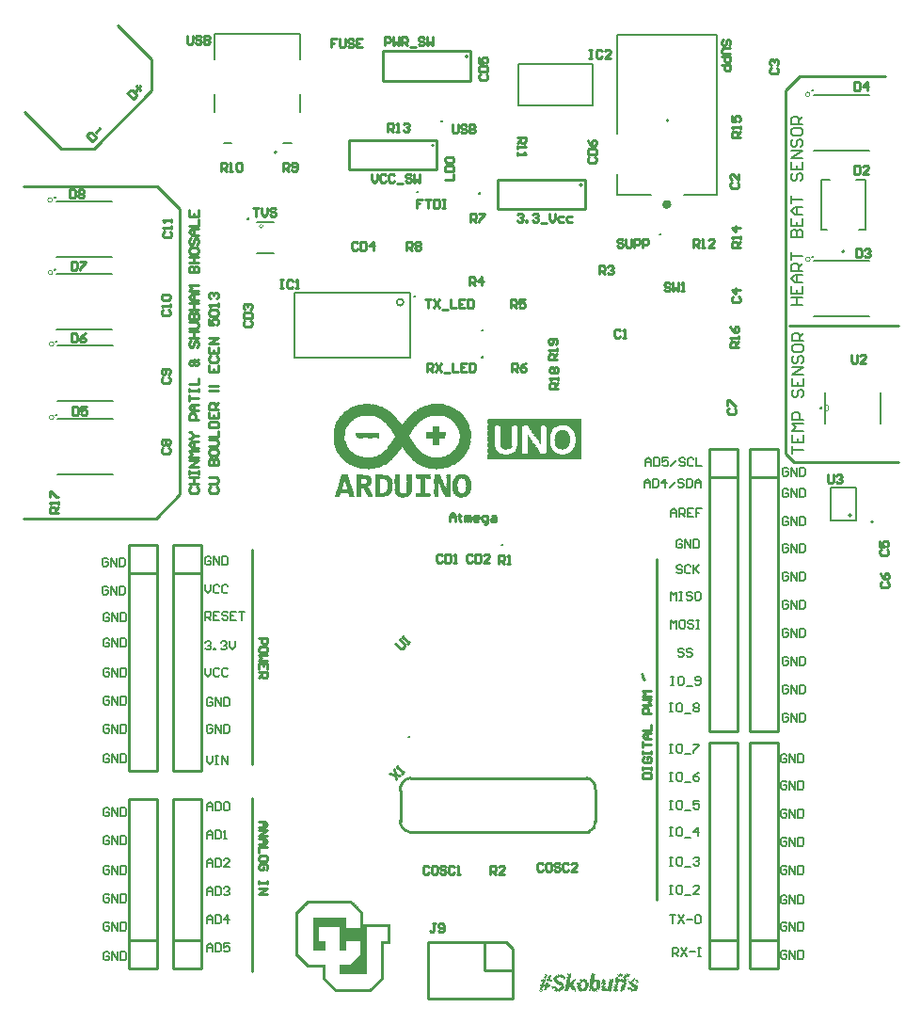
<source format=gto>
G04*
G04 #@! TF.GenerationSoftware,Altium Limited,Altium Designer,19.1.7 (138)*
G04*
G04 Layer_Color=65535*
%FSLAX25Y25*%
%MOIN*%
G70*
G01*
G75*
%ADD10C,0.01000*%
%ADD11C,0.00000*%
%ADD12C,0.00787*%
%ADD13C,0.00600*%
%ADD14C,0.00500*%
%ADD15C,0.01575*%
%ADD16C,0.00800*%
G36*
X124453Y217789D02*
X124605D01*
Y217637D01*
X125365D01*
Y217485D01*
X125517D01*
Y217333D01*
X125669D01*
Y217485D01*
X125821D01*
Y217333D01*
X126580D01*
Y217181D01*
X126732D01*
Y217029D01*
X127188D01*
Y216877D01*
X127340D01*
Y216725D01*
X127796D01*
Y216574D01*
X127948D01*
Y216422D01*
X128404D01*
Y216270D01*
X128556D01*
Y216118D01*
X128859D01*
Y215966D01*
X129011D01*
Y215814D01*
X129315D01*
Y215662D01*
X129467D01*
Y215510D01*
X129619D01*
Y215358D01*
X129771D01*
Y215206D01*
X130227D01*
Y215054D01*
Y214902D01*
X130531D01*
Y214750D01*
X130683D01*
Y214598D01*
X130835D01*
Y214446D01*
X130987D01*
Y214294D01*
X131139D01*
Y214142D01*
X131290D01*
Y213991D01*
X131442D01*
Y213839D01*
Y213687D01*
X131594D01*
Y213535D01*
Y213383D01*
X131746D01*
Y213231D01*
X131898D01*
Y213079D01*
X132050D01*
Y212927D01*
X132202D01*
Y212775D01*
X132354D01*
Y212623D01*
X132202D01*
Y212471D01*
X132506D01*
Y212319D01*
Y212167D01*
X132658D01*
Y212015D01*
X132810D01*
Y211863D01*
X132962D01*
Y211712D01*
X132810D01*
Y211560D01*
X132962D01*
Y211408D01*
X133114D01*
Y211256D01*
Y211104D01*
Y210952D01*
X133266D01*
Y210800D01*
Y210648D01*
X133418D01*
Y210496D01*
Y210344D01*
X133570D01*
Y210192D01*
X133418D01*
Y210040D01*
X133570D01*
Y209888D01*
X133721D01*
Y209736D01*
Y209584D01*
Y209433D01*
X133873D01*
Y209280D01*
X133721D01*
Y209129D01*
X133873D01*
Y208977D01*
Y208825D01*
Y208673D01*
X134025D01*
Y208521D01*
Y208369D01*
Y208217D01*
X134177D01*
Y208065D01*
X134025D01*
Y207913D01*
X134177D01*
Y207761D01*
X134025D01*
Y207609D01*
X134177D01*
Y207457D01*
X134025D01*
Y207305D01*
X134177D01*
Y207153D01*
Y207001D01*
Y206850D01*
Y206698D01*
Y206546D01*
Y206394D01*
Y206242D01*
Y206090D01*
Y205938D01*
Y205786D01*
Y205634D01*
X134025D01*
Y205482D01*
X134177D01*
Y205330D01*
X134025D01*
Y205178D01*
X134177D01*
Y205026D01*
X134025D01*
Y204874D01*
Y204722D01*
Y204571D01*
X134177D01*
Y204419D01*
X134025D01*
Y204267D01*
X133873D01*
Y204115D01*
Y203963D01*
Y203811D01*
X133721D01*
Y203659D01*
X133873D01*
Y203507D01*
X133721D01*
Y203355D01*
Y203203D01*
Y203051D01*
X133570D01*
Y202899D01*
X133418D01*
Y202747D01*
X133570D01*
Y202595D01*
X133418D01*
Y202443D01*
Y202291D01*
Y202139D01*
X133266D01*
Y201988D01*
X133114D01*
Y201836D01*
X133266D01*
Y201684D01*
X133114D01*
Y201532D01*
X132962D01*
Y201380D01*
X132810D01*
Y201228D01*
Y201076D01*
Y200924D01*
X132658D01*
Y200772D01*
X132506D01*
Y200620D01*
Y200468D01*
X132202D01*
Y200316D01*
X132354D01*
Y200164D01*
X132202D01*
Y200012D01*
X132050D01*
Y199861D01*
X131898D01*
Y199708D01*
Y199557D01*
X131746D01*
Y199405D01*
X131594D01*
Y199253D01*
Y199101D01*
X131442D01*
Y198949D01*
X131290D01*
Y198797D01*
X131139D01*
Y198645D01*
X130987D01*
Y198493D01*
X130835D01*
Y198341D01*
X130683D01*
Y198189D01*
X130531D01*
Y198037D01*
X130379D01*
Y197885D01*
X130227D01*
Y197733D01*
X130075D01*
Y197581D01*
X129771D01*
Y197430D01*
X129467D01*
Y197277D01*
X129315D01*
Y197126D01*
X129163D01*
Y196974D01*
X129011D01*
Y196822D01*
X128556D01*
Y196670D01*
X128404D01*
Y196518D01*
X128252D01*
Y196366D01*
X127796D01*
Y196214D01*
X127340D01*
Y196062D01*
X127492D01*
Y195910D01*
X127340D01*
Y196062D01*
X127188D01*
Y195910D01*
X127036D01*
Y195758D01*
X126884D01*
Y195910D01*
X126732D01*
Y195758D01*
X126580D01*
Y195606D01*
X126125D01*
Y195454D01*
X125973D01*
Y195606D01*
X125821D01*
Y195454D01*
X125669D01*
Y195302D01*
X125517D01*
Y195454D01*
X125365D01*
Y195302D01*
X124909D01*
Y195150D01*
X124757D01*
Y195302D01*
X124605D01*
Y195150D01*
X124453D01*
Y194999D01*
X124301D01*
Y195150D01*
X124150D01*
Y194999D01*
X123997D01*
Y195150D01*
X123846D01*
Y194999D01*
X122174D01*
Y194847D01*
X122022D01*
Y194999D01*
X121870D01*
Y194847D01*
X121719D01*
Y194999D01*
X121566D01*
Y194847D01*
X121415D01*
Y194999D01*
X121263D01*
Y194847D01*
X121111D01*
Y194999D01*
X119743D01*
Y195150D01*
X119591D01*
Y194999D01*
X119439D01*
Y195150D01*
X119288D01*
Y195302D01*
X119135D01*
Y195150D01*
X119288D01*
Y194999D01*
X119135D01*
Y195150D01*
X118984D01*
Y195302D01*
X118224D01*
Y195454D01*
X117768D01*
Y195606D01*
X117312D01*
Y195758D01*
X116857D01*
Y195910D01*
X116705D01*
Y196062D01*
X116553D01*
Y196214D01*
X116401D01*
Y196062D01*
X116553D01*
Y195910D01*
X116401D01*
Y196062D01*
X116249D01*
Y196214D01*
X116097D01*
Y196366D01*
X115641D01*
Y196518D01*
X115489D01*
Y196670D01*
X115337D01*
Y196822D01*
X114881D01*
Y196974D01*
X114729D01*
Y197126D01*
X114577D01*
Y197277D01*
X114426D01*
Y197430D01*
X114274D01*
Y197581D01*
X114122D01*
Y197733D01*
X113666D01*
Y197885D01*
Y198037D01*
X113362D01*
Y198189D01*
Y198341D01*
X113058D01*
Y198493D01*
Y198645D01*
X112754D01*
Y198797D01*
Y198949D01*
X112450D01*
Y199101D01*
Y199253D01*
X112146D01*
Y199405D01*
Y199557D01*
X111995D01*
Y199708D01*
Y199861D01*
X111843D01*
Y200012D01*
X111691D01*
Y200164D01*
X111539D01*
Y200316D01*
X111387D01*
Y200468D01*
X111235D01*
Y200620D01*
X111083D01*
Y200772D01*
X110931D01*
Y200924D01*
X111083D01*
Y201076D01*
X110779D01*
Y201228D01*
Y201380D01*
X110627D01*
Y201532D01*
X110475D01*
Y201684D01*
X110323D01*
Y201836D01*
Y201988D01*
X110171D01*
Y202139D01*
Y202291D01*
X110019D01*
Y202443D01*
X109867D01*
Y202595D01*
X109564D01*
Y202443D01*
Y202291D01*
X109412D01*
Y202139D01*
X109260D01*
Y201988D01*
X109108D01*
Y201836D01*
Y201684D01*
X108956D01*
Y201532D01*
Y201380D01*
X108804D01*
Y201228D01*
X108652D01*
Y201076D01*
X108500D01*
Y200924D01*
X108348D01*
Y200772D01*
X108196D01*
Y200620D01*
Y200468D01*
X107892D01*
Y200316D01*
X108044D01*
Y200164D01*
X107892D01*
Y200012D01*
X107740D01*
Y199861D01*
X107588D01*
Y199708D01*
X107436D01*
Y199557D01*
X107284D01*
Y199405D01*
X107133D01*
Y199253D01*
X106981D01*
Y199101D01*
X106829D01*
Y198949D01*
X106677D01*
Y198797D01*
X106525D01*
Y198645D01*
X106373D01*
Y198493D01*
X106221D01*
Y198341D01*
X106069D01*
Y198189D01*
X105917D01*
Y198037D01*
X105765D01*
Y197885D01*
X105613D01*
Y197733D01*
X105461D01*
Y197581D01*
X105309D01*
Y197430D01*
X105157D01*
Y197277D01*
X105005D01*
Y197430D01*
X104853D01*
Y197277D01*
X105005D01*
Y197126D01*
X104550D01*
Y196974D01*
X104398D01*
Y196822D01*
X104246D01*
Y196670D01*
X104094D01*
Y196518D01*
X103638D01*
Y196366D01*
X103486D01*
Y196214D01*
X103030D01*
Y196062D01*
X102878D01*
Y195910D01*
X102422D01*
Y195758D01*
X102271D01*
Y195606D01*
X102119D01*
Y195758D01*
X101967D01*
Y195606D01*
X101815D01*
Y195454D01*
X101663D01*
Y195606D01*
X101511D01*
Y195454D01*
X101359D01*
Y195302D01*
X101207D01*
Y195454D01*
X101055D01*
Y195302D01*
X100599D01*
Y195150D01*
X100447D01*
Y195302D01*
X100295D01*
Y195150D01*
X100144D01*
Y194999D01*
X99992D01*
Y195150D01*
X99840D01*
Y194999D01*
X99688D01*
Y195150D01*
X99536D01*
Y194999D01*
X98168D01*
Y194847D01*
X98016D01*
Y194999D01*
X97864D01*
Y194847D01*
X97712D01*
Y194999D01*
X97561D01*
Y194847D01*
X97409D01*
Y194999D01*
X95433D01*
Y195150D01*
X95281D01*
Y194999D01*
X95130D01*
Y195150D01*
X94978D01*
Y195302D01*
X94826D01*
Y195150D01*
X94674D01*
Y195302D01*
X93914D01*
Y195454D01*
X93458D01*
Y195606D01*
X93002D01*
Y195758D01*
X92547D01*
Y195910D01*
X92091D01*
Y196062D01*
X91939D01*
Y196214D01*
X91483D01*
Y196366D01*
X91331D01*
Y196518D01*
X90875D01*
Y196670D01*
X90723D01*
Y196822D01*
X90571D01*
Y196974D01*
X90420D01*
Y197126D01*
X89964D01*
Y197277D01*
Y197430D01*
X89660D01*
Y197581D01*
X89508D01*
Y197733D01*
X89356D01*
Y197885D01*
X89204D01*
Y198037D01*
X89052D01*
Y198189D01*
X88900D01*
Y198341D01*
X88596D01*
Y198493D01*
Y198645D01*
X88292D01*
Y198797D01*
Y198949D01*
X88140D01*
Y199101D01*
X87989D01*
Y199253D01*
X87837D01*
Y199405D01*
X87685D01*
Y199557D01*
X87533D01*
Y199708D01*
Y199861D01*
X87381D01*
Y200012D01*
Y200164D01*
X87229D01*
Y200316D01*
X87077D01*
Y200468D01*
X86925D01*
Y200620D01*
X86773D01*
Y200772D01*
X86621D01*
Y200924D01*
X86773D01*
Y201076D01*
X86621D01*
Y201228D01*
X86469D01*
Y201380D01*
X86317D01*
Y201532D01*
X86469D01*
Y201684D01*
X86317D01*
Y201836D01*
X86165D01*
Y201988D01*
Y202139D01*
Y202291D01*
X86013D01*
Y202443D01*
Y202595D01*
Y202747D01*
X85861D01*
Y202899D01*
X85710D01*
Y203051D01*
X85861D01*
Y203203D01*
X85710D01*
Y203355D01*
Y203507D01*
Y203659D01*
X85558D01*
Y203811D01*
Y203963D01*
Y204115D01*
X85406D01*
Y204267D01*
X85558D01*
Y204419D01*
X85406D01*
Y204571D01*
Y204722D01*
Y204874D01*
Y205026D01*
Y205178D01*
Y205330D01*
Y205482D01*
Y205634D01*
Y205786D01*
Y205938D01*
Y206090D01*
Y206242D01*
Y206394D01*
Y206546D01*
Y206698D01*
Y206850D01*
Y207001D01*
Y207153D01*
Y207305D01*
Y207457D01*
Y207609D01*
Y207761D01*
Y207913D01*
Y208065D01*
Y208217D01*
X85558D01*
Y208369D01*
X85406D01*
Y208521D01*
X85558D01*
Y208673D01*
X85406D01*
Y208825D01*
X85558D01*
Y208977D01*
Y209129D01*
Y209280D01*
X85710D01*
Y209433D01*
X85861D01*
Y209584D01*
X85710D01*
Y209736D01*
X85861D01*
Y209888D01*
Y210040D01*
Y210192D01*
X86013D01*
Y210344D01*
Y210496D01*
Y210648D01*
X86165D01*
Y210800D01*
Y210952D01*
Y211104D01*
X86317D01*
Y211256D01*
X86469D01*
Y211408D01*
X86317D01*
Y211560D01*
X86469D01*
Y211712D01*
X86621D01*
Y211863D01*
X86773D01*
Y212015D01*
X86925D01*
Y212167D01*
Y212319D01*
Y212471D01*
X87077D01*
Y212623D01*
X87229D01*
Y212775D01*
X87381D01*
Y212927D01*
X87229D01*
Y213079D01*
X87533D01*
Y213231D01*
Y213383D01*
X87685D01*
Y213535D01*
X87837D01*
Y213687D01*
X87989D01*
Y213839D01*
X88140D01*
Y213991D01*
X88292D01*
Y214142D01*
X88444D01*
Y214294D01*
X88596D01*
Y214446D01*
X88748D01*
Y214598D01*
X88900D01*
Y214750D01*
X89052D01*
Y214902D01*
X89204D01*
Y215054D01*
X89356D01*
Y215206D01*
X89508D01*
Y215358D01*
X89660D01*
Y215510D01*
X89964D01*
Y215662D01*
Y215814D01*
X90420D01*
Y215966D01*
X90571D01*
Y216118D01*
X90723D01*
Y216270D01*
X90875D01*
Y216118D01*
X91027D01*
Y216270D01*
X91179D01*
Y216422D01*
X91331D01*
Y216574D01*
X91483D01*
Y216725D01*
X91939D01*
Y216877D01*
X92091D01*
Y216725D01*
X92243D01*
Y216877D01*
X92395D01*
Y217029D01*
X92547D01*
Y217181D01*
X92699D01*
Y217029D01*
X92851D01*
Y217181D01*
X93002D01*
Y217333D01*
X93458D01*
Y217485D01*
X93610D01*
Y217333D01*
X93762D01*
Y217485D01*
X93914D01*
Y217637D01*
X94066D01*
Y217485D01*
X94218D01*
Y217637D01*
X94674D01*
Y217789D01*
X94826D01*
Y217637D01*
X94978D01*
Y217789D01*
X95130D01*
Y217941D01*
X95281D01*
Y217789D01*
X95433D01*
Y217941D01*
X95585D01*
Y217789D01*
X95737D01*
Y217941D01*
X98624D01*
Y217789D01*
X98776D01*
Y217941D01*
X98928D01*
Y217789D01*
X99080D01*
Y217941D01*
X99232D01*
Y217789D01*
X99384D01*
Y217941D01*
X99536D01*
Y217789D01*
X99688D01*
Y217637D01*
X99840D01*
Y217789D01*
X99992D01*
Y217637D01*
X100751D01*
Y217485D01*
X100903D01*
Y217333D01*
X101055D01*
Y217485D01*
X101207D01*
Y217333D01*
X101663D01*
Y217181D01*
X101815D01*
Y217333D01*
X101967D01*
Y217181D01*
X102119D01*
Y217029D01*
X102575D01*
Y216877D01*
X102726D01*
Y216725D01*
X103182D01*
Y216574D01*
X103334D01*
Y216422D01*
X103790D01*
Y216270D01*
X103942D01*
Y216118D01*
X104094D01*
Y215966D01*
X104246D01*
Y216118D01*
X104398D01*
Y215966D01*
X104550D01*
Y215814D01*
X104702D01*
Y215662D01*
X104853D01*
Y215510D01*
X105157D01*
Y215358D01*
Y215206D01*
X105613D01*
Y215054D01*
X105765D01*
Y214902D01*
X105917D01*
Y214750D01*
X106069D01*
Y214598D01*
X106221D01*
Y214446D01*
X106373D01*
Y214294D01*
X106525D01*
Y214142D01*
X106677D01*
Y213991D01*
X106829D01*
Y213839D01*
X106981D01*
Y213687D01*
X107133D01*
Y213535D01*
X107284D01*
Y213383D01*
X107436D01*
Y213231D01*
X107588D01*
Y213079D01*
X107740D01*
Y212927D01*
X107892D01*
Y212775D01*
X108044D01*
Y212623D01*
Y212471D01*
X108348D01*
Y212319D01*
Y212167D01*
X108500D01*
Y212015D01*
Y211863D01*
X108652D01*
Y211712D01*
X108804D01*
Y211560D01*
X108956D01*
Y211408D01*
X109108D01*
Y211256D01*
X109260D01*
Y211104D01*
Y210952D01*
X109564D01*
Y210800D01*
X109412D01*
Y210648D01*
X109564D01*
Y210496D01*
X109715D01*
Y210648D01*
X109867D01*
Y210800D01*
X110019D01*
Y210952D01*
X110171D01*
Y211104D01*
X110323D01*
Y211256D01*
X110475D01*
Y211408D01*
Y211560D01*
X110627D01*
Y211712D01*
Y211863D01*
X110779D01*
Y212015D01*
X110931D01*
Y212167D01*
X111083D01*
Y212319D01*
X111235D01*
Y212471D01*
X111387D01*
Y212623D01*
Y212775D01*
X111691D01*
Y212927D01*
Y213079D01*
X111843D01*
Y213231D01*
Y213383D01*
X112146D01*
Y213535D01*
Y213687D01*
X112450D01*
Y213839D01*
Y213991D01*
X112754D01*
Y214142D01*
Y214294D01*
X113058D01*
Y214446D01*
Y214598D01*
X113514D01*
Y214750D01*
Y214902D01*
X113818D01*
Y215054D01*
X113970D01*
Y215206D01*
X114122D01*
Y215358D01*
X114274D01*
Y215510D01*
X114729D01*
Y215662D01*
X114881D01*
Y215814D01*
X115033D01*
Y215966D01*
X115185D01*
Y216118D01*
X115641D01*
Y216270D01*
X115793D01*
Y216422D01*
X115945D01*
Y216574D01*
X116097D01*
Y216422D01*
X116249D01*
Y216574D01*
X116401D01*
Y216725D01*
X116553D01*
Y216877D01*
X116705D01*
Y216725D01*
X116857D01*
Y216877D01*
X117008D01*
Y217029D01*
X117464D01*
Y217181D01*
X117616D01*
Y217333D01*
X118376D01*
Y217485D01*
X118528D01*
Y217637D01*
X118680D01*
Y217485D01*
X118832D01*
Y217637D01*
X119591D01*
Y217789D01*
X119743D01*
Y217637D01*
X119895D01*
Y217789D01*
X120047D01*
Y217941D01*
X120199D01*
Y217789D01*
X120351D01*
Y217941D01*
X120503D01*
Y217789D01*
X120655D01*
Y217941D01*
X123542D01*
Y217789D01*
X123694D01*
Y217941D01*
X123846D01*
Y217789D01*
X123997D01*
Y217941D01*
X124150D01*
Y217789D01*
X124301D01*
Y217941D01*
X124453D01*
Y217789D01*
D02*
G37*
G36*
X173180Y212582D02*
Y212511D01*
Y212439D01*
Y212367D01*
Y212295D01*
Y212224D01*
Y212152D01*
Y212080D01*
Y212009D01*
Y211937D01*
Y211865D01*
Y211793D01*
Y211722D01*
Y211650D01*
Y211578D01*
Y211506D01*
Y211435D01*
Y211363D01*
Y211291D01*
Y211220D01*
Y211148D01*
Y211076D01*
Y211004D01*
Y210932D01*
Y210861D01*
Y210789D01*
Y210717D01*
Y210646D01*
Y210574D01*
Y210502D01*
Y210430D01*
Y210359D01*
Y210287D01*
Y210215D01*
Y210143D01*
Y210072D01*
Y210000D01*
Y209928D01*
Y209857D01*
Y209785D01*
Y209713D01*
Y209641D01*
Y209570D01*
Y209498D01*
Y209426D01*
Y209354D01*
Y209283D01*
Y209211D01*
Y209139D01*
Y209068D01*
Y208996D01*
Y208924D01*
Y208852D01*
Y208781D01*
Y208709D01*
Y208637D01*
Y208565D01*
Y208494D01*
Y208422D01*
Y208350D01*
Y208278D01*
Y208207D01*
Y208135D01*
Y208063D01*
Y207992D01*
Y207920D01*
Y207848D01*
Y207776D01*
Y207705D01*
Y207633D01*
Y207561D01*
Y207489D01*
Y207418D01*
Y207346D01*
Y207274D01*
Y207202D01*
Y207131D01*
Y207059D01*
Y206987D01*
Y206915D01*
Y206844D01*
Y206772D01*
Y206700D01*
Y206629D01*
Y206557D01*
Y206485D01*
Y206413D01*
Y206342D01*
Y206270D01*
Y206198D01*
Y206126D01*
Y206055D01*
Y205983D01*
Y205911D01*
Y205839D01*
Y205768D01*
Y205696D01*
Y205624D01*
Y205553D01*
Y205481D01*
Y205409D01*
Y205337D01*
Y205266D01*
Y205194D01*
Y205122D01*
Y205050D01*
Y204979D01*
Y204907D01*
Y204835D01*
Y204764D01*
Y204692D01*
Y204620D01*
Y204548D01*
Y204477D01*
Y204405D01*
Y204333D01*
Y204261D01*
Y204190D01*
Y204118D01*
Y204046D01*
Y203975D01*
Y203903D01*
Y203831D01*
Y203759D01*
Y203688D01*
Y203616D01*
Y203544D01*
Y203472D01*
Y203401D01*
Y203329D01*
Y203257D01*
Y203185D01*
Y203114D01*
Y203042D01*
Y202970D01*
Y202899D01*
Y202827D01*
Y202755D01*
Y202683D01*
Y202612D01*
Y202540D01*
Y202468D01*
Y202396D01*
Y202325D01*
Y202253D01*
Y202181D01*
Y202110D01*
Y202038D01*
Y201966D01*
Y201894D01*
Y201822D01*
Y201751D01*
Y201679D01*
Y201607D01*
Y201536D01*
Y201464D01*
Y201392D01*
Y201320D01*
Y201249D01*
Y201177D01*
Y201105D01*
Y201033D01*
Y200962D01*
Y200890D01*
Y200818D01*
Y200746D01*
Y200675D01*
Y200603D01*
Y200531D01*
Y200460D01*
Y200388D01*
Y200316D01*
Y200244D01*
Y200173D01*
Y200101D01*
Y200029D01*
Y199958D01*
Y199886D01*
Y199814D01*
Y199742D01*
Y199671D01*
Y199599D01*
Y199527D01*
Y199455D01*
Y199384D01*
Y199312D01*
Y199240D01*
Y199168D01*
Y199097D01*
Y199025D01*
Y198953D01*
Y198881D01*
Y198810D01*
Y198738D01*
Y198666D01*
Y198595D01*
Y198523D01*
X139896D01*
Y198595D01*
X139968D01*
Y198666D01*
X139896D01*
Y198738D01*
Y198810D01*
Y198881D01*
X139968D01*
Y198953D01*
X139896D01*
Y199025D01*
Y199097D01*
Y199168D01*
X139968D01*
Y199240D01*
X139896D01*
Y199312D01*
Y199384D01*
Y199455D01*
X139968D01*
Y199527D01*
X139896D01*
Y199599D01*
Y199671D01*
Y199742D01*
X139968D01*
Y199814D01*
X139896D01*
Y199886D01*
Y199958D01*
Y200029D01*
X139968D01*
Y200101D01*
X139896D01*
Y200173D01*
Y200244D01*
Y200316D01*
X139968D01*
Y200388D01*
X139896D01*
Y200460D01*
Y200531D01*
Y200603D01*
X139968D01*
Y200675D01*
X139896D01*
Y200746D01*
Y200818D01*
Y200890D01*
X139968D01*
Y200962D01*
X139896D01*
Y201033D01*
Y201105D01*
Y201177D01*
X139968D01*
Y201249D01*
X139896D01*
Y201320D01*
Y201392D01*
Y201464D01*
X139968D01*
Y201536D01*
X139896D01*
Y201607D01*
Y201679D01*
Y201751D01*
X139968D01*
Y201822D01*
X139896D01*
Y201894D01*
Y201966D01*
Y202038D01*
X139968D01*
Y202110D01*
X139896D01*
Y202181D01*
Y202253D01*
Y202325D01*
X139968D01*
Y202396D01*
X139896D01*
Y202468D01*
Y202540D01*
Y202612D01*
X139968D01*
Y202683D01*
X139896D01*
Y202755D01*
Y202827D01*
Y202899D01*
X139968D01*
Y202970D01*
X139896D01*
Y203042D01*
Y203114D01*
Y203185D01*
X139968D01*
Y203257D01*
X139896D01*
Y203329D01*
Y203401D01*
Y203472D01*
X139968D01*
Y203544D01*
X139896D01*
Y203616D01*
Y203688D01*
Y203759D01*
X139968D01*
Y203831D01*
X139896D01*
Y203903D01*
Y203975D01*
Y204046D01*
X139968D01*
Y204118D01*
X139896D01*
Y204190D01*
Y204261D01*
Y204333D01*
X139968D01*
Y204405D01*
X139896D01*
Y204477D01*
Y204548D01*
Y204620D01*
X139968D01*
Y204692D01*
X139896D01*
Y204764D01*
Y204835D01*
Y204907D01*
X139968D01*
Y204979D01*
X139896D01*
Y205050D01*
Y205122D01*
Y205194D01*
X139968D01*
Y205266D01*
X139896D01*
Y205337D01*
Y205409D01*
Y205481D01*
X139968D01*
Y205553D01*
X139896D01*
Y205624D01*
Y205696D01*
Y205768D01*
X139968D01*
Y205839D01*
X139896D01*
Y205911D01*
Y205983D01*
Y206055D01*
X139968D01*
Y206126D01*
X139896D01*
Y206198D01*
Y206270D01*
Y206342D01*
X139968D01*
Y206413D01*
X139896D01*
Y206485D01*
Y206557D01*
Y206629D01*
X139968D01*
Y206700D01*
X139896D01*
Y206772D01*
Y206844D01*
Y206915D01*
X139968D01*
Y206987D01*
X139896D01*
Y207059D01*
Y207131D01*
Y207202D01*
X139968D01*
Y207274D01*
X139896D01*
Y207346D01*
Y207418D01*
Y207489D01*
X139968D01*
Y207561D01*
X139896D01*
Y207633D01*
Y207705D01*
Y207776D01*
X139968D01*
Y207848D01*
X139896D01*
Y207920D01*
Y207992D01*
Y208063D01*
X139968D01*
Y208135D01*
X139896D01*
Y208207D01*
Y208278D01*
Y208350D01*
X139968D01*
Y208422D01*
X139896D01*
Y208494D01*
Y208565D01*
Y208637D01*
X139968D01*
Y208709D01*
X139896D01*
Y208781D01*
Y208852D01*
Y208924D01*
X139968D01*
Y208996D01*
X139896D01*
Y209068D01*
Y209139D01*
Y209211D01*
X139968D01*
Y209283D01*
X139896D01*
Y209354D01*
Y209426D01*
Y209498D01*
X139968D01*
Y209570D01*
X139896D01*
Y209641D01*
Y209713D01*
Y209785D01*
X139968D01*
Y209857D01*
X139896D01*
Y209928D01*
Y210000D01*
Y210072D01*
X139968D01*
Y210143D01*
X139896D01*
Y210215D01*
Y210287D01*
Y210359D01*
X139968D01*
Y210430D01*
X139896D01*
Y210502D01*
Y210574D01*
Y210646D01*
X139968D01*
Y210717D01*
X139896D01*
Y210789D01*
Y210861D01*
Y210932D01*
X139968D01*
Y211004D01*
X139896D01*
Y211076D01*
Y211148D01*
Y211220D01*
X139968D01*
Y211291D01*
X139896D01*
Y211363D01*
Y211435D01*
Y211506D01*
X139968D01*
Y211578D01*
X139896D01*
Y211650D01*
Y211722D01*
Y211793D01*
X139968D01*
Y211865D01*
X139896D01*
Y211937D01*
Y212009D01*
Y212080D01*
X139968D01*
Y212152D01*
X139896D01*
Y212224D01*
Y212295D01*
Y212367D01*
X139968D01*
Y212439D01*
X139896D01*
Y212511D01*
Y212582D01*
Y212654D01*
X173180D01*
Y212582D01*
D02*
G37*
G36*
X132050Y192871D02*
X132202D01*
Y192719D01*
X132658D01*
Y192568D01*
X132810D01*
Y192416D01*
X132962D01*
Y192264D01*
X133114D01*
Y192112D01*
X133266D01*
Y191960D01*
X133418D01*
Y191808D01*
X133570D01*
Y191656D01*
X133721D01*
Y191504D01*
X133873D01*
Y191352D01*
X133721D01*
Y191200D01*
X133873D01*
Y191048D01*
Y190896D01*
X134025D01*
Y190744D01*
Y190592D01*
X134177D01*
Y190440D01*
X134025D01*
Y190288D01*
X134177D01*
Y190137D01*
Y189985D01*
Y189833D01*
Y189681D01*
Y189529D01*
Y189377D01*
Y189225D01*
Y189073D01*
Y188921D01*
Y188769D01*
Y188617D01*
Y188465D01*
Y188313D01*
Y188161D01*
Y188009D01*
Y187857D01*
Y187706D01*
X134025D01*
Y187554D01*
X134177D01*
Y187402D01*
X134025D01*
Y187250D01*
Y187098D01*
Y186946D01*
X133873D01*
Y186794D01*
X133721D01*
Y186642D01*
X133873D01*
Y186490D01*
X133721D01*
Y186338D01*
X133570D01*
Y186186D01*
X133418D01*
Y186034D01*
Y185882D01*
X133114D01*
Y185730D01*
Y185578D01*
X132810D01*
Y185426D01*
X132658D01*
Y185275D01*
X132506D01*
Y185123D01*
X132354D01*
Y185275D01*
X132202D01*
Y185123D01*
X132354D01*
Y184971D01*
X132202D01*
Y185123D01*
X132050D01*
Y184971D01*
X131290D01*
Y184819D01*
X130227D01*
Y184971D01*
X130075D01*
Y184819D01*
X129923D01*
Y184971D01*
X129467D01*
Y185123D01*
X129315D01*
Y185275D01*
X128859D01*
Y185426D01*
X128708D01*
Y185578D01*
X128556D01*
Y185730D01*
X128404D01*
Y185882D01*
X128252D01*
Y186034D01*
X128100D01*
Y186186D01*
X127948D01*
Y186338D01*
X128100D01*
Y186490D01*
X127948D01*
Y186642D01*
Y186794D01*
Y186946D01*
X127796D01*
Y187098D01*
X127644D01*
Y187250D01*
X127796D01*
Y187402D01*
X127644D01*
Y187554D01*
X127796D01*
Y187706D01*
X127644D01*
Y187857D01*
Y188009D01*
Y188161D01*
Y188313D01*
Y188465D01*
X127492D01*
Y188617D01*
Y188769D01*
Y188921D01*
X127644D01*
Y189073D01*
X127492D01*
Y189225D01*
Y189377D01*
Y189529D01*
X127644D01*
Y189681D01*
Y189833D01*
Y189985D01*
X127796D01*
Y190137D01*
X127644D01*
Y190288D01*
X127796D01*
Y190440D01*
X127644D01*
Y190592D01*
X127796D01*
Y190744D01*
X127948D01*
Y190896D01*
Y191048D01*
Y191200D01*
X128100D01*
Y191352D01*
X128252D01*
Y191504D01*
X128100D01*
Y191656D01*
X128252D01*
Y191808D01*
X128404D01*
Y191960D01*
X128556D01*
Y192112D01*
X128708D01*
Y192264D01*
X128859D01*
Y192416D01*
X129011D01*
Y192568D01*
X129163D01*
Y192416D01*
X129315D01*
Y192568D01*
X129163D01*
Y192719D01*
X129315D01*
Y192568D01*
X129467D01*
Y192719D01*
X129619D01*
Y192871D01*
X129771D01*
Y193023D01*
X129923D01*
Y192871D01*
X130075D01*
Y193023D01*
X130835D01*
Y192871D01*
X130987D01*
Y193023D01*
X131746D01*
Y192871D01*
X131898D01*
Y193023D01*
X132050D01*
Y192871D01*
D02*
G37*
G36*
X126884D02*
X127036D01*
Y192719D01*
X126884D01*
Y192568D01*
X127036D01*
Y192416D01*
Y192264D01*
Y192112D01*
X126884D01*
Y191960D01*
X127036D01*
Y191808D01*
Y191656D01*
Y191504D01*
X126884D01*
Y191352D01*
X127036D01*
Y191200D01*
Y191048D01*
Y190896D01*
X126884D01*
Y190744D01*
X127036D01*
Y190592D01*
Y190440D01*
Y190288D01*
X126884D01*
Y190137D01*
X127036D01*
Y189985D01*
Y189833D01*
Y189681D01*
X126884D01*
Y189529D01*
X127036D01*
Y189377D01*
Y189225D01*
Y189073D01*
X126884D01*
Y188921D01*
X127036D01*
Y188769D01*
Y188617D01*
Y188465D01*
X126884D01*
Y188313D01*
X127036D01*
Y188161D01*
Y188009D01*
Y187857D01*
X126884D01*
Y187706D01*
X127036D01*
Y187554D01*
Y187402D01*
Y187250D01*
X126884D01*
Y187098D01*
X127036D01*
Y186946D01*
Y186794D01*
Y186642D01*
X126884D01*
Y186490D01*
X127036D01*
Y186338D01*
Y186186D01*
Y186034D01*
X126884D01*
Y185882D01*
X127036D01*
Y185730D01*
Y185578D01*
Y185426D01*
X126884D01*
Y185275D01*
X127036D01*
Y185123D01*
Y184971D01*
X124909D01*
Y185123D01*
Y185275D01*
Y185426D01*
X124757D01*
Y185578D01*
X124605D01*
Y185730D01*
Y185882D01*
Y186034D01*
X124453D01*
Y186186D01*
X124301D01*
Y186338D01*
X124453D01*
Y186490D01*
X124301D01*
Y186642D01*
X124150D01*
Y186794D01*
X123997D01*
Y186946D01*
X124150D01*
Y187098D01*
X123997D01*
Y187250D01*
X123846D01*
Y187402D01*
X123694D01*
Y187554D01*
X123846D01*
Y187706D01*
X123694D01*
Y187857D01*
X123542D01*
Y188009D01*
Y188161D01*
Y188313D01*
X123390D01*
Y188465D01*
X123238D01*
Y188617D01*
X123086D01*
Y188769D01*
X123238D01*
Y188921D01*
X123086D01*
Y189073D01*
Y189225D01*
X122934D01*
Y189377D01*
Y189529D01*
X122782D01*
Y189681D01*
Y189833D01*
X122478D01*
Y189681D01*
X122630D01*
Y189529D01*
X122478D01*
Y189377D01*
X122630D01*
Y189225D01*
X122478D01*
Y189073D01*
X122630D01*
Y188921D01*
X122478D01*
Y188769D01*
X122630D01*
Y188617D01*
X122478D01*
Y188465D01*
X122630D01*
Y188313D01*
X122478D01*
Y188161D01*
X122630D01*
Y188009D01*
X122478D01*
Y187857D01*
X122630D01*
Y187706D01*
X122478D01*
Y187554D01*
X122630D01*
Y187402D01*
X122478D01*
Y187250D01*
X122630D01*
Y187098D01*
X122478D01*
Y186946D01*
X122630D01*
Y186794D01*
X122478D01*
Y186642D01*
X122630D01*
Y186490D01*
X122478D01*
Y186338D01*
X122630D01*
Y186186D01*
X122478D01*
Y186034D01*
X122630D01*
Y185882D01*
X122478D01*
Y185730D01*
X122630D01*
Y185578D01*
X122478D01*
Y185426D01*
X122630D01*
Y185275D01*
X122478D01*
Y185123D01*
X122630D01*
Y184971D01*
X120959D01*
Y185123D01*
X121111D01*
Y185275D01*
X120959D01*
Y185426D01*
X121111D01*
Y185578D01*
X120959D01*
Y185730D01*
X121111D01*
Y185882D01*
X120959D01*
Y186034D01*
X121111D01*
Y186186D01*
X120959D01*
Y186338D01*
X121111D01*
Y186490D01*
X120959D01*
Y186642D01*
X121111D01*
Y186794D01*
X120959D01*
Y186946D01*
X121111D01*
Y187098D01*
X120959D01*
Y187250D01*
X121111D01*
Y187402D01*
X120959D01*
Y187554D01*
X121111D01*
Y187706D01*
X120959D01*
Y187857D01*
X121111D01*
Y188009D01*
X120959D01*
Y188161D01*
X121111D01*
Y188313D01*
X120959D01*
Y188465D01*
X121111D01*
Y188617D01*
X120959D01*
Y188769D01*
X121111D01*
Y188921D01*
X120959D01*
Y189073D01*
X121111D01*
Y189225D01*
X120959D01*
Y189377D01*
X121111D01*
Y189529D01*
X120959D01*
Y189681D01*
X121111D01*
Y189833D01*
X120959D01*
Y189985D01*
X121111D01*
Y190137D01*
X120959D01*
Y190288D01*
X121111D01*
Y190440D01*
X120959D01*
Y190592D01*
X121111D01*
Y190744D01*
X120959D01*
Y190896D01*
X121111D01*
Y191048D01*
X120959D01*
Y191200D01*
X121111D01*
Y191352D01*
X120959D01*
Y191504D01*
X121111D01*
Y191656D01*
X120959D01*
Y191808D01*
X121111D01*
Y191960D01*
X120959D01*
Y192112D01*
X121111D01*
Y192264D01*
X120959D01*
Y192416D01*
X121111D01*
Y192568D01*
X120959D01*
Y192719D01*
X121111D01*
Y192871D01*
X120959D01*
Y193023D01*
X121111D01*
Y192871D01*
X121263D01*
Y193023D01*
X121415D01*
Y192871D01*
X121566D01*
Y193023D01*
X121719D01*
Y192871D01*
X121870D01*
Y193023D01*
X122022D01*
Y192871D01*
X122174D01*
Y193023D01*
X122326D01*
Y192871D01*
X122478D01*
Y193023D01*
X122630D01*
Y192871D01*
X122782D01*
Y193023D01*
X122934D01*
Y192871D01*
X123086D01*
Y192719D01*
X123238D01*
Y192568D01*
X123086D01*
Y192416D01*
X123238D01*
Y192264D01*
X123390D01*
Y192112D01*
X123542D01*
Y191960D01*
X123390D01*
Y191808D01*
X123542D01*
Y191656D01*
X123694D01*
Y191504D01*
Y191352D01*
Y191200D01*
X123846D01*
Y191048D01*
X123997D01*
Y190896D01*
X124150D01*
Y190744D01*
X123997D01*
Y190592D01*
X124150D01*
Y190440D01*
Y190288D01*
X124301D01*
Y190137D01*
Y189985D01*
X124453D01*
Y189833D01*
X124605D01*
Y189681D01*
Y189529D01*
Y189377D01*
X124757D01*
Y189225D01*
X124605D01*
Y189073D01*
X124757D01*
Y188921D01*
X124909D01*
Y188769D01*
X125061D01*
Y188617D01*
Y188465D01*
Y188313D01*
X125213D01*
Y188161D01*
X125365D01*
Y188009D01*
X125517D01*
Y188161D01*
X125365D01*
Y188313D01*
X125517D01*
Y188465D01*
Y188617D01*
Y188769D01*
X125365D01*
Y188921D01*
X125517D01*
Y189073D01*
Y189225D01*
Y189377D01*
X125365D01*
Y189529D01*
X125517D01*
Y189681D01*
Y189833D01*
Y189985D01*
X125365D01*
Y190137D01*
X125517D01*
Y190288D01*
Y190440D01*
Y190592D01*
X125365D01*
Y190744D01*
X125517D01*
Y190896D01*
Y191048D01*
Y191200D01*
X125365D01*
Y191352D01*
X125517D01*
Y191504D01*
Y191656D01*
Y191808D01*
X125365D01*
Y191960D01*
X125517D01*
Y192112D01*
Y192264D01*
Y192416D01*
X125365D01*
Y192568D01*
X125517D01*
Y192719D01*
Y192871D01*
Y193023D01*
X125669D01*
Y192871D01*
X125821D01*
Y193023D01*
X125973D01*
Y192871D01*
X126125D01*
Y193023D01*
X126277D01*
Y192871D01*
X126428D01*
Y193023D01*
X126580D01*
Y192871D01*
X126732D01*
Y193023D01*
X126884D01*
Y192871D01*
D02*
G37*
G36*
X119591D02*
X119743D01*
Y192719D01*
X119591D01*
Y192568D01*
Y192416D01*
Y192264D01*
X119743D01*
Y192112D01*
X119591D01*
Y191960D01*
X119743D01*
Y191808D01*
X119591D01*
Y191656D01*
X119743D01*
Y191504D01*
X119591D01*
Y191656D01*
X119439D01*
Y191504D01*
X119288D01*
Y191656D01*
X119135D01*
Y191504D01*
X118680D01*
Y191656D01*
X118528D01*
Y191504D01*
X118376D01*
Y191656D01*
X118224D01*
Y191504D01*
X118072D01*
Y191656D01*
X117920D01*
Y191504D01*
Y191352D01*
Y191200D01*
Y191048D01*
Y190896D01*
Y190744D01*
Y190592D01*
Y190440D01*
Y190288D01*
Y190137D01*
Y189985D01*
Y189833D01*
Y189681D01*
Y189529D01*
Y189377D01*
Y189225D01*
Y189073D01*
Y188921D01*
Y188769D01*
Y188617D01*
Y188465D01*
Y188313D01*
Y188161D01*
Y188009D01*
Y187857D01*
Y187706D01*
Y187554D01*
Y187402D01*
Y187250D01*
Y187098D01*
Y186946D01*
Y186794D01*
Y186642D01*
Y186490D01*
Y186338D01*
X119591D01*
Y186186D01*
X119743D01*
Y186034D01*
X119591D01*
Y185882D01*
X119743D01*
Y185730D01*
X119591D01*
Y185578D01*
X119743D01*
Y185426D01*
X119591D01*
Y185275D01*
Y185123D01*
Y184971D01*
X114426D01*
Y185123D01*
Y185275D01*
X114274D01*
Y185426D01*
X114426D01*
Y185578D01*
Y185730D01*
Y185882D01*
X114274D01*
Y186034D01*
X114426D01*
Y186186D01*
Y186338D01*
X116249D01*
Y186490D01*
X116097D01*
Y186642D01*
X116249D01*
Y186794D01*
X116097D01*
Y186946D01*
X116249D01*
Y187098D01*
X116097D01*
Y187250D01*
X116249D01*
Y187402D01*
X116097D01*
Y187554D01*
X116249D01*
Y187706D01*
X116097D01*
Y187857D01*
X116249D01*
Y188009D01*
X116097D01*
Y188161D01*
X116249D01*
Y188313D01*
X116097D01*
Y188465D01*
X116249D01*
Y188617D01*
X116097D01*
Y188769D01*
X116249D01*
Y188921D01*
X116097D01*
Y189073D01*
X116249D01*
Y189225D01*
X116097D01*
Y189377D01*
X116249D01*
Y189529D01*
X116097D01*
Y189681D01*
X116249D01*
Y189833D01*
X116097D01*
Y189985D01*
X116249D01*
Y190137D01*
X116097D01*
Y190288D01*
X116249D01*
Y190440D01*
X116097D01*
Y190592D01*
X116249D01*
Y190744D01*
X116097D01*
Y190896D01*
X116249D01*
Y191048D01*
X116097D01*
Y191200D01*
X116249D01*
Y191352D01*
X116097D01*
Y191504D01*
X115945D01*
Y191656D01*
X115793D01*
Y191504D01*
X115641D01*
Y191656D01*
X115489D01*
Y191504D01*
X115337D01*
Y191656D01*
X115185D01*
Y191504D01*
X115033D01*
Y191656D01*
X114881D01*
Y191504D01*
X114729D01*
Y191656D01*
X114577D01*
Y191504D01*
X114426D01*
Y191656D01*
Y191808D01*
Y191960D01*
X114274D01*
Y192112D01*
X114426D01*
Y192264D01*
Y192416D01*
Y192568D01*
X114274D01*
Y192719D01*
X114426D01*
Y192871D01*
X114577D01*
Y193023D01*
X114729D01*
Y192871D01*
X114881D01*
Y193023D01*
X115033D01*
Y192871D01*
X115185D01*
Y193023D01*
X115337D01*
Y192871D01*
X115489D01*
Y193023D01*
X115641D01*
Y192871D01*
X115793D01*
Y193023D01*
X115945D01*
Y192871D01*
X116097D01*
Y193023D01*
X116249D01*
Y192871D01*
X116401D01*
Y193023D01*
X116553D01*
Y192871D01*
X116705D01*
Y193023D01*
X116857D01*
Y192871D01*
X117008D01*
Y193023D01*
X117160D01*
Y192871D01*
X117312D01*
Y193023D01*
X117464D01*
Y192871D01*
X117616D01*
Y193023D01*
X117768D01*
Y192871D01*
X117920D01*
Y193023D01*
X118072D01*
Y192871D01*
X118224D01*
Y193023D01*
X118376D01*
Y192871D01*
X118528D01*
Y193023D01*
X118680D01*
Y192871D01*
X118832D01*
Y193023D01*
X118984D01*
Y192871D01*
X119135D01*
Y193023D01*
X119288D01*
Y192871D01*
X119439D01*
Y193023D01*
X119591D01*
Y192871D01*
D02*
G37*
G36*
X112906D02*
X113058D01*
Y192719D01*
X113210D01*
Y192568D01*
X113058D01*
Y192416D01*
X113210D01*
Y192264D01*
X113058D01*
Y192112D01*
X113210D01*
Y191960D01*
X113058D01*
Y191808D01*
X113210D01*
Y191656D01*
X113058D01*
Y191504D01*
X113210D01*
Y191352D01*
X113058D01*
Y191200D01*
X113210D01*
Y191048D01*
X113058D01*
Y190896D01*
X113210D01*
Y190744D01*
X113058D01*
Y190592D01*
X113210D01*
Y190440D01*
X113058D01*
Y190288D01*
X113210D01*
Y190137D01*
X113058D01*
Y189985D01*
X113210D01*
Y189833D01*
X113058D01*
Y189681D01*
X113210D01*
Y189529D01*
X113058D01*
Y189377D01*
X113210D01*
Y189225D01*
X113058D01*
Y189073D01*
X113210D01*
Y188921D01*
X113058D01*
Y188769D01*
X113210D01*
Y188617D01*
X113058D01*
Y188465D01*
X113210D01*
Y188313D01*
X113058D01*
Y188161D01*
X113210D01*
Y188009D01*
X113058D01*
Y187857D01*
X113210D01*
Y187706D01*
X113058D01*
Y187554D01*
X113210D01*
Y187402D01*
X113058D01*
Y187250D01*
X113210D01*
Y187098D01*
X113058D01*
Y186946D01*
Y186794D01*
Y186642D01*
X112906D01*
Y186490D01*
X112754D01*
Y186338D01*
X112906D01*
Y186186D01*
X112754D01*
Y186034D01*
X112602D01*
Y185882D01*
X112450D01*
Y185730D01*
Y185578D01*
X112146D01*
Y185426D01*
X111995D01*
Y185275D01*
X111843D01*
Y185123D01*
X111691D01*
Y185275D01*
X111539D01*
Y185123D01*
X111691D01*
Y184971D01*
X111539D01*
Y185123D01*
X111387D01*
Y184971D01*
X110627D01*
Y184819D01*
X109260D01*
Y184971D01*
X108500D01*
Y185123D01*
X108348D01*
Y185275D01*
X108044D01*
Y185426D01*
X107892D01*
Y185578D01*
X107588D01*
Y185730D01*
Y185882D01*
Y186034D01*
X107436D01*
Y186186D01*
X107284D01*
Y186338D01*
X107436D01*
Y186490D01*
X107284D01*
Y186642D01*
Y186794D01*
X107133D01*
Y186946D01*
Y187098D01*
Y187250D01*
Y187402D01*
X106981D01*
Y187554D01*
X107133D01*
Y187706D01*
X106981D01*
Y187857D01*
X107133D01*
Y188009D01*
X106981D01*
Y188161D01*
X107133D01*
Y188313D01*
X106981D01*
Y188465D01*
X107133D01*
Y188617D01*
X106981D01*
Y188769D01*
X107133D01*
Y188921D01*
X106981D01*
Y189073D01*
X107133D01*
Y189225D01*
X106981D01*
Y189377D01*
X107133D01*
Y189529D01*
X106981D01*
Y189681D01*
X107133D01*
Y189833D01*
X106981D01*
Y189985D01*
X107133D01*
Y190137D01*
X106981D01*
Y190288D01*
X107133D01*
Y190440D01*
X106981D01*
Y190592D01*
X107133D01*
Y190744D01*
X106981D01*
Y190896D01*
X107133D01*
Y191048D01*
X106981D01*
Y191200D01*
X107133D01*
Y191352D01*
X106981D01*
Y191504D01*
X107133D01*
Y191656D01*
X106981D01*
Y191808D01*
X107133D01*
Y191960D01*
X106981D01*
Y192112D01*
X107133D01*
Y192264D01*
X106981D01*
Y192416D01*
X107133D01*
Y192568D01*
X106981D01*
Y192719D01*
X107133D01*
Y192871D01*
X107284D01*
Y193023D01*
X107436D01*
Y192871D01*
X107588D01*
Y193023D01*
X107740D01*
Y192871D01*
X107892D01*
Y193023D01*
X108044D01*
Y192871D01*
X108196D01*
Y193023D01*
X108348D01*
Y192871D01*
X108500D01*
Y193023D01*
X108652D01*
Y192871D01*
X108804D01*
Y192719D01*
X108956D01*
Y192568D01*
X108804D01*
Y192416D01*
X108956D01*
Y192264D01*
X108804D01*
Y192112D01*
X108956D01*
Y191960D01*
X108804D01*
Y191808D01*
X108956D01*
Y191656D01*
X108804D01*
Y191504D01*
X108956D01*
Y191352D01*
X108804D01*
Y191200D01*
X108956D01*
Y191048D01*
X108804D01*
Y190896D01*
X108956D01*
Y190744D01*
X108804D01*
Y190592D01*
X108956D01*
Y190440D01*
X108804D01*
Y190288D01*
X108956D01*
Y190137D01*
X108804D01*
Y189985D01*
X108956D01*
Y189833D01*
X108804D01*
Y189681D01*
X108956D01*
Y189529D01*
X108804D01*
Y189377D01*
X108956D01*
Y189225D01*
X108804D01*
Y189073D01*
X108956D01*
Y188921D01*
X108804D01*
Y188769D01*
X108956D01*
Y188617D01*
X108804D01*
Y188465D01*
X108956D01*
Y188313D01*
X108804D01*
Y188161D01*
X108956D01*
Y188009D01*
X108804D01*
Y187857D01*
X108956D01*
Y187706D01*
X108804D01*
Y187554D01*
X108956D01*
Y187402D01*
X108804D01*
Y187250D01*
X108956D01*
Y187098D01*
X108804D01*
Y186946D01*
X108956D01*
Y186794D01*
X109108D01*
Y186642D01*
X109260D01*
Y186490D01*
X109412D01*
Y186338D01*
X109564D01*
Y186186D01*
X109715D01*
Y186338D01*
X109867D01*
Y186186D01*
X110019D01*
Y186338D01*
X110171D01*
Y186186D01*
X110323D01*
Y186338D01*
X110475D01*
Y186186D01*
X110627D01*
Y186338D01*
X111083D01*
Y186490D01*
X111235D01*
Y186642D01*
X111387D01*
Y186794D01*
X111235D01*
Y186946D01*
X111387D01*
Y187098D01*
X111235D01*
Y187250D01*
X111387D01*
Y187402D01*
Y187554D01*
Y187706D01*
Y187857D01*
Y188009D01*
X111539D01*
Y188161D01*
X111387D01*
Y188313D01*
Y188465D01*
Y188617D01*
Y188769D01*
Y188921D01*
Y189073D01*
Y189225D01*
X111539D01*
Y189377D01*
X111387D01*
Y189529D01*
Y189681D01*
Y189833D01*
Y189985D01*
Y190137D01*
Y190288D01*
Y190440D01*
X111539D01*
Y190592D01*
X111387D01*
Y190744D01*
Y190896D01*
Y191048D01*
Y191200D01*
Y191352D01*
Y191504D01*
Y191656D01*
X111539D01*
Y191808D01*
X111387D01*
Y191960D01*
Y192112D01*
Y192264D01*
Y192416D01*
Y192568D01*
Y192719D01*
Y192871D01*
X111539D01*
Y193023D01*
X111691D01*
Y192871D01*
X111843D01*
Y193023D01*
X111995D01*
Y192871D01*
X112146D01*
Y193023D01*
X112298D01*
Y192871D01*
X112450D01*
Y193023D01*
X112602D01*
Y192871D01*
X112754D01*
Y193023D01*
X112906D01*
Y192871D01*
D02*
G37*
G36*
X102575D02*
X102726D01*
Y192719D01*
X102878D01*
Y192871D01*
X103030D01*
Y192719D01*
X103182D01*
Y192871D01*
X103334D01*
Y192719D01*
X103486D01*
Y192871D01*
X103638D01*
Y192719D01*
X103790D01*
Y192871D01*
X103942D01*
Y192719D01*
X104398D01*
Y192568D01*
X104550D01*
Y192416D01*
X104702D01*
Y192568D01*
X104853D01*
Y192416D01*
X105005D01*
Y192264D01*
X105157D01*
Y192112D01*
X105461D01*
Y191960D01*
Y191808D01*
X105765D01*
Y191656D01*
Y191504D01*
X105917D01*
Y191352D01*
X106069D01*
Y191200D01*
X106221D01*
Y191048D01*
X106069D01*
Y190896D01*
X106221D01*
Y190744D01*
Y190592D01*
Y190440D01*
X106373D01*
Y190288D01*
X106221D01*
Y190137D01*
X106373D01*
Y189985D01*
X106525D01*
Y189833D01*
X106373D01*
Y189681D01*
X106525D01*
Y189529D01*
X106373D01*
Y189377D01*
X106525D01*
Y189225D01*
X106373D01*
Y189073D01*
X106525D01*
Y188921D01*
X106373D01*
Y188769D01*
X106525D01*
Y188617D01*
X106373D01*
Y188465D01*
X106525D01*
Y188313D01*
X106373D01*
Y188161D01*
Y188009D01*
Y187857D01*
X106221D01*
Y187706D01*
Y187554D01*
Y187402D01*
Y187250D01*
Y187098D01*
X106069D01*
Y186946D01*
X105917D01*
Y186794D01*
Y186642D01*
Y186490D01*
X105765D01*
Y186338D01*
X105613D01*
Y186186D01*
X105461D01*
Y186034D01*
X105309D01*
Y185882D01*
X105157D01*
Y185730D01*
X105005D01*
Y185578D01*
X104853D01*
Y185426D01*
X104702D01*
Y185578D01*
X104550D01*
Y185426D01*
X104398D01*
Y185275D01*
X103942D01*
Y185123D01*
X103790D01*
Y185275D01*
X103638D01*
Y185123D01*
X103790D01*
Y184971D01*
X103638D01*
Y185123D01*
X103486D01*
Y184971D01*
X103334D01*
Y185123D01*
X103182D01*
Y184971D01*
X100144D01*
Y185123D01*
Y185275D01*
X100295D01*
Y185426D01*
X100144D01*
Y185578D01*
Y185730D01*
Y185882D01*
X100295D01*
Y186034D01*
X100144D01*
Y186186D01*
Y186338D01*
Y186490D01*
X100295D01*
Y186642D01*
X100144D01*
Y186794D01*
Y186946D01*
Y187098D01*
X100295D01*
Y187250D01*
X100144D01*
Y187402D01*
Y187554D01*
Y187706D01*
X100295D01*
Y187857D01*
X100144D01*
Y188009D01*
Y188161D01*
Y188313D01*
X100295D01*
Y188465D01*
X100144D01*
Y188617D01*
Y188769D01*
Y188921D01*
X100295D01*
Y189073D01*
X100144D01*
Y189225D01*
Y189377D01*
Y189529D01*
X100295D01*
Y189681D01*
X100144D01*
Y189833D01*
Y189985D01*
Y190137D01*
X100295D01*
Y190288D01*
X100144D01*
Y190440D01*
Y190592D01*
Y190744D01*
X100295D01*
Y190896D01*
X100144D01*
Y191048D01*
Y191200D01*
Y191352D01*
X100295D01*
Y191504D01*
X100144D01*
Y191656D01*
Y191808D01*
Y191960D01*
X100295D01*
Y192112D01*
X100144D01*
Y192264D01*
Y192416D01*
Y192568D01*
X100295D01*
Y192719D01*
X100144D01*
Y192871D01*
X100295D01*
Y193023D01*
X100447D01*
Y192871D01*
X100599D01*
Y193023D01*
X100751D01*
Y192871D01*
X100903D01*
Y193023D01*
X101055D01*
Y192871D01*
X101207D01*
Y193023D01*
X101359D01*
Y192871D01*
X101511D01*
Y193023D01*
X101663D01*
Y192871D01*
X101815D01*
Y193023D01*
X101967D01*
Y192871D01*
X102119D01*
Y193023D01*
X102271D01*
Y192871D01*
X102422D01*
Y193023D01*
X102575D01*
Y192871D01*
D02*
G37*
G36*
X95889D02*
X96041D01*
Y192719D01*
X96193D01*
Y192871D01*
X96345D01*
Y192719D01*
X96497D01*
Y192871D01*
X96649D01*
Y192719D01*
X96801D01*
Y192871D01*
X96953D01*
Y192719D01*
X97105D01*
Y192871D01*
X97257D01*
Y192719D01*
X97712D01*
Y192568D01*
X97864D01*
Y192416D01*
X98320D01*
Y192264D01*
X98472D01*
Y192112D01*
X98624D01*
Y191960D01*
Y191808D01*
X98776D01*
Y191656D01*
Y191504D01*
X98928D01*
Y191352D01*
X98776D01*
Y191200D01*
X98928D01*
Y191048D01*
X99080D01*
Y190896D01*
X98928D01*
Y190744D01*
X99080D01*
Y190592D01*
X98928D01*
Y190440D01*
Y190288D01*
Y190137D01*
X98776D01*
Y189985D01*
X98928D01*
Y189833D01*
X98776D01*
Y189681D01*
Y189529D01*
X98624D01*
Y189377D01*
Y189225D01*
X98472D01*
Y189073D01*
X98168D01*
Y188921D01*
X97864D01*
Y188769D01*
X97712D01*
Y188921D01*
X97561D01*
Y188769D01*
X97712D01*
Y188617D01*
X97561D01*
Y188465D01*
X97712D01*
Y188313D01*
X97864D01*
Y188161D01*
X98016D01*
Y188009D01*
X98168D01*
Y187857D01*
X98320D01*
Y187706D01*
X98168D01*
Y187554D01*
X98320D01*
Y187402D01*
X98472D01*
Y187250D01*
X98624D01*
Y187098D01*
X98472D01*
Y186946D01*
X98624D01*
Y186794D01*
X98776D01*
Y186642D01*
X98928D01*
Y186490D01*
X98776D01*
Y186338D01*
X98928D01*
Y186186D01*
X99080D01*
Y186034D01*
X99232D01*
Y185882D01*
X99080D01*
Y185730D01*
X99232D01*
Y185578D01*
X99384D01*
Y185426D01*
X99536D01*
Y185275D01*
X99384D01*
Y185123D01*
X99536D01*
Y184971D01*
X97561D01*
Y185123D01*
X97409D01*
Y185275D01*
Y185426D01*
Y185578D01*
X97257D01*
Y185730D01*
Y185882D01*
Y186034D01*
X97105D01*
Y186186D01*
X96953D01*
Y186338D01*
X97105D01*
Y186490D01*
X96953D01*
Y186642D01*
X96801D01*
Y186794D01*
X96649D01*
Y186946D01*
X96801D01*
Y187098D01*
X96649D01*
Y187250D01*
X96497D01*
Y187402D01*
X96345D01*
Y187554D01*
X96497D01*
Y187706D01*
X96193D01*
Y187857D01*
Y188009D01*
X95737D01*
Y188161D01*
X95281D01*
Y188009D01*
Y187857D01*
Y187706D01*
X95130D01*
Y187554D01*
X95281D01*
Y187402D01*
Y187250D01*
Y187098D01*
X95130D01*
Y186946D01*
X95281D01*
Y186794D01*
Y186642D01*
Y186490D01*
X95130D01*
Y186338D01*
X95281D01*
Y186186D01*
Y186034D01*
Y185882D01*
X95130D01*
Y185730D01*
X95281D01*
Y185578D01*
Y185426D01*
Y185275D01*
X95130D01*
Y185123D01*
X95281D01*
Y184971D01*
X93610D01*
Y185123D01*
Y185275D01*
Y185426D01*
X93458D01*
Y185578D01*
X93610D01*
Y185730D01*
Y185882D01*
Y186034D01*
X93458D01*
Y186186D01*
X93610D01*
Y186338D01*
Y186490D01*
Y186642D01*
X93458D01*
Y186794D01*
X93610D01*
Y186946D01*
Y187098D01*
Y187250D01*
X93458D01*
Y187402D01*
X93610D01*
Y187554D01*
Y187706D01*
Y187857D01*
X93458D01*
Y188009D01*
X93610D01*
Y188161D01*
Y188313D01*
Y188465D01*
X93458D01*
Y188617D01*
X93610D01*
Y188769D01*
Y188921D01*
Y189073D01*
X93458D01*
Y189225D01*
X93610D01*
Y189377D01*
Y189529D01*
Y189681D01*
X93458D01*
Y189833D01*
X93610D01*
Y189985D01*
Y190137D01*
Y190288D01*
X93458D01*
Y190440D01*
X93610D01*
Y190592D01*
Y190744D01*
Y190896D01*
X93458D01*
Y191048D01*
X93610D01*
Y191200D01*
Y191352D01*
Y191504D01*
X93458D01*
Y191656D01*
X93610D01*
Y191808D01*
Y191960D01*
Y192112D01*
X93458D01*
Y192264D01*
X93610D01*
Y192416D01*
Y192568D01*
Y192719D01*
X93458D01*
Y192871D01*
X93610D01*
Y193023D01*
X93762D01*
Y192871D01*
X93914D01*
Y193023D01*
X94066D01*
Y192871D01*
X94218D01*
Y193023D01*
X94370D01*
Y192871D01*
X94522D01*
Y193023D01*
X94674D01*
Y192871D01*
X94826D01*
Y193023D01*
X94978D01*
Y192871D01*
X95130D01*
Y193023D01*
X95281D01*
Y192871D01*
X95433D01*
Y193023D01*
X95585D01*
Y192871D01*
X95737D01*
Y193023D01*
X95889D01*
Y192871D01*
D02*
G37*
G36*
X90420D02*
X90571D01*
Y192719D01*
X90723D01*
Y192568D01*
X90571D01*
Y192416D01*
X90723D01*
Y192264D01*
X90571D01*
Y192112D01*
X90723D01*
Y191960D01*
X90875D01*
Y191808D01*
X91027D01*
Y191656D01*
X90875D01*
Y191504D01*
X91027D01*
Y191352D01*
X90875D01*
Y191200D01*
X91027D01*
Y191048D01*
X91179D01*
Y190896D01*
Y190744D01*
Y190592D01*
X91331D01*
Y190440D01*
X91179D01*
Y190288D01*
X91331D01*
Y190137D01*
X91483D01*
Y189985D01*
X91331D01*
Y189833D01*
X91483D01*
Y189681D01*
X91635D01*
Y189529D01*
X91483D01*
Y189377D01*
X91635D01*
Y189225D01*
Y189073D01*
Y188921D01*
X91787D01*
Y188769D01*
X91939D01*
Y188617D01*
X91787D01*
Y188465D01*
X91939D01*
Y188313D01*
Y188161D01*
Y188009D01*
X92091D01*
Y187857D01*
Y187706D01*
Y187554D01*
X92243D01*
Y187402D01*
Y187250D01*
Y187098D01*
Y186946D01*
X92395D01*
Y186794D01*
Y186642D01*
X92547D01*
Y186490D01*
X92395D01*
Y186338D01*
X92547D01*
Y186186D01*
Y186034D01*
X92699D01*
Y185882D01*
Y185730D01*
X92851D01*
Y185578D01*
X92699D01*
Y185426D01*
X92851D01*
Y185275D01*
Y185123D01*
Y184971D01*
X91027D01*
Y185123D01*
Y185275D01*
X90875D01*
Y185426D01*
X91027D01*
Y185578D01*
X90875D01*
Y185730D01*
X90723D01*
Y185882D01*
Y186034D01*
Y186186D01*
X90571D01*
Y186338D01*
X90723D01*
Y186490D01*
X87837D01*
Y186338D01*
X87989D01*
Y186186D01*
X87837D01*
Y186034D01*
Y185882D01*
Y185730D01*
X87685D01*
Y185578D01*
Y185426D01*
Y185275D01*
X87533D01*
Y185123D01*
Y184971D01*
X85861D01*
Y185123D01*
Y185275D01*
X86013D01*
Y185426D01*
Y185578D01*
Y185730D01*
X86165D01*
Y185882D01*
X86013D01*
Y186034D01*
X86165D01*
Y186186D01*
Y186338D01*
X86317D01*
Y186490D01*
Y186642D01*
X86469D01*
Y186794D01*
X86317D01*
Y186946D01*
X86469D01*
Y187098D01*
Y187250D01*
Y187402D01*
X86621D01*
Y187554D01*
X86773D01*
Y187706D01*
X86621D01*
Y187857D01*
X86773D01*
Y188009D01*
X86621D01*
Y188161D01*
X86773D01*
Y188313D01*
X86925D01*
Y188465D01*
Y188617D01*
Y188769D01*
X87077D01*
Y188921D01*
X86925D01*
Y189073D01*
X87077D01*
Y189225D01*
X87229D01*
Y189377D01*
Y189529D01*
Y189681D01*
X87381D01*
Y189833D01*
X87229D01*
Y189985D01*
X87381D01*
Y190137D01*
X87533D01*
Y190288D01*
X87381D01*
Y190440D01*
X87533D01*
Y190592D01*
X87685D01*
Y190744D01*
X87533D01*
Y190896D01*
X87685D01*
Y191048D01*
Y191200D01*
Y191352D01*
X87837D01*
Y191504D01*
X87989D01*
Y191656D01*
X87837D01*
Y191808D01*
X87989D01*
Y191960D01*
Y192112D01*
Y192264D01*
X88140D01*
Y192416D01*
Y192568D01*
Y192719D01*
X88292D01*
Y192871D01*
X88444D01*
Y193023D01*
X88596D01*
Y192871D01*
X88748D01*
Y193023D01*
X88900D01*
Y192871D01*
X89052D01*
Y193023D01*
X89204D01*
Y192871D01*
X89356D01*
Y193023D01*
X89508D01*
Y192871D01*
X89660D01*
Y193023D01*
X89812D01*
Y192871D01*
X89964D01*
Y193023D01*
X90116D01*
Y192871D01*
X90268D01*
Y193023D01*
X90420D01*
Y192871D01*
D02*
G37*
G36*
X189908Y16245D02*
X189959D01*
Y16195D01*
X189908D01*
Y16245D01*
X189858D01*
Y16295D01*
X189908D01*
Y16245D01*
D02*
G37*
G36*
X189100D02*
X189151D01*
Y16195D01*
X189100D01*
Y16245D01*
X189050D01*
Y16295D01*
X189100D01*
Y16245D01*
D02*
G37*
G36*
X186476D02*
X186526D01*
Y16195D01*
X186476D01*
Y16245D01*
X186425D01*
Y16295D01*
X186476D01*
Y16245D01*
D02*
G37*
G36*
X189706D02*
X189757D01*
Y16195D01*
X189807D01*
Y16144D01*
X189858D01*
Y16093D01*
X189908D01*
Y16144D01*
X189858D01*
Y16195D01*
X189908D01*
Y16144D01*
X189959D01*
Y16093D01*
X190009D01*
Y16043D01*
X190059D01*
Y15993D01*
X190312D01*
Y15942D01*
X190362D01*
Y15892D01*
X190413D01*
Y15841D01*
X190463D01*
Y15791D01*
X190514D01*
Y15740D01*
X190463D01*
Y15791D01*
X190413D01*
Y15841D01*
X190362D01*
Y15791D01*
X190413D01*
Y15740D01*
X190463D01*
Y15690D01*
X190514D01*
Y15639D01*
X190463D01*
Y15690D01*
X190413D01*
Y15740D01*
X190362D01*
Y15791D01*
X190312D01*
Y15740D01*
X190362D01*
Y15690D01*
X190413D01*
Y15639D01*
X190362D01*
Y15589D01*
X190413D01*
Y15538D01*
X190463D01*
Y15488D01*
X190514D01*
Y15437D01*
X190463D01*
Y15488D01*
X190413D01*
Y15538D01*
X190362D01*
Y15589D01*
X190312D01*
Y15538D01*
X190362D01*
Y15488D01*
X190413D01*
Y15437D01*
X190362D01*
Y15387D01*
X190413D01*
Y15336D01*
X190362D01*
Y15387D01*
X190312D01*
Y15437D01*
X190261D01*
Y15387D01*
X190312D01*
Y15336D01*
X190362D01*
Y15286D01*
X190413D01*
Y15235D01*
X190362D01*
Y15286D01*
X190312D01*
Y15336D01*
X190261D01*
Y15286D01*
X190312D01*
Y15235D01*
X190362D01*
Y15185D01*
X190413D01*
Y15134D01*
X190362D01*
Y15185D01*
X190312D01*
Y15235D01*
X190261D01*
Y15286D01*
X190211D01*
Y15336D01*
X190161D01*
Y15286D01*
X190211D01*
Y15235D01*
X190161D01*
Y15185D01*
X190110D01*
Y15235D01*
X190059D01*
Y15286D01*
X190009D01*
Y15336D01*
X189959D01*
Y15286D01*
X190009D01*
Y15235D01*
X190059D01*
Y15185D01*
X190009D01*
Y15235D01*
X189959D01*
Y15185D01*
X190009D01*
Y15134D01*
X189959D01*
Y15185D01*
X189908D01*
Y15235D01*
X189858D01*
Y15185D01*
X189908D01*
Y15134D01*
X189858D01*
Y15185D01*
X189807D01*
Y15235D01*
X189757D01*
Y15185D01*
X189807D01*
Y15134D01*
X189757D01*
Y15185D01*
X189706D01*
Y15235D01*
X189656D01*
Y15185D01*
X189706D01*
Y15134D01*
X189656D01*
Y15084D01*
X189706D01*
Y15033D01*
X189656D01*
Y15084D01*
X189605D01*
Y15134D01*
X189555D01*
Y15084D01*
X189605D01*
Y15033D01*
X189353D01*
Y14983D01*
X189403D01*
Y14932D01*
X189353D01*
Y14882D01*
Y14832D01*
Y14781D01*
X189302D01*
Y14731D01*
X189353D01*
Y14680D01*
X189302D01*
Y14731D01*
X189252D01*
Y14680D01*
X189302D01*
Y14630D01*
X189353D01*
Y14579D01*
X189403D01*
Y14529D01*
X189353D01*
Y14579D01*
X189302D01*
Y14630D01*
X189252D01*
Y14579D01*
X189302D01*
Y14529D01*
X189252D01*
Y14478D01*
X189302D01*
Y14428D01*
X189353D01*
Y14377D01*
X189403D01*
Y14327D01*
X189454D01*
Y14276D01*
X189605D01*
Y14226D01*
X189656D01*
Y14175D01*
X189706D01*
Y14226D01*
X189656D01*
Y14276D01*
X189605D01*
Y14327D01*
X189555D01*
Y14377D01*
X189605D01*
Y14327D01*
X189656D01*
Y14276D01*
X189706D01*
Y14226D01*
X189757D01*
Y14175D01*
X189807D01*
Y14226D01*
X189757D01*
Y14276D01*
X189807D01*
Y14226D01*
X189858D01*
Y14175D01*
X189908D01*
Y14125D01*
X189959D01*
Y14074D01*
X190009D01*
Y14024D01*
X189959D01*
Y13973D01*
X190009D01*
Y13923D01*
X190059D01*
Y13872D01*
X190110D01*
Y13822D01*
X190161D01*
Y13771D01*
X190211D01*
Y13822D01*
X190161D01*
Y13872D01*
X190211D01*
Y13822D01*
X190261D01*
Y13771D01*
X190312D01*
Y13721D01*
X190261D01*
Y13671D01*
X190312D01*
Y13620D01*
Y13570D01*
Y13519D01*
Y13469D01*
Y13418D01*
Y13368D01*
Y13317D01*
X190817D01*
Y13368D01*
Y13418D01*
Y13469D01*
Y13519D01*
Y13570D01*
Y13620D01*
Y13671D01*
Y13721D01*
X191170D01*
Y13771D01*
Y13822D01*
X191220D01*
Y13872D01*
Y13923D01*
Y13973D01*
Y14024D01*
Y14074D01*
Y14125D01*
Y14175D01*
Y14226D01*
X191170D01*
Y14276D01*
X191220D01*
Y14226D01*
X191271D01*
Y14175D01*
X191322D01*
Y14226D01*
X191271D01*
Y14276D01*
X191220D01*
Y14327D01*
X191170D01*
Y14377D01*
X191220D01*
Y14327D01*
X191271D01*
Y14276D01*
X191322D01*
Y14327D01*
X191271D01*
Y14377D01*
X191322D01*
Y14327D01*
X191372D01*
Y14276D01*
X191422D01*
Y14226D01*
X191473D01*
Y14276D01*
X191422D01*
Y14327D01*
X191372D01*
Y14377D01*
X191422D01*
Y14327D01*
X191473D01*
Y14276D01*
X191523D01*
Y14327D01*
X191473D01*
Y14377D01*
X191523D01*
Y14327D01*
X191574D01*
Y14276D01*
X191624D01*
Y14327D01*
X191574D01*
Y14377D01*
X191523D01*
Y14428D01*
X191473D01*
Y14478D01*
X191523D01*
Y14428D01*
X191574D01*
Y14377D01*
X191624D01*
Y14428D01*
X191574D01*
Y14478D01*
X191624D01*
Y14428D01*
X191675D01*
Y14377D01*
X191725D01*
Y14428D01*
X191675D01*
Y14478D01*
X191725D01*
Y14428D01*
X191776D01*
Y14377D01*
X191826D01*
Y14428D01*
X191776D01*
Y14478D01*
X191826D01*
Y14428D01*
X191877D01*
Y14377D01*
X191927D01*
Y14428D01*
X191877D01*
Y14478D01*
X191826D01*
Y14529D01*
X191776D01*
Y14579D01*
X191826D01*
Y14529D01*
X191877D01*
Y14478D01*
X191927D01*
Y14428D01*
X191978D01*
Y14377D01*
X192028D01*
Y14428D01*
X191978D01*
Y14478D01*
X192028D01*
Y14428D01*
X192079D01*
Y14377D01*
X192129D01*
Y14327D01*
X192180D01*
Y14276D01*
X192432D01*
Y14226D01*
X192482D01*
Y14175D01*
X192533D01*
Y14226D01*
X192482D01*
Y14276D01*
X192432D01*
Y14327D01*
X192482D01*
Y14276D01*
X192533D01*
Y14226D01*
X192583D01*
Y14175D01*
X192634D01*
Y14226D01*
X192583D01*
Y14276D01*
X192634D01*
Y14226D01*
X192684D01*
Y14175D01*
X192735D01*
Y14125D01*
X192785D01*
Y14074D01*
X192836D01*
Y14125D01*
X192785D01*
Y14175D01*
X192735D01*
Y14226D01*
X192684D01*
Y14276D01*
X192634D01*
Y14327D01*
X192583D01*
Y14377D01*
X192634D01*
Y14327D01*
X192684D01*
Y14276D01*
X192735D01*
Y14226D01*
X192785D01*
Y14175D01*
X192836D01*
Y14125D01*
X192886D01*
Y14074D01*
X193038D01*
Y14024D01*
X193088D01*
Y13973D01*
X193139D01*
Y13923D01*
X193088D01*
Y13973D01*
X193038D01*
Y14024D01*
X192987D01*
Y13973D01*
X193038D01*
Y13923D01*
X193088D01*
Y13872D01*
X193240D01*
Y13822D01*
X193290D01*
Y13771D01*
X193341D01*
Y13721D01*
X193290D01*
Y13771D01*
X193240D01*
Y13822D01*
X193189D01*
Y13771D01*
X193240D01*
Y13721D01*
X193290D01*
Y13671D01*
X193341D01*
Y13620D01*
X193391D01*
Y13570D01*
X193441D01*
Y13519D01*
X193492D01*
Y13469D01*
X193543D01*
Y13418D01*
X193593D01*
Y13368D01*
X193643D01*
Y13317D01*
X193593D01*
Y13368D01*
X193543D01*
Y13418D01*
X193492D01*
Y13469D01*
X193441D01*
Y13519D01*
X193391D01*
Y13570D01*
X193341D01*
Y13620D01*
X193290D01*
Y13570D01*
X193341D01*
Y13519D01*
X193391D01*
Y13469D01*
X193441D01*
Y13418D01*
X193492D01*
Y13368D01*
X193543D01*
Y13317D01*
X193593D01*
Y13267D01*
X193643D01*
Y13216D01*
X193593D01*
Y13166D01*
X193643D01*
Y13115D01*
X193694D01*
Y13065D01*
X193744D01*
Y13014D01*
X193694D01*
Y13065D01*
X193643D01*
Y13115D01*
X193593D01*
Y13166D01*
X193543D01*
Y13216D01*
X193492D01*
Y13166D01*
X193543D01*
Y13115D01*
X193593D01*
Y13065D01*
X193643D01*
Y13014D01*
X193593D01*
Y12964D01*
X193643D01*
Y12913D01*
X193593D01*
Y12964D01*
X193543D01*
Y13014D01*
X193492D01*
Y13065D01*
X193441D01*
Y13115D01*
X193391D01*
Y13065D01*
X193441D01*
Y13014D01*
X193492D01*
Y12964D01*
X193543D01*
Y12913D01*
X193492D01*
Y12964D01*
X193441D01*
Y13014D01*
X193391D01*
Y12964D01*
X193441D01*
Y12913D01*
X193391D01*
Y12964D01*
X193341D01*
Y13014D01*
X193290D01*
Y12964D01*
X193341D01*
Y12913D01*
X193290D01*
Y12964D01*
X193240D01*
Y13014D01*
X193189D01*
Y12964D01*
X193240D01*
Y12913D01*
X193290D01*
Y12863D01*
X193341D01*
Y12812D01*
X193290D01*
Y12863D01*
X193240D01*
Y12913D01*
X193189D01*
Y12964D01*
X193139D01*
Y13014D01*
X193088D01*
Y12964D01*
X193139D01*
Y12913D01*
X193088D01*
Y12964D01*
X193038D01*
Y13014D01*
X192987D01*
Y12964D01*
X193038D01*
Y12913D01*
X192987D01*
Y12964D01*
X192937D01*
Y13014D01*
X192886D01*
Y12964D01*
X192937D01*
Y12913D01*
X192886D01*
Y12964D01*
X192836D01*
Y13014D01*
X192785D01*
Y12964D01*
X192836D01*
Y12913D01*
X192886D01*
Y12863D01*
X192937D01*
Y12812D01*
X192886D01*
Y12863D01*
X192836D01*
Y12913D01*
X192785D01*
Y12964D01*
X192735D01*
Y13014D01*
Y13065D01*
Y13115D01*
Y13166D01*
Y13216D01*
Y13267D01*
Y13317D01*
Y13368D01*
Y13418D01*
Y13469D01*
Y13519D01*
X192634D01*
Y13570D01*
X192331D01*
Y13620D01*
Y13671D01*
Y13721D01*
Y13771D01*
Y13822D01*
Y13872D01*
Y13923D01*
X191826D01*
Y13872D01*
Y13822D01*
Y13771D01*
Y13721D01*
Y13671D01*
Y13620D01*
X191776D01*
Y13570D01*
X191826D01*
Y13519D01*
X191776D01*
Y13570D01*
X191725D01*
Y13519D01*
X191776D01*
Y13469D01*
X191826D01*
Y13418D01*
X191776D01*
Y13469D01*
X191725D01*
Y13519D01*
X191675D01*
Y13469D01*
X191725D01*
Y13418D01*
X191675D01*
Y13469D01*
X191624D01*
Y13519D01*
X191574D01*
Y13469D01*
X191624D01*
Y13418D01*
X191574D01*
Y13368D01*
X191624D01*
Y13317D01*
X191574D01*
Y13368D01*
X191523D01*
Y13418D01*
X191473D01*
Y13368D01*
X191523D01*
Y13317D01*
X191473D01*
Y13368D01*
X191422D01*
Y13418D01*
X191372D01*
Y13368D01*
X191422D01*
Y13317D01*
X191473D01*
Y13267D01*
X191523D01*
Y13216D01*
X191473D01*
Y13267D01*
X191422D01*
Y13317D01*
X191372D01*
Y13267D01*
X191422D01*
Y13216D01*
X191372D01*
Y13166D01*
X191422D01*
Y13115D01*
X191372D01*
Y13166D01*
X191322D01*
Y13216D01*
X191271D01*
Y13166D01*
X191322D01*
Y13115D01*
X191372D01*
Y13065D01*
X191422D01*
Y13014D01*
X191372D01*
Y13065D01*
X191322D01*
Y13115D01*
X191271D01*
Y13065D01*
X191322D01*
Y13014D01*
X191372D01*
Y12964D01*
X191422D01*
Y12913D01*
X191372D01*
Y12964D01*
X191322D01*
Y13014D01*
X191271D01*
Y12964D01*
X191322D01*
Y12913D01*
X191372D01*
Y12863D01*
X191422D01*
Y12812D01*
X191473D01*
Y12762D01*
X191523D01*
Y12711D01*
X191574D01*
Y12661D01*
X191624D01*
Y12610D01*
X191675D01*
Y12560D01*
X191725D01*
Y12510D01*
X191776D01*
Y12459D01*
X191826D01*
Y12510D01*
X191776D01*
Y12560D01*
X191725D01*
Y12610D01*
X191675D01*
Y12661D01*
X191624D01*
Y12711D01*
X191574D01*
Y12762D01*
X191523D01*
Y12812D01*
X191473D01*
Y12863D01*
X191523D01*
Y12812D01*
X191574D01*
Y12762D01*
X191624D01*
Y12711D01*
X191675D01*
Y12661D01*
X191725D01*
Y12610D01*
X191776D01*
Y12560D01*
X191826D01*
Y12610D01*
X191776D01*
Y12661D01*
X191826D01*
Y12610D01*
X191877D01*
Y12560D01*
X191927D01*
Y12510D01*
X191978D01*
Y12459D01*
X192028D01*
Y12510D01*
X191978D01*
Y12560D01*
X191927D01*
Y12610D01*
X191877D01*
Y12661D01*
X191927D01*
Y12610D01*
X191978D01*
Y12560D01*
X192028D01*
Y12510D01*
X192079D01*
Y12459D01*
X192129D01*
Y12510D01*
X192079D01*
Y12560D01*
X192129D01*
Y12510D01*
X192180D01*
Y12459D01*
X192230D01*
Y12409D01*
X192280D01*
Y12358D01*
X192331D01*
Y12409D01*
X192280D01*
Y12459D01*
X192331D01*
Y12409D01*
X192382D01*
Y12358D01*
X192432D01*
Y12409D01*
X192382D01*
Y12459D01*
X192432D01*
Y12409D01*
X192482D01*
Y12358D01*
X192533D01*
Y12308D01*
X192583D01*
Y12257D01*
X192634D01*
Y12207D01*
X192684D01*
Y12156D01*
X192735D01*
Y12106D01*
X192785D01*
Y12055D01*
X192836D01*
Y12005D01*
X192886D01*
Y11954D01*
X192937D01*
Y11904D01*
X192987D01*
Y11853D01*
X193038D01*
Y11803D01*
X193088D01*
Y11752D01*
X193139D01*
Y11702D01*
X193189D01*
Y11651D01*
X193240D01*
Y11601D01*
X193290D01*
Y11551D01*
X193341D01*
Y11500D01*
X193290D01*
Y11551D01*
X193240D01*
Y11601D01*
X193189D01*
Y11551D01*
X193240D01*
Y11500D01*
X193290D01*
Y11450D01*
X193341D01*
Y11399D01*
X193290D01*
Y11450D01*
X193240D01*
Y11500D01*
X193189D01*
Y11450D01*
X193240D01*
Y11399D01*
X193290D01*
Y11349D01*
X193341D01*
Y11298D01*
X193290D01*
Y11349D01*
X193240D01*
Y11399D01*
X193189D01*
Y11349D01*
X193240D01*
Y11298D01*
X193290D01*
Y11248D01*
X193341D01*
Y11197D01*
X193290D01*
Y11248D01*
X193240D01*
Y11298D01*
X193189D01*
Y11248D01*
X193240D01*
Y11197D01*
X193290D01*
Y11147D01*
X193341D01*
Y11096D01*
X193290D01*
Y11147D01*
X193240D01*
Y11197D01*
X193189D01*
Y11147D01*
X193240D01*
Y11096D01*
X193290D01*
Y11046D01*
X193341D01*
Y10995D01*
X193290D01*
Y11046D01*
X193240D01*
Y11096D01*
X193189D01*
Y11046D01*
X193240D01*
Y10995D01*
X193290D01*
Y10945D01*
X193341D01*
Y10894D01*
X193290D01*
Y10945D01*
X193240D01*
Y10995D01*
X193189D01*
Y10945D01*
X193240D01*
Y10894D01*
X193290D01*
Y10844D01*
X193341D01*
Y10793D01*
X193290D01*
Y10844D01*
X193240D01*
Y10894D01*
X193189D01*
Y10844D01*
X193240D01*
Y10793D01*
X193189D01*
Y10743D01*
X193240D01*
Y10692D01*
X193189D01*
Y10743D01*
X193139D01*
Y10793D01*
X193088D01*
Y10743D01*
X193139D01*
Y10692D01*
X193088D01*
Y10642D01*
X193139D01*
Y10591D01*
X193189D01*
Y10541D01*
X193240D01*
Y10490D01*
X193189D01*
Y10541D01*
X193139D01*
Y10591D01*
X193088D01*
Y10642D01*
X193038D01*
Y10692D01*
X192987D01*
Y10642D01*
X193038D01*
Y10591D01*
X193088D01*
Y10541D01*
X193139D01*
Y10490D01*
X193088D01*
Y10541D01*
X193038D01*
Y10591D01*
X192987D01*
Y10541D01*
X193038D01*
Y10490D01*
X192987D01*
Y10541D01*
X192937D01*
Y10490D01*
X192987D01*
Y10440D01*
X193038D01*
Y10390D01*
X192987D01*
Y10440D01*
X192937D01*
Y10490D01*
X192886D01*
Y10440D01*
X192937D01*
Y10390D01*
X192987D01*
Y10339D01*
X193038D01*
Y10289D01*
X192987D01*
Y10339D01*
X192937D01*
Y10390D01*
X192886D01*
Y10440D01*
X192836D01*
Y10490D01*
X192785D01*
Y10440D01*
X192836D01*
Y10390D01*
X192886D01*
Y10339D01*
X192937D01*
Y10289D01*
X192886D01*
Y10339D01*
X192836D01*
Y10390D01*
X192785D01*
Y10339D01*
X192836D01*
Y10289D01*
X192785D01*
Y10339D01*
X192735D01*
Y10390D01*
X192684D01*
Y10339D01*
X192735D01*
Y10289D01*
X192684D01*
Y10238D01*
X192735D01*
Y10188D01*
X192684D01*
Y10238D01*
X192634D01*
Y10289D01*
X192583D01*
Y10238D01*
X192634D01*
Y10188D01*
X192583D01*
Y10238D01*
X192533D01*
Y10289D01*
X192482D01*
Y10238D01*
X192533D01*
Y10188D01*
X192583D01*
Y10137D01*
X192634D01*
Y10087D01*
X192583D01*
Y10137D01*
X192533D01*
Y10188D01*
X192482D01*
Y10238D01*
X192432D01*
Y10289D01*
X192382D01*
Y10238D01*
X192432D01*
Y10188D01*
X192482D01*
Y10137D01*
X192533D01*
Y10087D01*
X192482D01*
Y10137D01*
X192432D01*
Y10188D01*
X192382D01*
Y10137D01*
X192432D01*
Y10087D01*
X192382D01*
Y10137D01*
X192331D01*
Y10188D01*
X192280D01*
Y10137D01*
X192331D01*
Y10087D01*
X192280D01*
Y10036D01*
X192331D01*
Y9986D01*
X192280D01*
Y10036D01*
X192230D01*
Y10087D01*
X192180D01*
Y10036D01*
X192230D01*
Y9986D01*
X192180D01*
Y10036D01*
X192129D01*
Y10087D01*
X192079D01*
Y10036D01*
X192129D01*
Y9986D01*
X192180D01*
Y9935D01*
X192230D01*
Y9885D01*
X192180D01*
Y9935D01*
X192129D01*
Y9986D01*
X192079D01*
Y10036D01*
X192028D01*
Y10087D01*
X191978D01*
Y10036D01*
X192028D01*
Y9986D01*
X192079D01*
Y9935D01*
X192129D01*
Y9885D01*
X192079D01*
Y9935D01*
X192028D01*
Y9986D01*
X191978D01*
Y9935D01*
X192028D01*
Y9885D01*
X191978D01*
Y9935D01*
X191927D01*
Y9986D01*
X191877D01*
Y9935D01*
X191927D01*
Y9885D01*
X191877D01*
Y9935D01*
X191826D01*
Y9986D01*
X191776D01*
Y9935D01*
X191826D01*
Y9885D01*
X191877D01*
Y9834D01*
X191927D01*
Y9784D01*
X191877D01*
Y9834D01*
X191826D01*
Y9885D01*
X191776D01*
Y9935D01*
X191725D01*
Y9986D01*
X191675D01*
Y9935D01*
X191725D01*
Y9885D01*
X191675D01*
Y9935D01*
X191624D01*
Y9986D01*
X191574D01*
Y9935D01*
X191624D01*
Y9885D01*
X191675D01*
Y9834D01*
X191725D01*
Y9784D01*
X191675D01*
Y9834D01*
X191624D01*
Y9885D01*
X191574D01*
Y9935D01*
X191523D01*
Y9986D01*
X191473D01*
Y9935D01*
X191523D01*
Y9885D01*
X191473D01*
Y9935D01*
X191422D01*
Y9986D01*
X191372D01*
Y9935D01*
X191422D01*
Y9885D01*
X191473D01*
Y9834D01*
X191523D01*
Y9784D01*
X191473D01*
Y9834D01*
X191422D01*
Y9885D01*
X191372D01*
Y9935D01*
X191322D01*
Y9986D01*
X191271D01*
Y9935D01*
X191322D01*
Y9885D01*
X191271D01*
Y9935D01*
X191220D01*
Y9986D01*
X191170D01*
Y9935D01*
X191220D01*
Y9885D01*
X191271D01*
Y9834D01*
X191322D01*
Y9784D01*
X191271D01*
Y9834D01*
X191220D01*
Y9885D01*
X191170D01*
Y9935D01*
X191120D01*
Y9986D01*
X191069D01*
Y9935D01*
X191120D01*
Y9885D01*
X191069D01*
Y9935D01*
X191019D01*
Y9986D01*
X190968D01*
Y9935D01*
X191019D01*
Y9885D01*
X191069D01*
Y9834D01*
X191120D01*
Y9784D01*
X191069D01*
Y9834D01*
X191019D01*
Y9885D01*
X190968D01*
Y9935D01*
X190918D01*
Y9986D01*
X190867D01*
Y9935D01*
X190918D01*
Y9885D01*
X190867D01*
Y9935D01*
X190817D01*
Y9986D01*
Y10036D01*
Y10087D01*
Y10137D01*
Y10188D01*
Y10238D01*
Y10289D01*
Y10339D01*
Y10390D01*
X190766D01*
Y10440D01*
Y10490D01*
X190564D01*
Y10541D01*
X190514D01*
Y10591D01*
Y10642D01*
X190463D01*
Y10692D01*
X190161D01*
Y10642D01*
X190110D01*
Y10591D01*
Y10541D01*
Y10490D01*
X190059D01*
Y10440D01*
X190110D01*
Y10390D01*
X190059D01*
Y10440D01*
X190009D01*
Y10490D01*
X189959D01*
Y10541D01*
X189908D01*
Y10591D01*
X189858D01*
Y10642D01*
X189807D01*
Y10692D01*
X189757D01*
Y10743D01*
X189706D01*
Y10793D01*
X189656D01*
Y10844D01*
X189605D01*
Y10894D01*
X189555D01*
Y10945D01*
X189605D01*
Y10894D01*
X189656D01*
Y10844D01*
X189706D01*
Y10894D01*
X189656D01*
Y10945D01*
X189605D01*
Y10995D01*
X189555D01*
Y11046D01*
X189605D01*
Y10995D01*
X189656D01*
Y10945D01*
X189706D01*
Y10995D01*
X189656D01*
Y11046D01*
X189605D01*
Y11096D01*
X189555D01*
Y11147D01*
X189605D01*
Y11096D01*
X189656D01*
Y11046D01*
X189706D01*
Y11096D01*
X189656D01*
Y11147D01*
X189605D01*
Y11197D01*
X189555D01*
Y11248D01*
X189605D01*
Y11197D01*
X189656D01*
Y11147D01*
X189706D01*
Y11197D01*
X189656D01*
Y11248D01*
X189605D01*
Y11298D01*
X189555D01*
Y11349D01*
X189605D01*
Y11298D01*
X189656D01*
Y11248D01*
X189706D01*
Y11298D01*
X189656D01*
Y11349D01*
X189706D01*
Y11298D01*
X189757D01*
Y11248D01*
X189807D01*
Y11298D01*
X189757D01*
Y11349D01*
X189706D01*
Y11399D01*
X189656D01*
Y11450D01*
X189706D01*
Y11399D01*
X189757D01*
Y11349D01*
X189807D01*
Y11399D01*
X189757D01*
Y11450D01*
X189807D01*
Y11399D01*
X189858D01*
Y11349D01*
X189908D01*
Y11399D01*
X189858D01*
Y11450D01*
X189908D01*
Y11399D01*
X189959D01*
Y11349D01*
X190009D01*
Y11399D01*
X189959D01*
Y11450D01*
X190009D01*
Y11399D01*
X190059D01*
Y11349D01*
X190110D01*
Y11298D01*
X190161D01*
Y11248D01*
X190211D01*
Y11298D01*
X190161D01*
Y11349D01*
X190110D01*
Y11399D01*
X190059D01*
Y11450D01*
X190110D01*
Y11399D01*
X190161D01*
Y11349D01*
X190211D01*
Y11399D01*
X190161D01*
Y11450D01*
X190211D01*
Y11399D01*
X190261D01*
Y11349D01*
X190312D01*
Y11399D01*
X190261D01*
Y11450D01*
X190211D01*
Y11500D01*
X190161D01*
Y11551D01*
X190211D01*
Y11500D01*
X190261D01*
Y11450D01*
X190312D01*
Y11399D01*
X190362D01*
Y11349D01*
X190413D01*
Y11399D01*
X190362D01*
Y11450D01*
X190413D01*
Y11399D01*
X190463D01*
Y11349D01*
X190514D01*
Y11298D01*
X190564D01*
Y11248D01*
X190615D01*
Y11298D01*
X190564D01*
Y11349D01*
X190514D01*
Y11399D01*
X190463D01*
Y11450D01*
X190514D01*
Y11399D01*
X190564D01*
Y11349D01*
X190615D01*
Y11298D01*
X190665D01*
Y11248D01*
X190716D01*
Y11298D01*
X190665D01*
Y11349D01*
X190615D01*
Y11399D01*
X190564D01*
Y11450D01*
X190615D01*
Y11399D01*
X190665D01*
Y11349D01*
X190716D01*
Y11298D01*
X190766D01*
Y11248D01*
X190817D01*
Y11197D01*
X190766D01*
Y11147D01*
X190817D01*
Y11096D01*
X190867D01*
Y11046D01*
X190918D01*
Y10995D01*
X190968D01*
Y10945D01*
X191019D01*
Y10894D01*
X191069D01*
Y10844D01*
X191120D01*
Y10894D01*
X191069D01*
Y10945D01*
X191120D01*
Y10894D01*
X191170D01*
Y10844D01*
X191220D01*
Y10793D01*
X191271D01*
Y10743D01*
X191322D01*
Y10793D01*
X191271D01*
Y10844D01*
X191220D01*
Y10894D01*
X191170D01*
Y10945D01*
X191220D01*
Y10894D01*
X191271D01*
Y10844D01*
X191422D01*
Y10793D01*
X191473D01*
Y10743D01*
X191523D01*
Y10793D01*
X191473D01*
Y10844D01*
X191422D01*
Y10894D01*
X191372D01*
Y10945D01*
X191422D01*
Y10894D01*
X191473D01*
Y10844D01*
X191523D01*
Y10894D01*
X191473D01*
Y10945D01*
X191523D01*
Y10894D01*
X191574D01*
Y10844D01*
X191624D01*
Y10894D01*
X191574D01*
Y10945D01*
X191624D01*
Y10894D01*
X191675D01*
Y10844D01*
X191725D01*
Y10894D01*
X191675D01*
Y10945D01*
X191725D01*
Y10894D01*
X191776D01*
Y10844D01*
X191826D01*
Y10894D01*
X191776D01*
Y10945D01*
X191725D01*
Y10995D01*
X191675D01*
Y11046D01*
X191725D01*
Y10995D01*
X191776D01*
Y10945D01*
X191826D01*
Y10995D01*
X191776D01*
Y11046D01*
X191826D01*
Y10995D01*
X191877D01*
Y10945D01*
X191927D01*
Y10995D01*
X191877D01*
Y11046D01*
X191826D01*
Y11096D01*
X191776D01*
Y11147D01*
X191826D01*
Y11096D01*
X191877D01*
Y11046D01*
X191927D01*
Y11096D01*
X191877D01*
Y11147D01*
X191927D01*
Y11096D01*
X191978D01*
Y11046D01*
X192028D01*
Y11096D01*
X191978D01*
Y11147D01*
X191927D01*
Y11197D01*
X191877D01*
Y11248D01*
X191826D01*
Y11298D01*
X191776D01*
Y11349D01*
X191826D01*
Y11298D01*
X191877D01*
Y11248D01*
X191927D01*
Y11298D01*
X191877D01*
Y11349D01*
X191826D01*
Y11399D01*
X191776D01*
Y11450D01*
X191725D01*
Y11500D01*
X191675D01*
Y11551D01*
X191624D01*
Y11601D01*
X191574D01*
Y11551D01*
X191624D01*
Y11500D01*
X191574D01*
Y11551D01*
X191523D01*
Y11601D01*
X191473D01*
Y11551D01*
X191523D01*
Y11500D01*
X191473D01*
Y11551D01*
X191422D01*
Y11601D01*
X191372D01*
Y11551D01*
X191422D01*
Y11500D01*
X191372D01*
Y11551D01*
X191322D01*
Y11601D01*
X191271D01*
Y11551D01*
X191322D01*
Y11500D01*
X191271D01*
Y11551D01*
X191220D01*
Y11601D01*
X191170D01*
Y11551D01*
X191220D01*
Y11500D01*
X191170D01*
Y11551D01*
X191120D01*
Y11601D01*
X191069D01*
Y11651D01*
X191019D01*
Y11702D01*
X190968D01*
Y11752D01*
X190918D01*
Y11803D01*
X190968D01*
Y11752D01*
X191019D01*
Y11803D01*
X190968D01*
Y11853D01*
X191019D01*
Y11904D01*
Y11954D01*
Y12005D01*
Y12055D01*
Y12106D01*
Y12156D01*
Y12207D01*
Y12257D01*
Y12308D01*
Y12358D01*
X190968D01*
Y12409D01*
X190514D01*
Y12358D01*
Y12308D01*
Y12257D01*
Y12207D01*
X190463D01*
Y12156D01*
X190413D01*
Y12207D01*
X190261D01*
Y12257D01*
X190211D01*
Y12308D01*
X190161D01*
Y12358D01*
X190110D01*
Y12409D01*
X190059D01*
Y12459D01*
X190009D01*
Y12510D01*
X189959D01*
Y12560D01*
X190009D01*
Y12510D01*
X190059D01*
Y12459D01*
X190110D01*
Y12510D01*
X190059D01*
Y12560D01*
X190009D01*
Y12610D01*
X189959D01*
Y12661D01*
X190009D01*
Y12610D01*
X190059D01*
Y12560D01*
X190110D01*
Y12610D01*
X190059D01*
Y12661D01*
X190009D01*
Y12711D01*
X189959D01*
Y12762D01*
X190009D01*
Y12711D01*
X190059D01*
Y12661D01*
X190110D01*
Y12711D01*
X190059D01*
Y12762D01*
X190009D01*
Y12812D01*
X189959D01*
Y12863D01*
X190009D01*
Y12812D01*
X190059D01*
Y12762D01*
X190110D01*
Y12812D01*
X190059D01*
Y12863D01*
X190009D01*
Y12913D01*
X189959D01*
Y12964D01*
X190009D01*
Y12913D01*
X190059D01*
Y12863D01*
X190110D01*
Y12913D01*
X190059D01*
Y12964D01*
X190009D01*
Y13014D01*
X189959D01*
Y13065D01*
X190009D01*
Y13014D01*
X190059D01*
Y12964D01*
X190110D01*
Y13014D01*
X190059D01*
Y13065D01*
X190009D01*
Y13115D01*
X189959D01*
Y13166D01*
X189908D01*
Y13216D01*
X189858D01*
Y13267D01*
X189807D01*
Y13317D01*
X189858D01*
Y13267D01*
X189908D01*
Y13216D01*
X189959D01*
Y13166D01*
X190009D01*
Y13115D01*
X190059D01*
Y13065D01*
X190110D01*
Y13115D01*
X190059D01*
Y13166D01*
X190009D01*
Y13216D01*
X189959D01*
Y13267D01*
X189908D01*
Y13317D01*
X189858D01*
Y13368D01*
Y13418D01*
Y13469D01*
X189908D01*
Y13519D01*
X189858D01*
Y13570D01*
Y13620D01*
Y13671D01*
X189908D01*
Y13721D01*
X189858D01*
Y13771D01*
Y13822D01*
Y13872D01*
X189908D01*
Y13923D01*
X189353D01*
Y13872D01*
Y13822D01*
Y13771D01*
Y13721D01*
Y13671D01*
Y13620D01*
Y13570D01*
Y13519D01*
Y13469D01*
Y13418D01*
Y13368D01*
X189302D01*
Y13418D01*
X189252D01*
Y13368D01*
X189302D01*
Y13317D01*
X189252D01*
Y13267D01*
X189302D01*
Y13216D01*
X189252D01*
Y13267D01*
X189201D01*
Y13317D01*
X189151D01*
Y13267D01*
X189201D01*
Y13216D01*
X189151D01*
Y13166D01*
X189201D01*
Y13115D01*
X189151D01*
Y13166D01*
X189100D01*
Y13216D01*
X189050D01*
Y13166D01*
X189100D01*
Y13115D01*
X189050D01*
Y13065D01*
X189100D01*
Y13014D01*
X189151D01*
Y12964D01*
X189201D01*
Y12913D01*
X189151D01*
Y12964D01*
X189100D01*
Y13014D01*
X189050D01*
Y13065D01*
X188999D01*
Y13115D01*
X188949D01*
Y13065D01*
X188999D01*
Y13014D01*
X189050D01*
Y12964D01*
X189100D01*
Y12913D01*
X189050D01*
Y12964D01*
X188999D01*
Y13014D01*
X188949D01*
Y12964D01*
X188999D01*
Y12913D01*
X189050D01*
Y12863D01*
X189100D01*
Y12812D01*
X189151D01*
Y12762D01*
X189201D01*
Y12711D01*
X189151D01*
Y12762D01*
X189100D01*
Y12812D01*
X189050D01*
Y12863D01*
X188999D01*
Y12913D01*
X188949D01*
Y12863D01*
X188999D01*
Y12812D01*
X189050D01*
Y12762D01*
X189100D01*
Y12711D01*
X189050D01*
Y12661D01*
X189100D01*
Y12610D01*
X189151D01*
Y12560D01*
X189201D01*
Y12510D01*
X189151D01*
Y12560D01*
X189100D01*
Y12610D01*
X189050D01*
Y12661D01*
X188999D01*
Y12711D01*
X188949D01*
Y12661D01*
X188999D01*
Y12610D01*
X189050D01*
Y12560D01*
X189100D01*
Y12510D01*
X189050D01*
Y12560D01*
X188999D01*
Y12610D01*
X188949D01*
Y12560D01*
X188999D01*
Y12510D01*
X189050D01*
Y12459D01*
X189100D01*
Y12409D01*
X189050D01*
Y12459D01*
X188999D01*
Y12510D01*
X188949D01*
Y12459D01*
X188999D01*
Y12409D01*
X188949D01*
Y12358D01*
X188899D01*
Y12409D01*
X188848D01*
Y12358D01*
Y12308D01*
X188747D01*
Y12257D01*
X188798D01*
Y12207D01*
X188747D01*
Y12156D01*
X188798D01*
Y12106D01*
X188747D01*
Y12055D01*
X188798D01*
Y12005D01*
X188747D01*
Y11954D01*
X188798D01*
Y11904D01*
X188848D01*
Y11853D01*
X188899D01*
Y11803D01*
X188949D01*
Y11752D01*
X188999D01*
Y11702D01*
X188949D01*
Y11752D01*
X188899D01*
Y11803D01*
X188848D01*
Y11853D01*
X188798D01*
Y11904D01*
X188747D01*
Y11853D01*
X188798D01*
Y11803D01*
X188848D01*
Y11752D01*
X188899D01*
Y11702D01*
X188848D01*
Y11651D01*
X188899D01*
Y11601D01*
X188949D01*
Y11551D01*
X188999D01*
Y11500D01*
X188949D01*
Y11551D01*
X188899D01*
Y11601D01*
X188848D01*
Y11651D01*
X188798D01*
Y11702D01*
X188747D01*
Y11651D01*
X188798D01*
Y11601D01*
X188848D01*
Y11551D01*
X188899D01*
Y11500D01*
X188848D01*
Y11551D01*
X188798D01*
Y11601D01*
X188747D01*
Y11551D01*
X188798D01*
Y11500D01*
X188848D01*
Y11450D01*
X188899D01*
Y11399D01*
X188848D01*
Y11450D01*
X188798D01*
Y11500D01*
X188747D01*
Y11450D01*
X188798D01*
Y11399D01*
X188747D01*
Y11349D01*
X188798D01*
Y11298D01*
X188747D01*
Y11349D01*
X188697D01*
Y11399D01*
X188646D01*
Y11349D01*
X188697D01*
Y11298D01*
X188747D01*
Y11248D01*
X188697D01*
Y11298D01*
X188646D01*
Y11248D01*
X188697D01*
Y11197D01*
X188646D01*
Y11147D01*
X188596D01*
Y11197D01*
X188545D01*
Y11147D01*
X188596D01*
Y11096D01*
X188545D01*
Y11046D01*
X188596D01*
Y10995D01*
X188545D01*
Y10945D01*
X188596D01*
Y10894D01*
X188545D01*
Y10844D01*
X188596D01*
Y10793D01*
X188646D01*
Y10743D01*
Y10692D01*
Y10642D01*
X188697D01*
Y10591D01*
X188747D01*
Y10541D01*
X188798D01*
Y10490D01*
X188747D01*
Y10541D01*
X188697D01*
Y10591D01*
X188646D01*
Y10642D01*
X188596D01*
Y10692D01*
X188545D01*
Y10642D01*
X188596D01*
Y10591D01*
X188646D01*
Y10541D01*
X188697D01*
Y10490D01*
X188646D01*
Y10440D01*
X188697D01*
Y10390D01*
X188747D01*
Y10339D01*
X188798D01*
Y10289D01*
X188747D01*
Y10339D01*
X188697D01*
Y10390D01*
X188646D01*
Y10339D01*
X188697D01*
Y10289D01*
X188646D01*
Y10238D01*
X188697D01*
Y10188D01*
X188747D01*
Y10137D01*
X188798D01*
Y10087D01*
X188747D01*
Y10137D01*
X188697D01*
Y10188D01*
X188646D01*
Y10238D01*
X188596D01*
Y10289D01*
X188545D01*
Y10339D01*
X188596D01*
Y10390D01*
X188545D01*
Y10440D01*
X188495D01*
Y10490D01*
X188040D01*
Y10440D01*
Y10390D01*
Y10339D01*
Y10289D01*
Y10238D01*
Y10188D01*
Y10137D01*
Y10087D01*
Y10036D01*
Y9986D01*
Y9935D01*
X187990D01*
Y9986D01*
X187939D01*
Y9935D01*
X187990D01*
Y9885D01*
X188040D01*
Y9834D01*
X188091D01*
Y9784D01*
X188040D01*
Y9834D01*
X187990D01*
Y9885D01*
X187939D01*
Y9935D01*
X187889D01*
Y9986D01*
X187838D01*
Y9935D01*
X187889D01*
Y9885D01*
X187838D01*
Y9935D01*
X187788D01*
Y9986D01*
X187738D01*
Y9935D01*
X187788D01*
Y9885D01*
X187838D01*
Y9834D01*
X187889D01*
Y9784D01*
X187838D01*
Y9834D01*
X187788D01*
Y9885D01*
X187738D01*
Y9935D01*
X187687D01*
Y9986D01*
X187637D01*
Y9935D01*
X187687D01*
Y9885D01*
X187637D01*
Y9935D01*
X187586D01*
Y9986D01*
X187536D01*
Y9935D01*
X187586D01*
Y9885D01*
X187637D01*
Y9834D01*
X187687D01*
Y9784D01*
X187637D01*
Y9834D01*
X187586D01*
Y9885D01*
X187536D01*
Y9935D01*
X187485D01*
Y9986D01*
X187435D01*
Y9935D01*
X187485D01*
Y9885D01*
X187435D01*
Y9935D01*
X187384D01*
Y9986D01*
X187334D01*
Y9935D01*
X187384D01*
Y9885D01*
X187435D01*
Y9834D01*
X187485D01*
Y9784D01*
X187435D01*
Y9834D01*
X187384D01*
Y9885D01*
X187334D01*
Y9935D01*
X187283D01*
Y9986D01*
X187233D01*
Y10036D01*
X187182D01*
Y10087D01*
X187132D01*
Y10137D01*
X187081D01*
Y10188D01*
X187031D01*
Y10238D01*
X187081D01*
Y10188D01*
X187132D01*
Y10137D01*
X187182D01*
Y10188D01*
X187132D01*
Y10238D01*
X187182D01*
Y10188D01*
X187233D01*
Y10137D01*
X187283D01*
Y10188D01*
X187233D01*
Y10238D01*
X187182D01*
Y10289D01*
X187132D01*
Y10339D01*
X187182D01*
Y10289D01*
X187233D01*
Y10238D01*
X187283D01*
Y10289D01*
X187233D01*
Y10339D01*
X187182D01*
Y10390D01*
X187132D01*
Y10440D01*
X187182D01*
Y10390D01*
X187233D01*
Y10339D01*
X187283D01*
Y10390D01*
X187233D01*
Y10440D01*
X187182D01*
Y10490D01*
X187132D01*
Y10541D01*
X187182D01*
Y10490D01*
X187233D01*
Y10440D01*
X187283D01*
Y10490D01*
X187233D01*
Y10541D01*
X187283D01*
Y10490D01*
X187334D01*
Y10440D01*
X187384D01*
Y10490D01*
X187334D01*
Y10541D01*
X187283D01*
Y10591D01*
X187233D01*
Y10642D01*
X187283D01*
Y10591D01*
X187334D01*
Y10541D01*
X187384D01*
Y10591D01*
X187334D01*
Y10642D01*
X187384D01*
Y10692D01*
X187334D01*
Y10743D01*
X187283D01*
Y10793D01*
X187233D01*
Y10844D01*
X187283D01*
Y10793D01*
X187334D01*
Y10743D01*
X187384D01*
Y10793D01*
X187334D01*
Y10844D01*
X187384D01*
Y10793D01*
X187435D01*
Y10743D01*
X187485D01*
Y10793D01*
X187435D01*
Y10844D01*
X187384D01*
Y10894D01*
X187334D01*
Y10945D01*
X187283D01*
Y10995D01*
X187233D01*
Y11046D01*
X187283D01*
Y10995D01*
X187334D01*
Y10945D01*
X187384D01*
Y10995D01*
X187334D01*
Y11046D01*
X187384D01*
Y10995D01*
X187435D01*
Y10945D01*
X187485D01*
Y10995D01*
X187435D01*
Y11046D01*
X187384D01*
Y11096D01*
X187334D01*
Y11147D01*
X187283D01*
Y11197D01*
X187233D01*
Y11248D01*
X187283D01*
Y11197D01*
X187334D01*
Y11147D01*
X187384D01*
Y11197D01*
X187334D01*
Y11248D01*
X187384D01*
Y11298D01*
X187334D01*
Y11349D01*
X187283D01*
Y11399D01*
X187233D01*
Y11450D01*
X187283D01*
Y11399D01*
X187334D01*
Y11349D01*
X187384D01*
Y11399D01*
X187334D01*
Y11450D01*
X187384D01*
Y11399D01*
X187435D01*
Y11349D01*
X187485D01*
Y11399D01*
X187435D01*
Y11450D01*
X187384D01*
Y11500D01*
X187334D01*
Y11551D01*
X187283D01*
Y11601D01*
X187233D01*
Y11651D01*
X187283D01*
Y11601D01*
X187334D01*
Y11551D01*
X187384D01*
Y11601D01*
X187334D01*
Y11651D01*
X187384D01*
Y11601D01*
X187435D01*
Y11551D01*
X187485D01*
Y11601D01*
X187435D01*
Y11651D01*
X187384D01*
Y11702D01*
X187334D01*
Y11752D01*
X187384D01*
Y11702D01*
X187435D01*
Y11651D01*
X187485D01*
Y11702D01*
X187435D01*
Y11752D01*
X187485D01*
Y11803D01*
X187435D01*
Y11853D01*
X187485D01*
Y11904D01*
X187435D01*
Y11954D01*
X187485D01*
Y11904D01*
X187536D01*
Y11853D01*
X187586D01*
Y11904D01*
X187536D01*
Y11954D01*
X187485D01*
Y12005D01*
X187435D01*
Y12055D01*
X187485D01*
Y12005D01*
X187536D01*
Y11954D01*
X187586D01*
Y12005D01*
X187536D01*
Y12055D01*
X187586D01*
Y12106D01*
X187536D01*
Y12156D01*
X187485D01*
Y12207D01*
X187435D01*
Y12257D01*
X187485D01*
Y12207D01*
X187536D01*
Y12156D01*
X187586D01*
Y12207D01*
X187536D01*
Y12257D01*
X187586D01*
Y12308D01*
X187536D01*
Y12358D01*
X187485D01*
Y12409D01*
X187435D01*
Y12459D01*
X187485D01*
Y12409D01*
X187536D01*
Y12358D01*
X187586D01*
Y12409D01*
X187536D01*
Y12459D01*
X187586D01*
Y12510D01*
X187536D01*
Y12560D01*
X187485D01*
Y12610D01*
X187435D01*
Y12661D01*
X187485D01*
Y12610D01*
X187536D01*
Y12560D01*
X187586D01*
Y12610D01*
X187536D01*
Y12661D01*
X187586D01*
Y12711D01*
X187536D01*
Y12762D01*
X187485D01*
Y12812D01*
X187435D01*
Y12863D01*
X187485D01*
Y12812D01*
X187536D01*
Y12762D01*
X187586D01*
Y12812D01*
X187536D01*
Y12863D01*
X187586D01*
Y12812D01*
X187637D01*
Y12762D01*
Y12711D01*
Y12661D01*
Y12610D01*
Y12560D01*
Y12510D01*
Y12459D01*
Y12409D01*
X187687D01*
Y12358D01*
X188091D01*
Y12409D01*
X188141D01*
Y12459D01*
Y12510D01*
Y12560D01*
Y12610D01*
Y12661D01*
Y12711D01*
Y12762D01*
Y12812D01*
Y12863D01*
Y12913D01*
Y12964D01*
Y13014D01*
Y13065D01*
Y13115D01*
X188091D01*
Y13166D01*
X187788D01*
Y13216D01*
X187738D01*
Y13166D01*
X187687D01*
Y13216D01*
X187637D01*
Y13267D01*
X187586D01*
Y13317D01*
X187536D01*
Y13368D01*
X187485D01*
Y13418D01*
X187435D01*
Y13368D01*
X187485D01*
Y13317D01*
X187435D01*
Y13368D01*
X187384D01*
Y13418D01*
X187334D01*
Y13368D01*
X187384D01*
Y13317D01*
X187435D01*
Y13267D01*
X187485D01*
Y13216D01*
X187435D01*
Y13267D01*
X187384D01*
Y13317D01*
X187334D01*
Y13368D01*
X187283D01*
Y13418D01*
X187233D01*
Y13368D01*
X187283D01*
Y13317D01*
X187233D01*
Y13368D01*
X187182D01*
Y13418D01*
X187132D01*
Y13368D01*
X187182D01*
Y13317D01*
X187233D01*
Y13267D01*
X187283D01*
Y13216D01*
X187233D01*
Y13267D01*
X187182D01*
Y13317D01*
X187132D01*
Y13368D01*
X187081D01*
Y13418D01*
X187031D01*
Y13368D01*
X187081D01*
Y13317D01*
X187031D01*
Y13368D01*
X186980D01*
Y13418D01*
X186930D01*
Y13368D01*
X186980D01*
Y13317D01*
X187031D01*
Y13267D01*
X186980D01*
Y13317D01*
X186930D01*
Y13368D01*
X186879D01*
Y13418D01*
X186829D01*
Y13368D01*
X186879D01*
Y13317D01*
X186829D01*
Y13368D01*
X186778D01*
Y13418D01*
X186728D01*
Y13368D01*
X186778D01*
Y13317D01*
X186829D01*
Y13267D01*
X186879D01*
Y13216D01*
X186829D01*
Y13267D01*
X186778D01*
Y13317D01*
X186728D01*
Y13368D01*
X186678D01*
Y13418D01*
X186627D01*
Y13368D01*
X186678D01*
Y13317D01*
X186627D01*
Y13368D01*
X186576D01*
Y13418D01*
X186526D01*
Y13368D01*
X186576D01*
Y13317D01*
X186627D01*
Y13267D01*
X186678D01*
Y13216D01*
X186627D01*
Y13267D01*
X186576D01*
Y13317D01*
X186526D01*
Y13368D01*
X186476D01*
Y13317D01*
X186526D01*
Y13267D01*
X186576D01*
Y13216D01*
X186526D01*
Y13267D01*
X186476D01*
Y13317D01*
X186425D01*
Y13267D01*
X186476D01*
Y13216D01*
X186526D01*
Y13166D01*
X186576D01*
Y13115D01*
X186526D01*
Y13166D01*
X186476D01*
Y13216D01*
X186425D01*
Y13166D01*
X186476D01*
Y13115D01*
X186425D01*
Y13166D01*
X186375D01*
Y13216D01*
X186324D01*
Y13166D01*
X186375D01*
Y13115D01*
X186425D01*
Y13065D01*
X186476D01*
Y13014D01*
X186425D01*
Y13065D01*
X186375D01*
Y13115D01*
X186324D01*
Y13065D01*
X186375D01*
Y13014D01*
X186425D01*
Y12964D01*
X186476D01*
Y12913D01*
X186425D01*
Y12964D01*
X186375D01*
Y13014D01*
X186324D01*
Y12964D01*
X186375D01*
Y12913D01*
X186425D01*
Y12863D01*
X186476D01*
Y12812D01*
X186425D01*
Y12863D01*
X186375D01*
Y12913D01*
X186324D01*
Y12863D01*
X186375D01*
Y12812D01*
X186425D01*
Y12762D01*
X186476D01*
Y12711D01*
X186425D01*
Y12762D01*
X186375D01*
Y12812D01*
X186324D01*
Y12762D01*
X186375D01*
Y12711D01*
X186425D01*
Y12661D01*
X186476D01*
Y12610D01*
X186425D01*
Y12661D01*
X186375D01*
Y12711D01*
X186324D01*
Y12762D01*
X186274D01*
Y12711D01*
X186324D01*
Y12661D01*
X186375D01*
Y12610D01*
X186324D01*
Y12560D01*
X186375D01*
Y12510D01*
X186324D01*
Y12560D01*
X186274D01*
Y12610D01*
X186223D01*
Y12560D01*
X186274D01*
Y12510D01*
X186223D01*
Y12459D01*
X186274D01*
Y12409D01*
X186324D01*
Y12358D01*
X186375D01*
Y12308D01*
X186324D01*
Y12358D01*
X186274D01*
Y12409D01*
X186223D01*
Y12459D01*
X186173D01*
Y12510D01*
X186122D01*
Y12459D01*
X186173D01*
Y12409D01*
X186223D01*
Y12358D01*
X186274D01*
Y12308D01*
X186223D01*
Y12358D01*
X186173D01*
Y12409D01*
X186122D01*
Y12358D01*
X186173D01*
Y12308D01*
X186223D01*
Y12257D01*
X186274D01*
Y12207D01*
X186223D01*
Y12257D01*
X186173D01*
Y12308D01*
X186122D01*
Y12257D01*
X186173D01*
Y12207D01*
X186223D01*
Y12156D01*
X186274D01*
Y12106D01*
X186223D01*
Y12156D01*
X186173D01*
Y12207D01*
X186122D01*
Y12156D01*
X186173D01*
Y12106D01*
X186223D01*
Y12055D01*
X186274D01*
Y12005D01*
X186223D01*
Y12055D01*
X186173D01*
Y12106D01*
X186122D01*
Y12055D01*
X186173D01*
Y12005D01*
X186223D01*
Y11954D01*
X186274D01*
Y11904D01*
X186223D01*
Y11954D01*
X186173D01*
Y12005D01*
X186122D01*
Y11954D01*
X186173D01*
Y11904D01*
X186223D01*
Y11853D01*
X186274D01*
Y11803D01*
X186324D01*
Y11752D01*
X186375D01*
Y11702D01*
X186324D01*
Y11752D01*
X186274D01*
Y11803D01*
X186223D01*
Y11853D01*
X186173D01*
Y11904D01*
X186122D01*
Y11853D01*
X186173D01*
Y11803D01*
X186223D01*
Y11752D01*
X186274D01*
Y11702D01*
X186223D01*
Y11752D01*
X186173D01*
Y11803D01*
X186122D01*
Y11752D01*
X186173D01*
Y11702D01*
X186223D01*
Y11651D01*
X186274D01*
Y11601D01*
X186223D01*
Y11651D01*
X186173D01*
Y11702D01*
X186122D01*
Y11651D01*
X186173D01*
Y11601D01*
X186223D01*
Y11551D01*
X186274D01*
Y11500D01*
X186223D01*
Y11551D01*
X186173D01*
Y11601D01*
X186122D01*
Y11551D01*
X186173D01*
Y11500D01*
X186223D01*
Y11450D01*
X186274D01*
Y11399D01*
X186223D01*
Y11450D01*
X186173D01*
Y11500D01*
X186122D01*
Y11551D01*
X186072D01*
Y11500D01*
X186122D01*
Y11450D01*
X186173D01*
Y11399D01*
X186122D01*
Y11349D01*
X186173D01*
Y11298D01*
X186122D01*
Y11349D01*
X186072D01*
Y11399D01*
X186021D01*
Y11349D01*
X186072D01*
Y11298D01*
X186021D01*
Y11248D01*
X186072D01*
Y11197D01*
X186122D01*
Y11147D01*
X186173D01*
Y11096D01*
X186122D01*
Y11147D01*
X186072D01*
Y11197D01*
X186021D01*
Y11248D01*
X185971D01*
Y11298D01*
X185920D01*
Y11248D01*
X185971D01*
Y11197D01*
X186021D01*
Y11147D01*
X186072D01*
Y11096D01*
X186021D01*
Y11147D01*
X185971D01*
Y11197D01*
X185920D01*
Y11147D01*
X185971D01*
Y11096D01*
X186021D01*
Y11046D01*
X186072D01*
Y10995D01*
X186021D01*
Y11046D01*
X185971D01*
Y11096D01*
X185920D01*
Y11046D01*
X185971D01*
Y10995D01*
X186021D01*
Y10945D01*
X186072D01*
Y10894D01*
X186021D01*
Y10945D01*
X185971D01*
Y10995D01*
X185920D01*
Y10945D01*
X185971D01*
Y10894D01*
X186021D01*
Y10844D01*
X186072D01*
Y10793D01*
X186122D01*
Y10743D01*
X186173D01*
Y10692D01*
X186122D01*
Y10743D01*
X186072D01*
Y10793D01*
X186021D01*
Y10844D01*
X185971D01*
Y10894D01*
X185920D01*
Y10844D01*
X185971D01*
Y10793D01*
X186021D01*
Y10743D01*
X186072D01*
Y10692D01*
X186021D01*
Y10743D01*
X185971D01*
Y10793D01*
X185920D01*
Y10743D01*
X185971D01*
Y10692D01*
X186021D01*
Y10642D01*
X186072D01*
Y10591D01*
X186122D01*
Y10541D01*
X186173D01*
Y10490D01*
X186122D01*
Y10541D01*
X186072D01*
Y10591D01*
X186021D01*
Y10642D01*
X185971D01*
Y10692D01*
X185920D01*
Y10642D01*
X185971D01*
Y10591D01*
X186021D01*
Y10541D01*
X186072D01*
Y10490D01*
X186021D01*
Y10541D01*
X185971D01*
Y10591D01*
X185920D01*
Y10541D01*
X185971D01*
Y10490D01*
X186021D01*
Y10440D01*
X186072D01*
Y10390D01*
X186122D01*
Y10339D01*
X186173D01*
Y10289D01*
X186122D01*
Y10339D01*
X186072D01*
Y10390D01*
X186021D01*
Y10440D01*
X185971D01*
Y10490D01*
X185920D01*
Y10440D01*
X185971D01*
Y10390D01*
X186021D01*
Y10339D01*
X186072D01*
Y10289D01*
X186021D01*
Y10339D01*
X185971D01*
Y10390D01*
X185920D01*
Y10339D01*
X185971D01*
Y10289D01*
X186021D01*
Y10238D01*
X186072D01*
Y10188D01*
X186021D01*
Y10238D01*
X185971D01*
Y10289D01*
X185920D01*
Y10238D01*
X185971D01*
Y10188D01*
X186021D01*
Y10137D01*
X186072D01*
Y10087D01*
X186021D01*
Y10137D01*
X185971D01*
Y10188D01*
X185920D01*
Y10137D01*
X185971D01*
Y10087D01*
X185920D01*
Y10137D01*
X185870D01*
Y10087D01*
X185920D01*
Y10036D01*
X185971D01*
Y9986D01*
X185920D01*
Y10036D01*
X185870D01*
Y10087D01*
X185819D01*
Y10036D01*
X185870D01*
Y9986D01*
X185920D01*
Y9935D01*
X185971D01*
Y9885D01*
X185920D01*
Y9935D01*
X185870D01*
Y9986D01*
X185819D01*
Y10036D01*
X185769D01*
Y10087D01*
X185718D01*
Y10036D01*
X185769D01*
Y9986D01*
X185819D01*
Y9935D01*
X185870D01*
Y9885D01*
X185819D01*
Y9935D01*
X185769D01*
Y9986D01*
X185718D01*
Y9935D01*
X185769D01*
Y9885D01*
X185718D01*
Y9935D01*
X185668D01*
Y9986D01*
X185617D01*
Y9935D01*
X185668D01*
Y9885D01*
X185617D01*
Y9935D01*
X185567D01*
Y9986D01*
X185517D01*
Y9935D01*
X185567D01*
Y9885D01*
X185617D01*
Y9834D01*
X185668D01*
Y9784D01*
X185617D01*
Y9834D01*
X185567D01*
Y9885D01*
X185517D01*
Y9935D01*
X185466D01*
Y9986D01*
X185415D01*
Y9935D01*
X185466D01*
Y9885D01*
X185415D01*
Y9935D01*
X185365D01*
Y9986D01*
X185315D01*
Y9935D01*
X185365D01*
Y9885D01*
X185415D01*
Y9834D01*
X185466D01*
Y9784D01*
X185415D01*
Y9834D01*
X185365D01*
Y9885D01*
X185315D01*
Y9935D01*
X185264D01*
Y9986D01*
X185214D01*
Y9935D01*
X185264D01*
Y9885D01*
X185214D01*
Y9935D01*
X185163D01*
Y9986D01*
X185113D01*
Y9935D01*
X185163D01*
Y9885D01*
X185214D01*
Y9834D01*
X185264D01*
Y9784D01*
X185214D01*
Y9834D01*
X185163D01*
Y9885D01*
X185113D01*
Y9935D01*
X185062D01*
Y9986D01*
X185012D01*
Y9935D01*
X185062D01*
Y9885D01*
X185012D01*
Y9935D01*
X184961D01*
Y9986D01*
X184911D01*
Y9935D01*
X184961D01*
Y9885D01*
X185012D01*
Y9834D01*
X185062D01*
Y9784D01*
X185012D01*
Y9834D01*
X184961D01*
Y9885D01*
X184911D01*
Y9935D01*
X184860D01*
Y9986D01*
X184810D01*
Y9935D01*
X184860D01*
Y9885D01*
X184810D01*
Y9935D01*
X184759D01*
Y9986D01*
X184709D01*
Y9935D01*
X184759D01*
Y9885D01*
X184810D01*
Y9834D01*
X184860D01*
Y9784D01*
X184810D01*
Y9834D01*
X184759D01*
Y9885D01*
X184709D01*
Y9935D01*
X184658D01*
Y9986D01*
X184608D01*
Y10036D01*
X184557D01*
Y10087D01*
X184507D01*
Y10137D01*
X184456D01*
Y10188D01*
X184406D01*
Y10238D01*
X184456D01*
Y10188D01*
X184507D01*
Y10137D01*
X184557D01*
Y10188D01*
X184507D01*
Y10238D01*
X184557D01*
Y10289D01*
X184507D01*
Y10339D01*
X184456D01*
Y10390D01*
X184406D01*
Y10440D01*
X184456D01*
Y10390D01*
X184507D01*
Y10339D01*
X184557D01*
Y10390D01*
X184507D01*
Y10440D01*
X184557D01*
Y10390D01*
X184608D01*
Y10339D01*
X184658D01*
Y10390D01*
X184608D01*
Y10440D01*
X184557D01*
Y10490D01*
X184507D01*
Y10541D01*
X184557D01*
Y10490D01*
X184608D01*
Y10440D01*
X184658D01*
Y10490D01*
X184608D01*
Y10541D01*
X184658D01*
Y10490D01*
X184709D01*
Y10440D01*
X184759D01*
Y10490D01*
X184709D01*
Y10541D01*
X184658D01*
Y10591D01*
X184608D01*
Y10642D01*
X184658D01*
Y10692D01*
X184709D01*
Y10642D01*
X184759D01*
Y10692D01*
X184709D01*
Y10743D01*
X184759D01*
Y10793D01*
X184709D01*
Y10844D01*
X184759D01*
Y10894D01*
X184709D01*
Y10945D01*
X184759D01*
Y10995D01*
X184709D01*
Y11046D01*
X184759D01*
Y11096D01*
X184709D01*
Y11147D01*
X184658D01*
Y11197D01*
X184608D01*
Y11248D01*
X184658D01*
Y11197D01*
X184709D01*
Y11147D01*
X184759D01*
Y11197D01*
X184709D01*
Y11248D01*
X184658D01*
Y11298D01*
X184608D01*
Y11349D01*
X184658D01*
Y11298D01*
X184709D01*
Y11248D01*
X184759D01*
Y11298D01*
X184709D01*
Y11349D01*
X184658D01*
Y11399D01*
X184608D01*
Y11450D01*
X184658D01*
Y11399D01*
X184709D01*
Y11349D01*
X184759D01*
Y11399D01*
X184709D01*
Y11450D01*
X184759D01*
Y11500D01*
X184709D01*
Y11551D01*
X184759D01*
Y11500D01*
X184810D01*
Y11450D01*
X184860D01*
Y11500D01*
X184810D01*
Y11551D01*
X184759D01*
Y11601D01*
X184709D01*
Y11651D01*
X184759D01*
Y11601D01*
X184810D01*
Y11551D01*
X184860D01*
Y11601D01*
X184810D01*
Y11651D01*
X184759D01*
Y11702D01*
X184709D01*
Y11752D01*
X184759D01*
Y11702D01*
X184810D01*
Y11651D01*
X184860D01*
Y11702D01*
X184810D01*
Y11752D01*
X184860D01*
Y11702D01*
X184911D01*
Y11651D01*
X184961D01*
Y11702D01*
X184911D01*
Y11752D01*
X184860D01*
Y11803D01*
X184810D01*
Y11853D01*
X184860D01*
Y11803D01*
X184911D01*
Y11752D01*
X184961D01*
Y11803D01*
X184911D01*
Y11853D01*
X184860D01*
Y11904D01*
X184911D01*
Y11853D01*
X184961D01*
Y11904D01*
X184911D01*
Y11954D01*
X184961D01*
Y12005D01*
X184911D01*
Y12055D01*
X184961D01*
Y12106D01*
X184911D01*
Y12156D01*
X184860D01*
Y12207D01*
X184810D01*
Y12257D01*
X184860D01*
Y12207D01*
X184911D01*
Y12156D01*
X184961D01*
Y12207D01*
X184911D01*
Y12257D01*
X184860D01*
Y12308D01*
X184911D01*
Y12257D01*
X184961D01*
Y12308D01*
X184911D01*
Y12358D01*
X184961D01*
Y12409D01*
X184911D01*
Y12459D01*
X184961D01*
Y12409D01*
X185012D01*
Y12358D01*
X185466D01*
Y12409D01*
Y12459D01*
Y12510D01*
Y12560D01*
Y12610D01*
Y12661D01*
Y12711D01*
Y12762D01*
Y12812D01*
Y12863D01*
Y12913D01*
Y12964D01*
X185163D01*
Y13014D01*
X185113D01*
Y13065D01*
X185062D01*
Y13115D01*
X185012D01*
Y13166D01*
X184961D01*
Y13216D01*
X184911D01*
Y13267D01*
X184961D01*
Y13216D01*
X185012D01*
Y13166D01*
X185062D01*
Y13115D01*
X185113D01*
Y13065D01*
X185163D01*
Y13115D01*
X185113D01*
Y13166D01*
X185062D01*
Y13216D01*
X185012D01*
Y13267D01*
X184961D01*
Y13317D01*
X185012D01*
Y13267D01*
X185062D01*
Y13317D01*
Y13368D01*
X185113D01*
Y13418D01*
Y13469D01*
Y13519D01*
Y13570D01*
Y13620D01*
Y13671D01*
Y13721D01*
Y13771D01*
Y13822D01*
Y13872D01*
Y13923D01*
Y13973D01*
Y14024D01*
Y14074D01*
X185062D01*
Y14125D01*
X184709D01*
Y14175D01*
X184658D01*
Y14226D01*
X184608D01*
Y14276D01*
X184658D01*
Y14226D01*
X184709D01*
Y14175D01*
X184759D01*
Y14226D01*
X184709D01*
Y14276D01*
X184759D01*
Y14226D01*
X184810D01*
Y14175D01*
X184860D01*
Y14226D01*
X184810D01*
Y14276D01*
X184860D01*
Y14226D01*
X184911D01*
Y14175D01*
X184961D01*
Y14226D01*
X184911D01*
Y14276D01*
X184961D01*
Y14226D01*
X185012D01*
Y14175D01*
X185062D01*
Y14226D01*
X185012D01*
Y14276D01*
X184961D01*
Y14327D01*
X184911D01*
Y14377D01*
X184961D01*
Y14327D01*
X185012D01*
Y14276D01*
X185062D01*
Y14327D01*
X185012D01*
Y14377D01*
X185062D01*
Y14327D01*
X185113D01*
Y14276D01*
X185163D01*
Y14327D01*
X185113D01*
Y14377D01*
X185163D01*
Y14327D01*
X185214D01*
Y14276D01*
X185264D01*
Y14327D01*
X185214D01*
Y14377D01*
X185163D01*
Y14428D01*
X185113D01*
Y14478D01*
X185163D01*
Y14428D01*
X185214D01*
Y14377D01*
X185264D01*
Y14428D01*
X185214D01*
Y14478D01*
X185264D01*
Y14529D01*
X185214D01*
Y14579D01*
X185264D01*
Y14529D01*
X185315D01*
Y14478D01*
X185365D01*
Y14529D01*
X185315D01*
Y14579D01*
X185264D01*
Y14630D01*
X185214D01*
Y14680D01*
X185264D01*
Y14630D01*
X185315D01*
Y14579D01*
X185365D01*
Y14630D01*
X185315D01*
Y14680D01*
X185264D01*
Y14731D01*
X185214D01*
Y14781D01*
X185264D01*
Y14731D01*
X185315D01*
Y14680D01*
X185365D01*
Y14731D01*
X185315D01*
Y14781D01*
X185264D01*
Y14832D01*
X185214D01*
Y14882D01*
X185264D01*
Y14832D01*
X185315D01*
Y14781D01*
X185365D01*
Y14832D01*
X185315D01*
Y14882D01*
X185365D01*
Y14832D01*
X185415D01*
Y14781D01*
X185466D01*
Y14832D01*
X185415D01*
Y14882D01*
X185365D01*
Y14932D01*
X185315D01*
Y14983D01*
X185365D01*
Y14932D01*
X185415D01*
Y14882D01*
X185466D01*
Y14932D01*
X185415D01*
Y14983D01*
X185466D01*
Y14932D01*
X185517D01*
Y14882D01*
X185567D01*
Y14932D01*
X185517D01*
Y14983D01*
X185466D01*
Y15033D01*
X185415D01*
Y15084D01*
X185365D01*
Y15134D01*
X185315D01*
Y15185D01*
X185365D01*
Y15134D01*
X185415D01*
Y15084D01*
X185466D01*
Y15134D01*
X185415D01*
Y15185D01*
X185466D01*
Y15134D01*
X185517D01*
Y15084D01*
X185567D01*
Y15033D01*
X186021D01*
Y15084D01*
X186072D01*
Y15134D01*
Y15185D01*
Y15235D01*
Y15286D01*
Y15336D01*
Y15387D01*
Y15437D01*
Y15488D01*
Y15538D01*
Y15589D01*
X186021D01*
Y15639D01*
X185819D01*
Y15690D01*
X185769D01*
Y15740D01*
X185718D01*
Y15791D01*
X185769D01*
Y15740D01*
X185819D01*
Y15690D01*
X185870D01*
Y15740D01*
X185819D01*
Y15791D01*
X185870D01*
Y15740D01*
X185920D01*
Y15690D01*
X185971D01*
Y15740D01*
X185920D01*
Y15791D01*
X185870D01*
Y15841D01*
X185819D01*
Y15892D01*
X185870D01*
Y15841D01*
X185920D01*
Y15791D01*
X185971D01*
Y15841D01*
X185920D01*
Y15892D01*
X185971D01*
Y15841D01*
X186021D01*
Y15791D01*
X186072D01*
Y15841D01*
X186021D01*
Y15892D01*
X185971D01*
Y15942D01*
X185920D01*
Y15993D01*
X185971D01*
Y15942D01*
X186021D01*
Y15892D01*
X186072D01*
Y15942D01*
X186021D01*
Y15993D01*
X186072D01*
Y15942D01*
X186122D01*
Y15892D01*
Y15841D01*
Y15791D01*
Y15740D01*
Y15690D01*
Y15639D01*
X186173D01*
Y15589D01*
X186526D01*
Y15639D01*
X186627D01*
Y15690D01*
Y15740D01*
Y15791D01*
Y15841D01*
Y15892D01*
Y15942D01*
Y15993D01*
Y16043D01*
Y16093D01*
X186678D01*
Y16144D01*
X186627D01*
Y16195D01*
X186678D01*
Y16144D01*
X186728D01*
Y16093D01*
X186778D01*
Y16144D01*
X186728D01*
Y16195D01*
X186678D01*
Y16245D01*
X186627D01*
Y16295D01*
X186678D01*
Y16245D01*
X186728D01*
Y16195D01*
X186778D01*
Y16144D01*
X186829D01*
Y16093D01*
X186879D01*
Y16144D01*
X186829D01*
Y16195D01*
X186879D01*
Y16144D01*
X186930D01*
Y16093D01*
X186980D01*
Y16144D01*
X186930D01*
Y16195D01*
X186879D01*
Y16245D01*
X186829D01*
Y16295D01*
X186879D01*
Y16245D01*
X186930D01*
Y16195D01*
X186980D01*
Y16144D01*
X187031D01*
Y16093D01*
X187081D01*
Y16144D01*
X187031D01*
Y16195D01*
X187081D01*
Y16144D01*
X187132D01*
Y16093D01*
X187182D01*
Y16144D01*
X187132D01*
Y16195D01*
X187081D01*
Y16245D01*
X187031D01*
Y16295D01*
X187081D01*
Y16245D01*
X187132D01*
Y16195D01*
X187182D01*
Y16144D01*
X187233D01*
Y16093D01*
X187283D01*
Y16144D01*
X187233D01*
Y16195D01*
X187283D01*
Y16144D01*
X187334D01*
Y16093D01*
X187384D01*
Y16144D01*
X187334D01*
Y16195D01*
X187283D01*
Y16245D01*
X187233D01*
Y16295D01*
X187283D01*
Y16245D01*
X187334D01*
Y16195D01*
X187384D01*
Y16144D01*
X187435D01*
Y16093D01*
X187485D01*
Y16144D01*
X187435D01*
Y16195D01*
X187485D01*
Y16144D01*
X187536D01*
Y16093D01*
X187586D01*
Y16043D01*
X187637D01*
Y15993D01*
X187687D01*
Y15942D01*
X187738D01*
Y15892D01*
X187788D01*
Y15841D01*
X187738D01*
Y15791D01*
X187788D01*
Y15740D01*
X187738D01*
Y15791D01*
X187687D01*
Y15841D01*
X187637D01*
Y15791D01*
X187687D01*
Y15740D01*
X187738D01*
Y15690D01*
X187788D01*
Y15639D01*
X187738D01*
Y15589D01*
X187788D01*
Y15538D01*
X187738D01*
Y15589D01*
X187687D01*
Y15639D01*
X187637D01*
Y15589D01*
X187687D01*
Y15538D01*
X187738D01*
Y15488D01*
X187788D01*
Y15437D01*
X187738D01*
Y15488D01*
X187687D01*
Y15538D01*
X187637D01*
Y15488D01*
X187687D01*
Y15437D01*
X187738D01*
Y15387D01*
X187788D01*
Y15336D01*
X187738D01*
Y15387D01*
X187687D01*
Y15437D01*
X187637D01*
Y15387D01*
X187687D01*
Y15336D01*
X187637D01*
Y15286D01*
X187687D01*
Y15235D01*
X187637D01*
Y15286D01*
X187586D01*
Y15336D01*
X187536D01*
Y15286D01*
X187586D01*
Y15235D01*
X187536D01*
Y15185D01*
X187586D01*
Y15134D01*
X187536D01*
Y15185D01*
X187485D01*
Y15235D01*
X187435D01*
Y15286D01*
X187384D01*
Y15336D01*
X187334D01*
Y15286D01*
X187384D01*
Y15235D01*
X187435D01*
Y15185D01*
X187384D01*
Y15235D01*
X187334D01*
Y15185D01*
X187384D01*
Y15134D01*
X187334D01*
Y15185D01*
X187283D01*
Y15235D01*
X187233D01*
Y15286D01*
X187182D01*
Y15336D01*
X187132D01*
Y15286D01*
X187182D01*
Y15235D01*
X187233D01*
Y15185D01*
X187283D01*
Y15134D01*
X187233D01*
Y15185D01*
X187182D01*
Y15235D01*
X187132D01*
Y15185D01*
X187182D01*
Y15134D01*
X187132D01*
Y15185D01*
X187081D01*
Y15235D01*
X187031D01*
Y15185D01*
X187081D01*
Y15134D01*
X187031D01*
Y15185D01*
X186980D01*
Y15235D01*
X186930D01*
Y15185D01*
X186980D01*
Y15134D01*
X187031D01*
Y15084D01*
X187081D01*
Y15033D01*
X187031D01*
Y15084D01*
X186980D01*
Y15134D01*
X186930D01*
Y15084D01*
X186980D01*
Y15033D01*
X186930D01*
Y15084D01*
X186879D01*
Y15134D01*
X186829D01*
Y15084D01*
X186879D01*
Y15033D01*
X186930D01*
Y14983D01*
X186980D01*
Y14932D01*
X186930D01*
Y14983D01*
X186879D01*
Y15033D01*
X186778D01*
Y15084D01*
X186678D01*
Y15134D01*
X186627D01*
Y15084D01*
X186324D01*
Y15033D01*
Y14983D01*
Y14932D01*
Y14882D01*
Y14832D01*
Y14781D01*
Y14731D01*
Y14680D01*
Y14630D01*
Y14579D01*
Y14529D01*
Y14478D01*
X186576D01*
Y14428D01*
X186627D01*
Y14377D01*
X186678D01*
Y14327D01*
X186728D01*
Y14276D01*
X186778D01*
Y14226D01*
X186829D01*
Y14175D01*
X186879D01*
Y14226D01*
X186829D01*
Y14276D01*
X186778D01*
Y14327D01*
X186728D01*
Y14377D01*
X186678D01*
Y14428D01*
X186627D01*
Y14478D01*
X186678D01*
Y14428D01*
X186728D01*
Y14377D01*
X186778D01*
Y14327D01*
X186829D01*
Y14276D01*
X186879D01*
Y14226D01*
X186930D01*
Y14175D01*
X186980D01*
Y14226D01*
X186930D01*
Y14276D01*
X186980D01*
Y14226D01*
X187031D01*
Y14175D01*
X187081D01*
Y14226D01*
X187031D01*
Y14276D01*
X186980D01*
Y14327D01*
X186930D01*
Y14377D01*
X186980D01*
Y14327D01*
X187031D01*
Y14276D01*
X187182D01*
Y14226D01*
X187233D01*
Y14175D01*
X187283D01*
Y14226D01*
X187233D01*
Y14276D01*
X187182D01*
Y14327D01*
X187132D01*
Y14377D01*
X187182D01*
Y14327D01*
X187233D01*
Y14276D01*
X187283D01*
Y14226D01*
X187334D01*
Y14175D01*
X187384D01*
Y14226D01*
X187334D01*
Y14276D01*
X187384D01*
Y14226D01*
X187435D01*
Y14175D01*
X187485D01*
Y14226D01*
X187435D01*
Y14276D01*
X187384D01*
Y14327D01*
X187334D01*
Y14377D01*
X187384D01*
Y14327D01*
X187435D01*
Y14276D01*
X187485D01*
Y14226D01*
X187536D01*
Y14175D01*
X187586D01*
Y14226D01*
X187536D01*
Y14276D01*
X187586D01*
Y14226D01*
X187637D01*
Y14175D01*
X187687D01*
Y14125D01*
X187738D01*
Y14074D01*
X187788D01*
Y14125D01*
X187738D01*
Y14175D01*
X187687D01*
Y14226D01*
X187637D01*
Y14276D01*
X187687D01*
Y14226D01*
X187738D01*
Y14175D01*
X187788D01*
Y14226D01*
X187738D01*
Y14276D01*
X187788D01*
Y14226D01*
X187838D01*
Y14175D01*
X187889D01*
Y14226D01*
X187838D01*
Y14276D01*
X187889D01*
Y14226D01*
X187939D01*
Y14175D01*
X187990D01*
Y14226D01*
X187939D01*
Y14276D01*
X187990D01*
Y14226D01*
X188040D01*
Y14175D01*
X188091D01*
Y14226D01*
X188040D01*
Y14276D01*
X187990D01*
Y14327D01*
X187939D01*
Y14377D01*
X187990D01*
Y14327D01*
X188040D01*
Y14276D01*
X188091D01*
Y14327D01*
X188040D01*
Y14377D01*
X188091D01*
Y14327D01*
X188141D01*
Y14276D01*
X188192D01*
Y14327D01*
X188141D01*
Y14377D01*
X188091D01*
Y14428D01*
X188040D01*
Y14478D01*
X188091D01*
Y14428D01*
X188141D01*
Y14377D01*
X188192D01*
Y14428D01*
X188141D01*
Y14478D01*
X188192D01*
Y14529D01*
X188141D01*
Y14579D01*
X188091D01*
Y14630D01*
X188040D01*
Y14680D01*
X188091D01*
Y14630D01*
X188141D01*
Y14579D01*
X188192D01*
Y14630D01*
X188141D01*
Y14680D01*
X188192D01*
Y14731D01*
X188141D01*
Y14781D01*
X188091D01*
Y14832D01*
X188040D01*
Y14882D01*
X188091D01*
Y14832D01*
X188141D01*
Y14781D01*
X188192D01*
Y14832D01*
X188141D01*
Y14882D01*
X188192D01*
Y14932D01*
X188141D01*
Y14983D01*
X188091D01*
Y15033D01*
X188141D01*
Y14983D01*
X188192D01*
Y15033D01*
X188141D01*
Y15084D01*
X188192D01*
Y15134D01*
X188141D01*
Y15185D01*
X188091D01*
Y15235D01*
X188040D01*
Y15286D01*
X188091D01*
Y15235D01*
X188141D01*
Y15185D01*
X188192D01*
Y15235D01*
X188141D01*
Y15286D01*
X188192D01*
Y15336D01*
X188141D01*
Y15387D01*
X188192D01*
Y15336D01*
X188242D01*
Y15286D01*
X188293D01*
Y15336D01*
X188242D01*
Y15387D01*
X188192D01*
Y15437D01*
X188141D01*
Y15488D01*
X188192D01*
Y15437D01*
X188242D01*
Y15387D01*
X188293D01*
Y15437D01*
X188343D01*
Y15387D01*
X188394D01*
Y15437D01*
X188343D01*
Y15488D01*
X188495D01*
Y15538D01*
X188444D01*
Y15589D01*
X188495D01*
Y15639D01*
X188444D01*
Y15690D01*
X188495D01*
Y15740D01*
X188444D01*
Y15791D01*
X188495D01*
Y15740D01*
X188545D01*
Y15690D01*
X188596D01*
Y15740D01*
X188545D01*
Y15791D01*
X188596D01*
Y15740D01*
X188646D01*
Y15690D01*
X188697D01*
Y15740D01*
X188646D01*
Y15791D01*
X188596D01*
Y15841D01*
X188545D01*
Y15892D01*
X188596D01*
Y15841D01*
X188646D01*
Y15791D01*
X188697D01*
Y15841D01*
X188646D01*
Y15892D01*
X188697D01*
Y15942D01*
X188646D01*
Y15993D01*
X188697D01*
Y15942D01*
X188747D01*
Y15892D01*
X188798D01*
Y15841D01*
X188747D01*
Y15791D01*
X188798D01*
Y15740D01*
Y15690D01*
Y15639D01*
X188848D01*
Y15589D01*
X189201D01*
Y15639D01*
X189252D01*
Y15690D01*
X189302D01*
Y15740D01*
Y15791D01*
Y15841D01*
Y15892D01*
Y15942D01*
Y15993D01*
Y16043D01*
Y16093D01*
Y16144D01*
X189353D01*
Y16093D01*
X189403D01*
Y16144D01*
X189353D01*
Y16195D01*
X189302D01*
Y16245D01*
X189252D01*
Y16295D01*
X189302D01*
Y16245D01*
X189353D01*
Y16195D01*
X189403D01*
Y16144D01*
X189454D01*
Y16093D01*
X189504D01*
Y16144D01*
X189454D01*
Y16195D01*
X189504D01*
Y16144D01*
X189555D01*
Y16093D01*
X189605D01*
Y16144D01*
X189555D01*
Y16195D01*
X189504D01*
Y16245D01*
X189454D01*
Y16295D01*
X189504D01*
Y16245D01*
X189555D01*
Y16195D01*
X189605D01*
Y16144D01*
X189656D01*
Y16093D01*
X189706D01*
Y16144D01*
X189656D01*
Y16195D01*
X189706D01*
Y16144D01*
X189757D01*
Y16093D01*
X189807D01*
Y16144D01*
X189757D01*
Y16195D01*
X189706D01*
Y16245D01*
X189656D01*
Y16295D01*
X189706D01*
Y16245D01*
D02*
G37*
G36*
X177591D02*
X177642D01*
Y16195D01*
X177692D01*
Y16144D01*
X177743D01*
Y16093D01*
X177793D01*
Y16144D01*
X177743D01*
Y16195D01*
X177793D01*
Y16144D01*
X177844D01*
Y16093D01*
X177894D01*
Y16043D01*
X177945D01*
Y15993D01*
X177995D01*
Y15942D01*
X178046D01*
Y15892D01*
X178096D01*
Y15841D01*
X178046D01*
Y15892D01*
X177995D01*
Y15942D01*
X177945D01*
Y15892D01*
X177995D01*
Y15841D01*
X178046D01*
Y15791D01*
X177995D01*
Y15841D01*
X177945D01*
Y15791D01*
Y15740D01*
Y15690D01*
Y15639D01*
Y15589D01*
Y15538D01*
Y15488D01*
Y15437D01*
Y15387D01*
Y15336D01*
Y15286D01*
X177995D01*
Y15235D01*
X178046D01*
Y15185D01*
X178096D01*
Y15134D01*
X178046D01*
Y15185D01*
X177995D01*
Y15235D01*
X177945D01*
Y15286D01*
X177894D01*
Y15336D01*
X177844D01*
Y15286D01*
X177894D01*
Y15235D01*
X177945D01*
Y15185D01*
X177995D01*
Y15134D01*
X177945D01*
Y15185D01*
X177894D01*
Y15235D01*
X177844D01*
Y15185D01*
X177894D01*
Y15134D01*
X177945D01*
Y15084D01*
X177995D01*
Y15033D01*
X177945D01*
Y15084D01*
X177894D01*
Y15134D01*
X177844D01*
Y15185D01*
X177793D01*
Y15134D01*
X177844D01*
Y15084D01*
X177894D01*
Y15033D01*
X177844D01*
Y14983D01*
X177894D01*
Y14932D01*
X177844D01*
Y14983D01*
X177793D01*
Y15033D01*
X177743D01*
Y14983D01*
X177793D01*
Y14932D01*
X177844D01*
Y14882D01*
X177894D01*
Y14832D01*
X177844D01*
Y14781D01*
X177894D01*
Y14731D01*
X177844D01*
Y14781D01*
X177793D01*
Y14832D01*
X177743D01*
Y14781D01*
X177793D01*
Y14731D01*
X177844D01*
Y14680D01*
X177894D01*
Y14630D01*
X177844D01*
Y14579D01*
X177894D01*
Y14529D01*
X177844D01*
Y14579D01*
X177793D01*
Y14630D01*
X177743D01*
Y14579D01*
X177793D01*
Y14529D01*
X177844D01*
Y14478D01*
X177894D01*
Y14428D01*
X177945D01*
Y14377D01*
X177995D01*
Y14327D01*
X178046D01*
Y14276D01*
X178096D01*
Y14226D01*
X178147D01*
Y14175D01*
X178197D01*
Y14226D01*
X178147D01*
Y14276D01*
X178096D01*
Y14327D01*
X178046D01*
Y14377D01*
X178096D01*
Y14327D01*
X178147D01*
Y14276D01*
X178298D01*
Y14226D01*
X178349D01*
Y14175D01*
X178399D01*
Y14226D01*
X178349D01*
Y14276D01*
X178298D01*
Y14327D01*
X178248D01*
Y14377D01*
X178298D01*
Y14327D01*
X178349D01*
Y14276D01*
X178399D01*
Y14226D01*
X178449D01*
Y14175D01*
X178500D01*
Y14226D01*
X178449D01*
Y14276D01*
X178500D01*
Y14226D01*
X178551D01*
Y14175D01*
X178601D01*
Y14226D01*
X178551D01*
Y14276D01*
X178500D01*
Y14327D01*
X178449D01*
Y14377D01*
X178500D01*
Y14327D01*
X178551D01*
Y14276D01*
X178702D01*
Y14226D01*
X178651D01*
Y14175D01*
X178702D01*
Y14125D01*
Y14074D01*
Y14024D01*
Y13973D01*
Y13923D01*
X178752D01*
Y13872D01*
X179156D01*
Y13923D01*
X179207D01*
Y13973D01*
Y14024D01*
Y14074D01*
Y14125D01*
X179257D01*
Y14074D01*
X179308D01*
Y14125D01*
X179257D01*
Y14175D01*
X179207D01*
Y14226D01*
X179257D01*
Y14175D01*
X179308D01*
Y14125D01*
X179358D01*
Y14074D01*
X179409D01*
Y14125D01*
X179358D01*
Y14175D01*
X179308D01*
Y14226D01*
X179257D01*
Y14276D01*
X179308D01*
Y14226D01*
X179358D01*
Y14175D01*
X179409D01*
Y14125D01*
X179459D01*
Y14074D01*
X179510D01*
Y14024D01*
X179560D01*
Y13973D01*
X179611D01*
Y13923D01*
X179661D01*
Y13872D01*
X179711D01*
Y13822D01*
X179762D01*
Y13771D01*
X179812D01*
Y13721D01*
X179863D01*
Y13671D01*
X179913D01*
Y13620D01*
X179863D01*
Y13570D01*
X179913D01*
Y13519D01*
X179964D01*
Y13469D01*
X180014D01*
Y13418D01*
X179964D01*
Y13469D01*
X179913D01*
Y13519D01*
X179863D01*
Y13570D01*
X179812D01*
Y13620D01*
X179762D01*
Y13570D01*
X179812D01*
Y13519D01*
X179863D01*
Y13469D01*
X179913D01*
Y13418D01*
X179964D01*
Y13368D01*
X180014D01*
Y13317D01*
X179964D01*
Y13368D01*
X179913D01*
Y13418D01*
X179863D01*
Y13368D01*
X179913D01*
Y13317D01*
X179964D01*
Y13267D01*
X180014D01*
Y13216D01*
X179964D01*
Y13267D01*
X179913D01*
Y13317D01*
X179863D01*
Y13267D01*
X179913D01*
Y13216D01*
X179964D01*
Y13166D01*
X180014D01*
Y13115D01*
X179964D01*
Y13166D01*
X179913D01*
Y13216D01*
X179863D01*
Y13166D01*
X179913D01*
Y13115D01*
X179964D01*
Y13065D01*
X180014D01*
Y13014D01*
X179964D01*
Y13065D01*
X179913D01*
Y13115D01*
X179863D01*
Y13065D01*
X179913D01*
Y13014D01*
X179964D01*
Y12964D01*
X180014D01*
Y12913D01*
X179964D01*
Y12964D01*
X179913D01*
Y13014D01*
X179863D01*
Y12964D01*
X179913D01*
Y12913D01*
X179964D01*
Y12863D01*
X180014D01*
Y12812D01*
X179964D01*
Y12863D01*
X179913D01*
Y12913D01*
X179863D01*
Y12863D01*
X179913D01*
Y12812D01*
X179863D01*
Y12762D01*
X179913D01*
Y12711D01*
X179964D01*
Y12661D01*
X180014D01*
Y12610D01*
X179964D01*
Y12661D01*
X179913D01*
Y12711D01*
X179863D01*
Y12762D01*
X179812D01*
Y12711D01*
X179863D01*
Y12661D01*
X179913D01*
Y12610D01*
X179863D01*
Y12560D01*
X179913D01*
Y12510D01*
X179964D01*
Y12459D01*
X180014D01*
Y12409D01*
X179964D01*
Y12459D01*
X179913D01*
Y12510D01*
X179863D01*
Y12560D01*
X179812D01*
Y12510D01*
X179863D01*
Y12459D01*
X179913D01*
Y12409D01*
X179863D01*
Y12358D01*
X179913D01*
Y12308D01*
X179964D01*
Y12257D01*
X180014D01*
Y12207D01*
X179964D01*
Y12257D01*
X179913D01*
Y12308D01*
X179863D01*
Y12358D01*
X179812D01*
Y12308D01*
X179863D01*
Y12257D01*
X179913D01*
Y12207D01*
X179863D01*
Y12156D01*
X179913D01*
Y12106D01*
X179964D01*
Y12055D01*
X180014D01*
Y12005D01*
X179964D01*
Y12055D01*
X179913D01*
Y12106D01*
X179863D01*
Y12156D01*
X179812D01*
Y12106D01*
X179863D01*
Y12055D01*
X179913D01*
Y12005D01*
X179863D01*
Y11954D01*
X179913D01*
Y11904D01*
X179964D01*
Y11853D01*
X180014D01*
Y11803D01*
X179964D01*
Y11853D01*
X179913D01*
Y11904D01*
X179863D01*
Y11954D01*
X179812D01*
Y11904D01*
X179863D01*
Y11853D01*
X179913D01*
Y11803D01*
X179863D01*
Y11752D01*
X179913D01*
Y11702D01*
X179964D01*
Y11651D01*
X180014D01*
Y11601D01*
X179964D01*
Y11651D01*
X179913D01*
Y11702D01*
X179863D01*
Y11752D01*
X179812D01*
Y11702D01*
X179863D01*
Y11651D01*
X179913D01*
Y11601D01*
X179863D01*
Y11551D01*
X179913D01*
Y11500D01*
X179964D01*
Y11450D01*
X180014D01*
Y11399D01*
X179964D01*
Y11450D01*
X179913D01*
Y11500D01*
X179863D01*
Y11551D01*
X179812D01*
Y11500D01*
X179863D01*
Y11450D01*
X179913D01*
Y11399D01*
X179863D01*
Y11349D01*
X179913D01*
Y11298D01*
X179863D01*
Y11349D01*
X179812D01*
Y11399D01*
X179762D01*
Y11349D01*
X179812D01*
Y11298D01*
X179863D01*
Y11248D01*
X179913D01*
Y11197D01*
X179863D01*
Y11248D01*
X179812D01*
Y11298D01*
X179762D01*
Y11248D01*
X179812D01*
Y11197D01*
X179863D01*
Y11147D01*
X179913D01*
Y11096D01*
X179863D01*
Y11147D01*
X179812D01*
Y11197D01*
X179762D01*
Y11147D01*
X179812D01*
Y11096D01*
X179762D01*
Y11046D01*
X179812D01*
Y10995D01*
X179762D01*
Y11046D01*
X179711D01*
Y11096D01*
X179661D01*
Y11046D01*
X179711D01*
Y10995D01*
X179762D01*
Y10945D01*
X179812D01*
Y10894D01*
X179762D01*
Y10945D01*
X179711D01*
Y10995D01*
X179661D01*
Y10945D01*
X179711D01*
Y10894D01*
X179661D01*
Y10945D01*
X179611D01*
Y10894D01*
X179661D01*
Y10844D01*
X179711D01*
Y10793D01*
X179661D01*
Y10743D01*
X179711D01*
Y10692D01*
X179661D01*
Y10743D01*
X179611D01*
Y10793D01*
X179560D01*
Y10743D01*
X179611D01*
Y10692D01*
X179560D01*
Y10642D01*
X179611D01*
Y10591D01*
X179560D01*
Y10642D01*
X179510D01*
Y10692D01*
X179459D01*
Y10642D01*
X179510D01*
Y10591D01*
X179560D01*
Y10541D01*
X179611D01*
Y10490D01*
X179560D01*
Y10541D01*
X179510D01*
Y10591D01*
X179459D01*
Y10541D01*
X179510D01*
Y10490D01*
X179459D01*
Y10541D01*
X179409D01*
Y10490D01*
X179459D01*
Y10440D01*
X179510D01*
Y10390D01*
X179459D01*
Y10440D01*
X179409D01*
Y10490D01*
X179358D01*
Y10541D01*
Y10591D01*
Y10642D01*
X179409D01*
Y10692D01*
X178954D01*
Y10642D01*
X178853D01*
Y10591D01*
X178803D01*
Y10541D01*
X178752D01*
Y10490D01*
X178601D01*
Y10440D01*
X178551D01*
Y10390D01*
Y10339D01*
Y10289D01*
X178500D01*
Y10238D01*
Y10188D01*
Y10137D01*
Y10087D01*
Y10036D01*
Y9986D01*
X178449D01*
Y9935D01*
X178500D01*
Y9885D01*
X178551D01*
Y9834D01*
X178601D01*
Y9784D01*
X178551D01*
Y9834D01*
X178500D01*
Y9885D01*
X178449D01*
Y9935D01*
X178399D01*
Y9986D01*
X178349D01*
Y9935D01*
X178399D01*
Y9885D01*
X178349D01*
Y9935D01*
X178298D01*
Y9986D01*
X178248D01*
Y9935D01*
X178298D01*
Y9885D01*
X178349D01*
Y9834D01*
X178399D01*
Y9784D01*
X178349D01*
Y9834D01*
X178298D01*
Y9885D01*
X178248D01*
Y9935D01*
X178197D01*
Y9986D01*
X178147D01*
Y9935D01*
X178197D01*
Y9885D01*
X178147D01*
Y9935D01*
X178096D01*
Y9986D01*
X178046D01*
Y9935D01*
X178096D01*
Y9885D01*
X178147D01*
Y9834D01*
X178197D01*
Y9784D01*
X178147D01*
Y9834D01*
X178096D01*
Y9885D01*
X178046D01*
Y9935D01*
X177995D01*
Y9986D01*
X177945D01*
Y9935D01*
X177995D01*
Y9885D01*
X177945D01*
Y9935D01*
X177894D01*
Y9986D01*
X177844D01*
Y9935D01*
X177894D01*
Y9885D01*
X177945D01*
Y9834D01*
X177995D01*
Y9784D01*
X177945D01*
Y9834D01*
X177894D01*
Y9885D01*
X177844D01*
Y9935D01*
X177793D01*
Y9986D01*
X177743D01*
Y9935D01*
X177793D01*
Y9885D01*
X177743D01*
Y9935D01*
X177692D01*
Y9986D01*
X177642D01*
Y9935D01*
X177692D01*
Y9885D01*
X177743D01*
Y9834D01*
X177793D01*
Y9784D01*
X177743D01*
Y9834D01*
X177692D01*
Y9885D01*
X177642D01*
Y9935D01*
X177591D01*
Y9986D01*
X177541D01*
Y10036D01*
X177490D01*
Y10087D01*
X177440D01*
Y10137D01*
X177390D01*
Y10188D01*
X177339D01*
Y10238D01*
X177288D01*
Y10289D01*
X177238D01*
Y10238D01*
X177288D01*
Y10188D01*
X177339D01*
Y10137D01*
X177390D01*
Y10087D01*
X177440D01*
Y10036D01*
X177490D01*
Y9986D01*
X177541D01*
Y9935D01*
X177591D01*
Y9885D01*
X177541D01*
Y9935D01*
X177490D01*
Y9986D01*
X177440D01*
Y10036D01*
X177390D01*
Y10087D01*
X177339D01*
Y10137D01*
X177288D01*
Y10188D01*
X177238D01*
Y10137D01*
X177288D01*
Y10087D01*
X177238D01*
Y10137D01*
X177188D01*
Y10188D01*
X177137D01*
Y10238D01*
X177087D01*
Y10289D01*
X177036D01*
Y10238D01*
X177087D01*
Y10188D01*
X177137D01*
Y10137D01*
X177188D01*
Y10087D01*
X177137D01*
Y10137D01*
X177087D01*
Y10188D01*
X177036D01*
Y10137D01*
X177087D01*
Y10087D01*
X177036D01*
Y10137D01*
X176986D01*
Y10188D01*
X176935D01*
Y10238D01*
X176986D01*
Y10289D01*
X176935D01*
Y10339D01*
Y10390D01*
Y10440D01*
Y10490D01*
Y10541D01*
Y10591D01*
X176885D01*
Y10642D01*
X176430D01*
Y10591D01*
Y10541D01*
Y10490D01*
Y10440D01*
Y10390D01*
X176380D01*
Y10339D01*
Y10289D01*
X176430D01*
Y10238D01*
Y10188D01*
Y10137D01*
Y10087D01*
X176279D01*
Y10036D01*
Y9986D01*
X176228D01*
Y9935D01*
X176178D01*
Y9986D01*
X176128D01*
Y9935D01*
X176178D01*
Y9885D01*
X176128D01*
Y9935D01*
X176077D01*
Y9986D01*
X176027D01*
Y9935D01*
X176077D01*
Y9885D01*
X176128D01*
Y9834D01*
X176178D01*
Y9784D01*
X176128D01*
Y9834D01*
X176077D01*
Y9885D01*
X176027D01*
Y9935D01*
X175976D01*
Y9986D01*
X175926D01*
Y9935D01*
X175976D01*
Y9885D01*
X175926D01*
Y9935D01*
X175875D01*
Y9986D01*
X175825D01*
Y10036D01*
X175774D01*
Y10087D01*
X175724D01*
Y10137D01*
X175774D01*
Y10087D01*
X175825D01*
Y10036D01*
X175875D01*
Y10087D01*
X175825D01*
Y10137D01*
X175774D01*
Y10188D01*
X175724D01*
Y10238D01*
X175774D01*
Y10289D01*
X175724D01*
Y10339D01*
X175774D01*
Y10289D01*
X175825D01*
Y10238D01*
X175875D01*
Y10289D01*
X175825D01*
Y10339D01*
X175774D01*
Y10390D01*
X175724D01*
Y10440D01*
X175774D01*
Y10490D01*
X175724D01*
Y10541D01*
X175774D01*
Y10490D01*
X175825D01*
Y10440D01*
X175875D01*
Y10490D01*
X175825D01*
Y10541D01*
X175774D01*
Y10591D01*
X175724D01*
Y10642D01*
X175774D01*
Y10692D01*
X175825D01*
Y10642D01*
X175875D01*
Y10692D01*
X175825D01*
Y10743D01*
X175774D01*
Y10793D01*
X175825D01*
Y10743D01*
X175875D01*
Y10793D01*
X175926D01*
Y10844D01*
X175875D01*
Y10894D01*
X175926D01*
Y10844D01*
X175976D01*
Y10894D01*
X175926D01*
Y10945D01*
X175976D01*
Y10894D01*
X176027D01*
Y10844D01*
X176077D01*
Y10894D01*
X176027D01*
Y10945D01*
X175976D01*
Y10995D01*
X175926D01*
Y11046D01*
X175976D01*
Y11096D01*
X175926D01*
Y11147D01*
X175976D01*
Y11096D01*
X176027D01*
Y11046D01*
X176077D01*
Y11096D01*
X176027D01*
Y11147D01*
X175976D01*
Y11197D01*
X175926D01*
Y11248D01*
X175976D01*
Y11298D01*
X175926D01*
Y11349D01*
X175976D01*
Y11298D01*
X176027D01*
Y11248D01*
X176077D01*
Y11298D01*
X176027D01*
Y11349D01*
X175976D01*
Y11399D01*
X175926D01*
Y11450D01*
X175976D01*
Y11399D01*
X176027D01*
Y11349D01*
X176077D01*
Y11399D01*
X176027D01*
Y11450D01*
X176077D01*
Y11500D01*
X176027D01*
Y11551D01*
X175976D01*
Y11601D01*
X175926D01*
Y11651D01*
X175976D01*
Y11601D01*
X176027D01*
Y11551D01*
X176077D01*
Y11601D01*
X176027D01*
Y11651D01*
X176077D01*
Y11601D01*
X176128D01*
Y11551D01*
X176178D01*
Y11601D01*
X176128D01*
Y11651D01*
X176077D01*
Y11702D01*
X176027D01*
Y11752D01*
X176077D01*
Y11702D01*
X176128D01*
Y11651D01*
X176178D01*
Y11702D01*
X176128D01*
Y11752D01*
X176178D01*
Y11702D01*
X176228D01*
Y11651D01*
X176279D01*
Y11702D01*
X176228D01*
Y11752D01*
X176178D01*
Y11803D01*
X176128D01*
Y11853D01*
X176178D01*
Y11904D01*
X176128D01*
Y11954D01*
X176178D01*
Y11904D01*
X176228D01*
Y11853D01*
X176279D01*
Y11904D01*
X176228D01*
Y11954D01*
X176178D01*
Y12005D01*
X176228D01*
Y11954D01*
X176279D01*
Y12005D01*
Y12055D01*
X176380D01*
Y12106D01*
X176329D01*
Y12156D01*
Y12207D01*
Y12257D01*
Y12308D01*
Y12358D01*
Y12409D01*
Y12459D01*
X176380D01*
Y12510D01*
X176329D01*
Y12560D01*
X176279D01*
Y12610D01*
X176228D01*
Y12661D01*
X176279D01*
Y12711D01*
X176329D01*
Y12661D01*
X176380D01*
Y12711D01*
X176329D01*
Y12762D01*
X176380D01*
Y12812D01*
X176329D01*
Y12863D01*
X176380D01*
Y12913D01*
X176329D01*
Y12964D01*
X176380D01*
Y12913D01*
X176430D01*
Y12863D01*
X176481D01*
Y12913D01*
X176430D01*
Y12964D01*
X176380D01*
Y13014D01*
X176329D01*
Y13065D01*
X176279D01*
Y13115D01*
X176228D01*
Y13166D01*
X176279D01*
Y13115D01*
X176329D01*
Y13065D01*
X176380D01*
Y13115D01*
X176329D01*
Y13166D01*
X176279D01*
Y13216D01*
X176228D01*
Y13267D01*
X176279D01*
Y13216D01*
X176329D01*
Y13166D01*
X176380D01*
Y13216D01*
X176329D01*
Y13267D01*
X176279D01*
Y13317D01*
X176228D01*
Y13368D01*
X176279D01*
Y13317D01*
X176329D01*
Y13267D01*
X176380D01*
Y13317D01*
X176329D01*
Y13368D01*
X176279D01*
Y13418D01*
X176228D01*
Y13469D01*
X176279D01*
Y13418D01*
X176329D01*
Y13368D01*
X176380D01*
Y13317D01*
X176430D01*
Y13267D01*
X176481D01*
Y13317D01*
X176430D01*
Y13368D01*
X176380D01*
Y13418D01*
X176329D01*
Y13469D01*
X176279D01*
Y13519D01*
X176228D01*
Y13570D01*
X176279D01*
Y13519D01*
X176329D01*
Y13469D01*
X176380D01*
Y13519D01*
X176329D01*
Y13570D01*
X176279D01*
Y13620D01*
X176228D01*
Y13671D01*
X176279D01*
Y13620D01*
X176329D01*
Y13570D01*
X176380D01*
Y13620D01*
X176329D01*
Y13671D01*
X176279D01*
Y13721D01*
X176228D01*
Y13771D01*
X176279D01*
Y13721D01*
X176329D01*
Y13671D01*
X176380D01*
Y13721D01*
X176329D01*
Y13771D01*
X176279D01*
Y13822D01*
X176228D01*
Y13872D01*
X176279D01*
Y13822D01*
X176329D01*
Y13771D01*
X176380D01*
Y13721D01*
X176430D01*
Y13671D01*
X176481D01*
Y13721D01*
X176430D01*
Y13771D01*
X176380D01*
Y13822D01*
X176329D01*
Y13872D01*
X176279D01*
Y13923D01*
X176228D01*
Y13973D01*
X176279D01*
Y13923D01*
X176329D01*
Y13872D01*
X176380D01*
Y13923D01*
X176329D01*
Y13973D01*
X176380D01*
Y13923D01*
X176430D01*
Y13872D01*
X176481D01*
Y13923D01*
X176430D01*
Y13973D01*
X176380D01*
Y14024D01*
X176329D01*
Y14074D01*
X176380D01*
Y14024D01*
X176430D01*
Y13973D01*
X176481D01*
Y14024D01*
X176430D01*
Y14074D01*
X176481D01*
Y14125D01*
X176430D01*
Y14175D01*
X176380D01*
Y14226D01*
X176329D01*
Y14276D01*
X176380D01*
Y14226D01*
X176430D01*
Y14175D01*
X176481D01*
Y14125D01*
X176531D01*
Y14074D01*
X176582D01*
Y14125D01*
X176531D01*
Y14175D01*
X176481D01*
Y14226D01*
X176430D01*
Y14276D01*
X176481D01*
Y14226D01*
X176531D01*
Y14175D01*
X176582D01*
Y14226D01*
X176531D01*
Y14276D01*
X176481D01*
Y14327D01*
X176430D01*
Y14377D01*
X176481D01*
Y14327D01*
X176531D01*
Y14276D01*
X176582D01*
Y14327D01*
X176531D01*
Y14377D01*
X176481D01*
Y14428D01*
X176430D01*
Y14478D01*
X176481D01*
Y14428D01*
X176531D01*
Y14377D01*
X176582D01*
Y14428D01*
X176531D01*
Y14478D01*
X176481D01*
Y14529D01*
X176430D01*
Y14579D01*
X176481D01*
Y14529D01*
X176531D01*
Y14478D01*
X176582D01*
Y14529D01*
X176531D01*
Y14579D01*
X176481D01*
Y14630D01*
X176430D01*
Y14680D01*
X176481D01*
Y14630D01*
X176531D01*
Y14579D01*
X176582D01*
Y14630D01*
X176531D01*
Y14680D01*
X176481D01*
Y14731D01*
X176430D01*
Y14781D01*
X176481D01*
Y14731D01*
X176531D01*
Y14680D01*
X176582D01*
Y14731D01*
X176531D01*
Y14781D01*
X176481D01*
Y14832D01*
X176430D01*
Y14882D01*
X176481D01*
Y14832D01*
X176531D01*
Y14781D01*
X176582D01*
Y14832D01*
X176531D01*
Y14882D01*
X176481D01*
Y14932D01*
X176430D01*
Y14983D01*
X176481D01*
Y14932D01*
X176531D01*
Y14882D01*
X176582D01*
Y14932D01*
X176531D01*
Y14983D01*
X176582D01*
Y14932D01*
X176632D01*
Y14882D01*
X176683D01*
Y14932D01*
X176632D01*
Y14983D01*
X176582D01*
Y15033D01*
X176531D01*
Y15084D01*
X176582D01*
Y15033D01*
X176632D01*
Y14983D01*
X176683D01*
Y15033D01*
X176632D01*
Y15084D01*
X176683D01*
Y15134D01*
X176632D01*
Y15185D01*
X176683D01*
Y15134D01*
X176733D01*
Y15084D01*
X176784D01*
Y15134D01*
X176733D01*
Y15185D01*
X176683D01*
Y15235D01*
X176632D01*
Y15286D01*
X176683D01*
Y15235D01*
X176733D01*
Y15185D01*
X176784D01*
Y15235D01*
X176733D01*
Y15286D01*
X176683D01*
Y15336D01*
X176632D01*
Y15387D01*
X176683D01*
Y15336D01*
X176733D01*
Y15286D01*
X176784D01*
Y15336D01*
X176733D01*
Y15387D01*
X176683D01*
Y15437D01*
X176632D01*
Y15488D01*
X176683D01*
Y15437D01*
X176733D01*
Y15387D01*
X176784D01*
Y15336D01*
X176834D01*
Y15286D01*
X176885D01*
Y15336D01*
X176834D01*
Y15387D01*
X176784D01*
Y15437D01*
X176733D01*
Y15488D01*
X176683D01*
Y15538D01*
X176632D01*
Y15589D01*
X176683D01*
Y15538D01*
X176733D01*
Y15488D01*
X176784D01*
Y15538D01*
X176733D01*
Y15589D01*
X176683D01*
Y15639D01*
X176632D01*
Y15690D01*
X176683D01*
Y15639D01*
X176733D01*
Y15589D01*
X176784D01*
Y15639D01*
X176733D01*
Y15690D01*
X176683D01*
Y15740D01*
X176632D01*
Y15791D01*
X176683D01*
Y15740D01*
X176733D01*
Y15690D01*
X176784D01*
Y15740D01*
X176733D01*
Y15791D01*
X176683D01*
Y15841D01*
X176632D01*
Y15892D01*
X176683D01*
Y15841D01*
X176733D01*
Y15791D01*
X176784D01*
Y15841D01*
X176733D01*
Y15892D01*
X176683D01*
Y15942D01*
X176632D01*
Y15993D01*
X176683D01*
Y15942D01*
X176733D01*
Y15892D01*
X176784D01*
Y15942D01*
X176733D01*
Y15993D01*
X176683D01*
Y16043D01*
X176632D01*
Y16093D01*
X176683D01*
Y16043D01*
X176733D01*
Y15993D01*
X176784D01*
Y16043D01*
X176733D01*
Y16093D01*
X176885D01*
Y16144D01*
X176834D01*
Y16195D01*
X176885D01*
Y16144D01*
X176935D01*
Y16093D01*
X176986D01*
Y16144D01*
X176935D01*
Y16195D01*
X176986D01*
Y16144D01*
X177036D01*
Y16093D01*
X177087D01*
Y16144D01*
X177036D01*
Y16195D01*
X176986D01*
Y16245D01*
X176935D01*
Y16295D01*
X176986D01*
Y16245D01*
X177036D01*
Y16195D01*
X177087D01*
Y16144D01*
X177137D01*
Y16093D01*
X177188D01*
Y16144D01*
X177137D01*
Y16195D01*
X177188D01*
Y16144D01*
X177238D01*
Y16093D01*
X177288D01*
Y16144D01*
X177238D01*
Y16195D01*
X177188D01*
Y16245D01*
X177137D01*
Y16295D01*
X177188D01*
Y16245D01*
X177238D01*
Y16195D01*
X177288D01*
Y16144D01*
X177339D01*
Y16093D01*
X177390D01*
Y16144D01*
X177339D01*
Y16195D01*
X177390D01*
Y16144D01*
X177440D01*
Y16093D01*
X177490D01*
Y16144D01*
X177440D01*
Y16195D01*
X177390D01*
Y16245D01*
X177339D01*
Y16295D01*
X177390D01*
Y16245D01*
X177440D01*
Y16195D01*
X177490D01*
Y16144D01*
X177541D01*
Y16093D01*
X177591D01*
Y16144D01*
X177541D01*
Y16195D01*
X177591D01*
Y16144D01*
X177642D01*
Y16093D01*
X177692D01*
Y16144D01*
X177642D01*
Y16195D01*
X177591D01*
Y16245D01*
X177541D01*
Y16295D01*
X177591D01*
Y16245D01*
D02*
G37*
G36*
X169313D02*
X169363D01*
Y16195D01*
X169414D01*
Y16144D01*
X169464D01*
Y16093D01*
X169515D01*
Y16144D01*
X169464D01*
Y16195D01*
X169515D01*
Y16144D01*
X169565D01*
Y16093D01*
X169616D01*
Y16043D01*
X169666D01*
Y15993D01*
X169717D01*
Y15942D01*
X169666D01*
Y15993D01*
X169616D01*
Y16043D01*
X169565D01*
Y15993D01*
X169616D01*
Y15942D01*
X169666D01*
Y15892D01*
X169717D01*
Y15841D01*
X169767D01*
Y15791D01*
X169818D01*
Y15740D01*
X169767D01*
Y15791D01*
X169717D01*
Y15841D01*
X169666D01*
Y15892D01*
X169616D01*
Y15942D01*
X169565D01*
Y15892D01*
X169616D01*
Y15841D01*
X169666D01*
Y15791D01*
X169717D01*
Y15740D01*
X169666D01*
Y15791D01*
X169616D01*
Y15841D01*
X169565D01*
Y15791D01*
X169616D01*
Y15740D01*
X169666D01*
Y15690D01*
X169717D01*
Y15639D01*
X169767D01*
Y15589D01*
X169818D01*
Y15538D01*
X169767D01*
Y15589D01*
X169717D01*
Y15639D01*
X169666D01*
Y15690D01*
X169616D01*
Y15740D01*
X169565D01*
Y15690D01*
X169616D01*
Y15639D01*
X169666D01*
Y15589D01*
X169717D01*
Y15538D01*
X169666D01*
Y15589D01*
X169616D01*
Y15639D01*
X169565D01*
Y15589D01*
X169616D01*
Y15538D01*
X169666D01*
Y15488D01*
X169717D01*
Y15437D01*
X169767D01*
Y15387D01*
X169818D01*
Y15336D01*
X169767D01*
Y15387D01*
X169717D01*
Y15437D01*
X169666D01*
Y15488D01*
X169616D01*
Y15538D01*
X169565D01*
Y15488D01*
X169616D01*
Y15437D01*
X169666D01*
Y15387D01*
X169717D01*
Y15336D01*
X169666D01*
Y15387D01*
X169616D01*
Y15437D01*
X169565D01*
Y15387D01*
X169616D01*
Y15336D01*
X169666D01*
Y15286D01*
X169717D01*
Y15235D01*
X169666D01*
Y15286D01*
X169616D01*
Y15336D01*
X169565D01*
Y15286D01*
X169616D01*
Y15235D01*
X169666D01*
Y15185D01*
X169717D01*
Y15134D01*
X169666D01*
Y15185D01*
X169616D01*
Y15235D01*
X169565D01*
Y15185D01*
X169616D01*
Y15134D01*
X169565D01*
Y15084D01*
X169616D01*
Y15033D01*
X169565D01*
Y14983D01*
X169616D01*
Y14932D01*
X169565D01*
Y14983D01*
X169515D01*
Y15033D01*
X169464D01*
Y14983D01*
X169515D01*
Y14932D01*
X169464D01*
Y14882D01*
X169515D01*
Y14832D01*
X169565D01*
Y14781D01*
X169616D01*
Y14731D01*
X169565D01*
Y14781D01*
X169515D01*
Y14832D01*
X169464D01*
Y14882D01*
X169414D01*
Y14932D01*
X169363D01*
Y14882D01*
X169414D01*
Y14832D01*
X169464D01*
Y14781D01*
X169515D01*
Y14731D01*
X169464D01*
Y14781D01*
X169414D01*
Y14832D01*
X169363D01*
Y14781D01*
X169414D01*
Y14731D01*
X169464D01*
Y14680D01*
X169515D01*
Y14630D01*
X169565D01*
Y14579D01*
X169616D01*
Y14529D01*
X169565D01*
Y14579D01*
X169515D01*
Y14630D01*
X169464D01*
Y14680D01*
X169414D01*
Y14731D01*
X169363D01*
Y14680D01*
X169414D01*
Y14630D01*
X169464D01*
Y14579D01*
X169515D01*
Y14529D01*
X169464D01*
Y14478D01*
X169515D01*
Y14428D01*
X169565D01*
Y14377D01*
X169616D01*
Y14327D01*
X169565D01*
Y14377D01*
X169515D01*
Y14428D01*
X169464D01*
Y14478D01*
X169414D01*
Y14529D01*
X169363D01*
Y14478D01*
X169414D01*
Y14428D01*
X169464D01*
Y14377D01*
X169515D01*
Y14327D01*
X169464D01*
Y14276D01*
X169515D01*
Y14226D01*
X169464D01*
Y14276D01*
X169414D01*
Y14327D01*
X169363D01*
Y14276D01*
X169414D01*
Y14226D01*
X169464D01*
Y14175D01*
X169414D01*
Y14226D01*
X169363D01*
Y14175D01*
X169414D01*
Y14125D01*
X169464D01*
Y14074D01*
X169414D01*
Y14125D01*
X169363D01*
Y14175D01*
X169313D01*
Y14125D01*
X169363D01*
Y14074D01*
X169414D01*
Y14024D01*
X169363D01*
Y13973D01*
X169414D01*
Y13923D01*
X169363D01*
Y13973D01*
X169313D01*
Y14024D01*
X169263D01*
Y13973D01*
X169313D01*
Y13923D01*
X169263D01*
Y13872D01*
X169313D01*
Y13822D01*
X169363D01*
Y13771D01*
X169414D01*
Y13721D01*
X169363D01*
Y13771D01*
X169313D01*
Y13822D01*
X169263D01*
Y13872D01*
X169212D01*
Y13923D01*
X169161D01*
Y13872D01*
X169212D01*
Y13822D01*
X169263D01*
Y13771D01*
X169313D01*
Y13721D01*
X169263D01*
Y13671D01*
X169313D01*
Y13620D01*
X169263D01*
Y13671D01*
X169212D01*
Y13721D01*
X169161D01*
Y13671D01*
X169212D01*
Y13620D01*
X169263D01*
Y13570D01*
X169313D01*
Y13519D01*
X169263D01*
Y13469D01*
X169313D01*
Y13418D01*
X169363D01*
Y13368D01*
X169414D01*
Y13317D01*
X169363D01*
Y13368D01*
X169313D01*
Y13418D01*
X169263D01*
Y13469D01*
X169212D01*
Y13519D01*
X169161D01*
Y13469D01*
X169212D01*
Y13418D01*
X169263D01*
Y13368D01*
X169313D01*
Y13317D01*
X169263D01*
Y13368D01*
X169212D01*
Y13418D01*
X169161D01*
Y13368D01*
X169212D01*
Y13317D01*
X169263D01*
Y13267D01*
X169313D01*
Y13216D01*
X169363D01*
Y13166D01*
X169414D01*
Y13216D01*
X169363D01*
Y13267D01*
X169414D01*
Y13216D01*
X169464D01*
Y13166D01*
X169515D01*
Y13216D01*
X169464D01*
Y13267D01*
X169616D01*
Y13317D01*
X169565D01*
Y13368D01*
X169616D01*
Y13317D01*
X169666D01*
Y13267D01*
X169717D01*
Y13317D01*
X169666D01*
Y13368D01*
X169717D01*
Y13418D01*
X169666D01*
Y13469D01*
X169818D01*
Y13519D01*
X169767D01*
Y13570D01*
X169818D01*
Y13519D01*
X169868D01*
Y13469D01*
X169919D01*
Y13519D01*
X169868D01*
Y13570D01*
X169818D01*
Y13620D01*
X169767D01*
Y13671D01*
X169818D01*
Y13620D01*
X169868D01*
Y13570D01*
X169919D01*
Y13620D01*
X169868D01*
Y13671D01*
X170020D01*
Y13721D01*
X170070D01*
Y13671D01*
X170121D01*
Y13721D01*
X170070D01*
Y13771D01*
X170121D01*
Y13822D01*
X170171D01*
Y13771D01*
X170222D01*
Y13822D01*
X170171D01*
Y13872D01*
X170222D01*
Y13923D01*
X170272D01*
Y13872D01*
X170323D01*
Y13923D01*
X170373D01*
Y13973D01*
X170423D01*
Y14024D01*
Y14074D01*
Y14125D01*
X170474D01*
Y14074D01*
X170525D01*
Y14125D01*
X170474D01*
Y14175D01*
X170525D01*
Y14125D01*
X170575D01*
Y14175D01*
X170525D01*
Y14226D01*
X170474D01*
Y14276D01*
X170525D01*
Y14226D01*
X170575D01*
Y14175D01*
X170625D01*
Y14226D01*
X170575D01*
Y14276D01*
X170625D01*
Y14226D01*
X170676D01*
Y14175D01*
X170726D01*
Y14226D01*
X170676D01*
Y14276D01*
X170625D01*
Y14327D01*
X170575D01*
Y14377D01*
X170625D01*
Y14327D01*
X170676D01*
Y14276D01*
X170726D01*
Y14226D01*
X170777D01*
Y14175D01*
X170827D01*
Y14226D01*
X170777D01*
Y14276D01*
X170827D01*
Y14226D01*
X170878D01*
Y14175D01*
X170928D01*
Y14226D01*
X170878D01*
Y14276D01*
X170827D01*
Y14327D01*
X170777D01*
Y14377D01*
X170827D01*
Y14327D01*
X170878D01*
Y14276D01*
X171029D01*
Y14226D01*
X171080D01*
Y14175D01*
X171130D01*
Y14226D01*
X171080D01*
Y14276D01*
X171029D01*
Y14327D01*
X170979D01*
Y14377D01*
X171029D01*
Y14327D01*
X171080D01*
Y14276D01*
X171130D01*
Y14226D01*
X171181D01*
Y14175D01*
X171231D01*
Y14226D01*
X171181D01*
Y14276D01*
X171231D01*
Y14226D01*
X171282D01*
Y14175D01*
X171332D01*
Y14226D01*
X171282D01*
Y14276D01*
X171231D01*
Y14327D01*
X171181D01*
Y14377D01*
X171231D01*
Y14327D01*
X171282D01*
Y14276D01*
X171433D01*
Y14226D01*
X171484D01*
Y14175D01*
X171534D01*
Y14226D01*
X171484D01*
Y14276D01*
X171433D01*
Y14327D01*
X171383D01*
Y14377D01*
X171433D01*
Y14327D01*
X171484D01*
Y14276D01*
X171635D01*
Y14226D01*
X171685D01*
Y14175D01*
X171736D01*
Y14226D01*
X171685D01*
Y14276D01*
X171635D01*
Y14327D01*
X171584D01*
Y14377D01*
X171635D01*
Y14327D01*
X171685D01*
Y14276D01*
X171736D01*
Y14226D01*
X171786D01*
Y14175D01*
X171837D01*
Y14125D01*
X171887D01*
Y14074D01*
X171938D01*
Y14024D01*
X171988D01*
Y13973D01*
X172039D01*
Y13923D01*
X171988D01*
Y13973D01*
X171938D01*
Y14024D01*
X171887D01*
Y14074D01*
X171837D01*
Y14125D01*
X171786D01*
Y14074D01*
X171837D01*
Y14024D01*
X171887D01*
Y13973D01*
X171938D01*
Y13923D01*
X171887D01*
Y13973D01*
X171837D01*
Y14024D01*
X171786D01*
Y14074D01*
X171736D01*
Y14125D01*
X171080D01*
Y14074D01*
Y14024D01*
Y13973D01*
Y13923D01*
Y13872D01*
Y13822D01*
Y13771D01*
Y13721D01*
X171130D01*
Y13671D01*
Y13620D01*
Y13570D01*
X170878D01*
Y13519D01*
X170827D01*
Y13469D01*
X170777D01*
Y13418D01*
Y13368D01*
X170575D01*
Y13317D01*
X170525D01*
Y13267D01*
Y13216D01*
Y13166D01*
Y13115D01*
Y13065D01*
Y13014D01*
Y12964D01*
Y12913D01*
Y12863D01*
Y12812D01*
Y12762D01*
X170726D01*
Y12711D01*
X170676D01*
Y12661D01*
X170726D01*
Y12610D01*
X170676D01*
Y12661D01*
X170625D01*
Y12711D01*
X170575D01*
Y12661D01*
X170625D01*
Y12610D01*
X170575D01*
Y12560D01*
X170625D01*
Y12510D01*
X170575D01*
Y12560D01*
X170525D01*
Y12610D01*
X170474D01*
Y12560D01*
X170525D01*
Y12510D01*
X170474D01*
Y12459D01*
X170525D01*
Y12409D01*
X170474D01*
Y12459D01*
X170423D01*
Y12510D01*
X170373D01*
Y12459D01*
X170423D01*
Y12409D01*
X170474D01*
Y12358D01*
X170525D01*
Y12308D01*
X170474D01*
Y12358D01*
X170423D01*
Y12409D01*
X170373D01*
Y12358D01*
X170423D01*
Y12308D01*
X170474D01*
Y12257D01*
X170525D01*
Y12207D01*
X170575D01*
Y12156D01*
X170625D01*
Y12106D01*
X170575D01*
Y12156D01*
X170525D01*
Y12207D01*
X170474D01*
Y12257D01*
X170423D01*
Y12308D01*
X170373D01*
Y12257D01*
X170423D01*
Y12207D01*
X170474D01*
Y12156D01*
X170525D01*
Y12106D01*
X170575D01*
Y12055D01*
X170625D01*
Y12005D01*
X170575D01*
Y11954D01*
X170625D01*
Y11904D01*
X170676D01*
Y11853D01*
X170726D01*
Y11803D01*
X170676D01*
Y11853D01*
X170625D01*
Y11904D01*
X170575D01*
Y11954D01*
X170525D01*
Y12005D01*
X170474D01*
Y11954D01*
X170525D01*
Y11904D01*
X170575D01*
Y11853D01*
X170625D01*
Y11803D01*
X170676D01*
Y11752D01*
X170726D01*
Y11702D01*
X170676D01*
Y11752D01*
X170625D01*
Y11803D01*
X170575D01*
Y11752D01*
X170625D01*
Y11702D01*
X170676D01*
Y11651D01*
X170726D01*
Y11601D01*
X170777D01*
Y11551D01*
X170827D01*
Y11500D01*
X170777D01*
Y11551D01*
X170726D01*
Y11601D01*
X170676D01*
Y11651D01*
X170625D01*
Y11702D01*
X170575D01*
Y11651D01*
X170625D01*
Y11601D01*
X170676D01*
Y11551D01*
X170726D01*
Y11500D01*
X170777D01*
Y11450D01*
X170827D01*
Y11399D01*
X170878D01*
Y11349D01*
X170928D01*
Y11298D01*
X170878D01*
Y11349D01*
X170827D01*
Y11399D01*
X170777D01*
Y11349D01*
X170827D01*
Y11298D01*
X170878D01*
Y11248D01*
X170928D01*
Y11197D01*
X170979D01*
Y11147D01*
X171029D01*
Y11096D01*
X170979D01*
Y11147D01*
X170928D01*
Y11197D01*
X170878D01*
Y11248D01*
X170827D01*
Y11298D01*
X170777D01*
Y11349D01*
X170726D01*
Y11399D01*
X170676D01*
Y11349D01*
X170726D01*
Y11298D01*
X170777D01*
Y11248D01*
X170827D01*
Y11197D01*
X170878D01*
Y11147D01*
X170928D01*
Y11096D01*
X170979D01*
Y11046D01*
X171029D01*
Y10995D01*
X171080D01*
Y10945D01*
X171130D01*
Y10894D01*
X171080D01*
Y10945D01*
X171029D01*
Y10995D01*
X170979D01*
Y10945D01*
X171029D01*
Y10894D01*
X171080D01*
Y10844D01*
X171130D01*
Y10793D01*
X171181D01*
Y10743D01*
X171231D01*
Y10692D01*
X171181D01*
Y10743D01*
X171130D01*
Y10793D01*
X171080D01*
Y10844D01*
X171029D01*
Y10894D01*
X170979D01*
Y10844D01*
X171029D01*
Y10793D01*
X171080D01*
Y10743D01*
X171130D01*
Y10692D01*
X171181D01*
Y10642D01*
X171231D01*
Y10591D01*
X171181D01*
Y10642D01*
X171130D01*
Y10692D01*
X171080D01*
Y10642D01*
X171130D01*
Y10591D01*
X171181D01*
Y10541D01*
X171231D01*
Y10490D01*
X171181D01*
Y10541D01*
X171130D01*
Y10591D01*
X171080D01*
Y10541D01*
X171130D01*
Y10490D01*
X171181D01*
Y10440D01*
X171231D01*
Y10390D01*
X171282D01*
Y10339D01*
X171332D01*
Y10289D01*
X171282D01*
Y10339D01*
X171231D01*
Y10390D01*
X171181D01*
Y10339D01*
X171231D01*
Y10289D01*
X171282D01*
Y10238D01*
X171332D01*
Y10188D01*
X171383D01*
Y10137D01*
X171433D01*
Y10087D01*
X171383D01*
Y10137D01*
X171332D01*
Y10188D01*
X171282D01*
Y10238D01*
X171231D01*
Y10289D01*
X171181D01*
Y10238D01*
X171231D01*
Y10188D01*
X171282D01*
Y10137D01*
X171332D01*
Y10087D01*
X171383D01*
Y10036D01*
X171433D01*
Y9986D01*
X171383D01*
Y10036D01*
X171332D01*
Y10087D01*
X171282D01*
Y10036D01*
X171332D01*
Y9986D01*
X171383D01*
Y9935D01*
X171433D01*
Y9885D01*
X171383D01*
Y9935D01*
X171332D01*
Y9986D01*
X171282D01*
Y10036D01*
X171231D01*
Y10087D01*
X171181D01*
Y10036D01*
X171231D01*
Y9986D01*
X171282D01*
Y9935D01*
X171332D01*
Y9885D01*
X171282D01*
Y9935D01*
X171231D01*
Y9986D01*
X171181D01*
Y9935D01*
X171231D01*
Y9885D01*
X171282D01*
Y9834D01*
X171332D01*
Y9784D01*
X171282D01*
Y9834D01*
X171231D01*
Y9885D01*
X171181D01*
Y9935D01*
X171130D01*
Y9986D01*
X171080D01*
Y9935D01*
X171130D01*
Y9885D01*
X171080D01*
Y9935D01*
X171029D01*
Y9986D01*
X170979D01*
Y9935D01*
X171029D01*
Y9885D01*
X171080D01*
Y9834D01*
X171130D01*
Y9784D01*
X171080D01*
Y9834D01*
X171029D01*
Y9885D01*
X170979D01*
Y9935D01*
X170928D01*
Y9986D01*
X170878D01*
Y9935D01*
X170928D01*
Y9885D01*
X170878D01*
Y9935D01*
X170827D01*
Y9986D01*
Y10036D01*
Y10087D01*
Y10137D01*
Y10188D01*
Y10238D01*
Y10289D01*
Y10339D01*
Y10390D01*
Y10440D01*
X170777D01*
Y10490D01*
X170070D01*
Y10440D01*
X170020D01*
Y10390D01*
X169969D01*
Y10339D01*
Y10289D01*
Y10238D01*
Y10188D01*
Y10137D01*
X169919D01*
Y10188D01*
X169868D01*
Y10238D01*
X169818D01*
Y10289D01*
X169868D01*
Y10238D01*
X169919D01*
Y10289D01*
X169868D01*
Y10339D01*
X169818D01*
Y10390D01*
X169868D01*
Y10339D01*
X169919D01*
Y10390D01*
X169868D01*
Y10440D01*
X169818D01*
Y10490D01*
Y10541D01*
Y10591D01*
X169717D01*
Y10642D01*
Y10692D01*
X169666D01*
Y10743D01*
X169616D01*
Y10793D01*
X169565D01*
Y10844D01*
X169616D01*
Y10793D01*
X169666D01*
Y10743D01*
X169717D01*
Y10692D01*
X169767D01*
Y10642D01*
X169818D01*
Y10692D01*
X169767D01*
Y10743D01*
X169717D01*
Y10793D01*
X169666D01*
Y10844D01*
X169616D01*
Y10894D01*
X169565D01*
Y10945D01*
X169515D01*
Y10995D01*
X169464D01*
Y11046D01*
X169515D01*
Y10995D01*
X169565D01*
Y10945D01*
X169616D01*
Y10894D01*
X169666D01*
Y10844D01*
X169717D01*
Y10894D01*
X169666D01*
Y10945D01*
X169616D01*
Y10995D01*
X169565D01*
Y11046D01*
X169515D01*
Y11096D01*
X169464D01*
Y11147D01*
X169515D01*
Y11096D01*
X169565D01*
Y11046D01*
X169616D01*
Y10995D01*
X169666D01*
Y10945D01*
X169717D01*
Y10995D01*
X169666D01*
Y11046D01*
X169616D01*
Y11096D01*
X169565D01*
Y11147D01*
X169515D01*
Y11197D01*
X169464D01*
Y11248D01*
X169414D01*
Y11298D01*
X169363D01*
Y11349D01*
X169313D01*
Y11399D01*
X169263D01*
Y11450D01*
X169212D01*
Y11500D01*
X169161D01*
Y11450D01*
X169212D01*
Y11399D01*
X169263D01*
Y11349D01*
X169313D01*
Y11298D01*
X169263D01*
Y11349D01*
X169212D01*
Y11399D01*
X169161D01*
Y11349D01*
X169212D01*
Y11298D01*
X169161D01*
Y11349D01*
X169111D01*
Y11399D01*
X169061D01*
Y11349D01*
X169111D01*
Y11298D01*
X169061D01*
Y11248D01*
X169111D01*
Y11197D01*
X169061D01*
Y11248D01*
X169010D01*
Y11298D01*
X168960D01*
Y11248D01*
X169010D01*
Y11197D01*
X168960D01*
Y11147D01*
X169010D01*
Y11096D01*
X168960D01*
Y11147D01*
X168909D01*
Y11197D01*
X168859D01*
Y11147D01*
X168909D01*
Y11096D01*
X168960D01*
Y11046D01*
X169010D01*
Y10995D01*
X168960D01*
Y11046D01*
X168909D01*
Y11096D01*
X168859D01*
Y11046D01*
X168909D01*
Y10995D01*
X168960D01*
Y10945D01*
X169010D01*
Y10894D01*
X168960D01*
Y10945D01*
X168909D01*
Y10995D01*
X168859D01*
Y10945D01*
X168909D01*
Y10894D01*
X168859D01*
Y10844D01*
X168909D01*
Y10793D01*
X168960D01*
Y10743D01*
X169010D01*
Y10692D01*
X168960D01*
Y10743D01*
X168909D01*
Y10793D01*
X168859D01*
Y10743D01*
X168909D01*
Y10692D01*
X168859D01*
Y10642D01*
X168909D01*
Y10591D01*
X168960D01*
Y10541D01*
X169010D01*
Y10490D01*
X168960D01*
Y10541D01*
X168909D01*
Y10591D01*
X168859D01*
Y10642D01*
X168808D01*
Y10692D01*
X168758D01*
Y10642D01*
X168808D01*
Y10591D01*
X168859D01*
Y10541D01*
X168909D01*
Y10490D01*
X168859D01*
Y10541D01*
X168808D01*
Y10591D01*
X168758D01*
Y10541D01*
X168808D01*
Y10490D01*
X168859D01*
Y10440D01*
X168909D01*
Y10390D01*
X168859D01*
Y10440D01*
X168808D01*
Y10490D01*
X168758D01*
Y10541D01*
X168707D01*
Y10490D01*
X168758D01*
Y10440D01*
X168808D01*
Y10390D01*
X168758D01*
Y10339D01*
X168808D01*
Y10289D01*
X168758D01*
Y10339D01*
X168707D01*
Y10390D01*
X168657D01*
Y10339D01*
X168707D01*
Y10289D01*
X168758D01*
Y10238D01*
X168808D01*
Y10188D01*
X168758D01*
Y10238D01*
X168707D01*
Y10289D01*
X168657D01*
Y10238D01*
X168707D01*
Y10188D01*
X168758D01*
Y10137D01*
X168808D01*
Y10087D01*
X168758D01*
Y10137D01*
X168707D01*
Y10188D01*
X168657D01*
Y10137D01*
X168707D01*
Y10087D01*
X168657D01*
Y10036D01*
X168707D01*
Y9986D01*
X168758D01*
Y9935D01*
X168808D01*
Y9885D01*
X168758D01*
Y9935D01*
X168707D01*
Y9986D01*
X168657D01*
Y10036D01*
X168606D01*
Y10087D01*
X168556D01*
Y10036D01*
X168606D01*
Y9986D01*
X168657D01*
Y9935D01*
X168707D01*
Y9885D01*
X168657D01*
Y9935D01*
X168606D01*
Y9986D01*
X168556D01*
Y9935D01*
X168606D01*
Y9885D01*
X168556D01*
Y9935D01*
X168505D01*
Y9986D01*
X168455D01*
Y9935D01*
X168505D01*
Y9885D01*
X168455D01*
Y9935D01*
X168404D01*
Y9986D01*
X168354D01*
Y9935D01*
X168404D01*
Y9885D01*
X168455D01*
Y9834D01*
X168505D01*
Y9784D01*
X168455D01*
Y9834D01*
X168404D01*
Y9885D01*
X168354D01*
Y9935D01*
X168303D01*
Y9986D01*
X168253D01*
Y9935D01*
X168303D01*
Y9885D01*
X168253D01*
Y9935D01*
X168202D01*
Y9986D01*
X168152D01*
Y9935D01*
X168202D01*
Y9885D01*
X168253D01*
Y9834D01*
X168303D01*
Y9784D01*
X168253D01*
Y9834D01*
X168202D01*
Y9885D01*
X168152D01*
Y9935D01*
X168102D01*
Y9986D01*
X168051D01*
Y9935D01*
X168102D01*
Y9885D01*
X168051D01*
Y9935D01*
X168000D01*
Y9986D01*
X167950D01*
Y9935D01*
X168000D01*
Y9885D01*
X168051D01*
Y9834D01*
X168102D01*
Y9784D01*
X168051D01*
Y9834D01*
X168000D01*
Y9885D01*
X167950D01*
Y9935D01*
X167900D01*
Y9986D01*
X167849D01*
Y9935D01*
X167900D01*
Y9885D01*
X167849D01*
Y9935D01*
X167799D01*
Y9986D01*
X167748D01*
Y9935D01*
X167799D01*
Y9885D01*
X167849D01*
Y9834D01*
X167900D01*
Y9784D01*
X167849D01*
Y9834D01*
X167799D01*
Y9885D01*
X167748D01*
Y9935D01*
X167698D01*
Y9986D01*
X167647D01*
Y9935D01*
X167698D01*
Y9885D01*
X167647D01*
Y9935D01*
X167597D01*
Y9986D01*
X167546D01*
Y9935D01*
X167597D01*
Y9885D01*
X167647D01*
Y9834D01*
X167698D01*
Y9784D01*
X167647D01*
Y9834D01*
X167597D01*
Y9885D01*
X167546D01*
Y9935D01*
X167496D01*
Y9986D01*
X167445D01*
Y10036D01*
X167395D01*
Y10087D01*
X167344D01*
Y10137D01*
X167294D01*
Y10188D01*
X167243D01*
Y10238D01*
X167294D01*
Y10188D01*
X167344D01*
Y10137D01*
X167395D01*
Y10087D01*
X167445D01*
Y10036D01*
X167496D01*
Y10087D01*
X167445D01*
Y10137D01*
X167395D01*
Y10188D01*
X167344D01*
Y10238D01*
X167395D01*
Y10188D01*
X167445D01*
Y10137D01*
X167496D01*
Y10188D01*
X167445D01*
Y10238D01*
X167395D01*
Y10289D01*
X167344D01*
Y10339D01*
X167395D01*
Y10289D01*
X167445D01*
Y10238D01*
X167496D01*
Y10289D01*
X167445D01*
Y10339D01*
X167395D01*
Y10390D01*
X167344D01*
Y10440D01*
X167395D01*
Y10390D01*
X167445D01*
Y10339D01*
X167496D01*
Y10390D01*
X167445D01*
Y10440D01*
X167395D01*
Y10490D01*
X167344D01*
Y10541D01*
X167395D01*
Y10490D01*
X167445D01*
Y10440D01*
X167496D01*
Y10490D01*
X167445D01*
Y10541D01*
X167496D01*
Y10490D01*
X167546D01*
Y10440D01*
X167597D01*
Y10490D01*
X167546D01*
Y10541D01*
X167496D01*
Y10591D01*
X167445D01*
Y10642D01*
X167496D01*
Y10591D01*
X167546D01*
Y10541D01*
X167597D01*
Y10591D01*
X167546D01*
Y10642D01*
X167597D01*
Y10591D01*
X167647D01*
Y10642D01*
X167597D01*
Y10692D01*
X167546D01*
Y10743D01*
X167597D01*
Y10692D01*
X167647D01*
Y10642D01*
X167698D01*
Y10692D01*
X167647D01*
Y10743D01*
X167597D01*
Y10793D01*
X167546D01*
Y10844D01*
X167597D01*
Y10793D01*
X167647D01*
Y10743D01*
X167698D01*
Y10793D01*
X167647D01*
Y10844D01*
X167597D01*
Y10894D01*
X167546D01*
Y10945D01*
X167597D01*
Y10894D01*
X167647D01*
Y10844D01*
X167698D01*
Y10894D01*
X167647D01*
Y10945D01*
X167597D01*
Y10995D01*
X167546D01*
Y11046D01*
X167597D01*
Y10995D01*
X167647D01*
Y10945D01*
X167698D01*
Y10995D01*
X167647D01*
Y11046D01*
X167597D01*
Y11096D01*
X167546D01*
Y11147D01*
X167597D01*
Y11096D01*
X167647D01*
Y11046D01*
X167698D01*
Y11096D01*
X167647D01*
Y11147D01*
X167597D01*
Y11197D01*
X167546D01*
Y11248D01*
X167597D01*
Y11197D01*
X167647D01*
Y11147D01*
X167698D01*
Y11197D01*
X167647D01*
Y11248D01*
X167597D01*
Y11298D01*
X167546D01*
Y11349D01*
X167597D01*
Y11298D01*
X167647D01*
Y11248D01*
X167698D01*
Y11298D01*
X167647D01*
Y11349D01*
X167597D01*
Y11399D01*
X167546D01*
Y11450D01*
X167597D01*
Y11399D01*
X167647D01*
Y11349D01*
X167698D01*
Y11399D01*
X167647D01*
Y11450D01*
X167597D01*
Y11500D01*
X167546D01*
Y11551D01*
X167597D01*
Y11500D01*
X167647D01*
Y11450D01*
X167698D01*
Y11500D01*
X167647D01*
Y11551D01*
X167597D01*
Y11601D01*
X167546D01*
Y11651D01*
X167597D01*
Y11601D01*
X167647D01*
Y11551D01*
X167698D01*
Y11601D01*
X167647D01*
Y11651D01*
X167597D01*
Y11702D01*
X167546D01*
Y11752D01*
X167597D01*
Y11702D01*
X167647D01*
Y11651D01*
X167698D01*
Y11702D01*
X167647D01*
Y11752D01*
X167698D01*
Y11702D01*
X167748D01*
Y11752D01*
X167698D01*
Y11803D01*
X167647D01*
Y11853D01*
X167698D01*
Y11904D01*
X167647D01*
Y11954D01*
X167698D01*
Y11904D01*
X167748D01*
Y11853D01*
X167799D01*
Y11904D01*
X167748D01*
Y11954D01*
X167698D01*
Y12005D01*
X167647D01*
Y12055D01*
X167698D01*
Y12005D01*
X167748D01*
Y11954D01*
X167799D01*
Y12005D01*
X167748D01*
Y12055D01*
X167799D01*
Y12005D01*
X167849D01*
Y12055D01*
X167799D01*
Y12106D01*
X167748D01*
Y12156D01*
X167698D01*
Y12207D01*
X167647D01*
Y12257D01*
X167698D01*
Y12207D01*
X167748D01*
Y12156D01*
X167799D01*
Y12207D01*
X167748D01*
Y12257D01*
X167799D01*
Y12207D01*
X167849D01*
Y12156D01*
X167900D01*
Y12207D01*
X167849D01*
Y12257D01*
X167799D01*
Y12308D01*
X167748D01*
Y12358D01*
X167698D01*
Y12409D01*
X167748D01*
Y12358D01*
X167799D01*
Y12409D01*
X167748D01*
Y12459D01*
X167799D01*
Y12409D01*
X167849D01*
Y12459D01*
X167799D01*
Y12510D01*
X167748D01*
Y12560D01*
X167698D01*
Y12610D01*
X167748D01*
Y12560D01*
X167799D01*
Y12610D01*
X167748D01*
Y12661D01*
X167799D01*
Y12711D01*
X167748D01*
Y12762D01*
X167698D01*
Y12812D01*
X167748D01*
Y12762D01*
X167799D01*
Y12812D01*
X167748D01*
Y12863D01*
X167799D01*
Y12812D01*
X167849D01*
Y12762D01*
X167900D01*
Y12812D01*
X167849D01*
Y12863D01*
X167799D01*
Y12913D01*
X167748D01*
Y12964D01*
X167799D01*
Y12913D01*
X167849D01*
Y12863D01*
X167900D01*
Y12913D01*
X167849D01*
Y12964D01*
X167900D01*
Y12913D01*
X167950D01*
Y12863D01*
X168000D01*
Y12913D01*
X167950D01*
Y12964D01*
X167900D01*
Y13014D01*
X167849D01*
Y13065D01*
X167900D01*
Y13014D01*
X167950D01*
Y12964D01*
X168000D01*
Y13014D01*
X167950D01*
Y13065D01*
X167900D01*
Y13115D01*
X167849D01*
Y13166D01*
X167900D01*
Y13115D01*
X167950D01*
Y13065D01*
X168000D01*
Y13115D01*
X167950D01*
Y13166D01*
X167900D01*
Y13216D01*
X167849D01*
Y13267D01*
X167900D01*
Y13216D01*
X167950D01*
Y13166D01*
X168000D01*
Y13216D01*
X167950D01*
Y13267D01*
X168000D01*
Y13317D01*
X167950D01*
Y13368D01*
X167900D01*
Y13418D01*
X167950D01*
Y13368D01*
X168000D01*
Y13418D01*
X167950D01*
Y13469D01*
X168000D01*
Y13519D01*
X167950D01*
Y13570D01*
X167900D01*
Y13620D01*
X167950D01*
Y13570D01*
X168000D01*
Y13620D01*
X167950D01*
Y13671D01*
X168000D01*
Y13721D01*
X167950D01*
Y13771D01*
X168000D01*
Y13721D01*
X168051D01*
Y13671D01*
X168102D01*
Y13721D01*
X168051D01*
Y13771D01*
X168000D01*
Y13822D01*
X167950D01*
Y13872D01*
X168000D01*
Y13822D01*
X168051D01*
Y13771D01*
X168102D01*
Y13822D01*
X168051D01*
Y13872D01*
X168000D01*
Y13923D01*
X167950D01*
Y13973D01*
X168000D01*
Y13923D01*
X168051D01*
Y13872D01*
X168102D01*
Y13923D01*
X168051D01*
Y13973D01*
X168102D01*
Y13923D01*
X168152D01*
Y13872D01*
X168202D01*
Y13923D01*
X168152D01*
Y13973D01*
X168102D01*
Y14024D01*
X168051D01*
Y14074D01*
X168102D01*
Y14024D01*
X168152D01*
Y13973D01*
X168202D01*
Y14024D01*
X168152D01*
Y14074D01*
X168102D01*
Y14125D01*
X168051D01*
Y14175D01*
X168102D01*
Y14125D01*
X168152D01*
Y14074D01*
X168202D01*
Y14125D01*
X168152D01*
Y14175D01*
X168102D01*
Y14226D01*
X168051D01*
Y14276D01*
X168102D01*
Y14226D01*
X168152D01*
Y14175D01*
X168202D01*
Y14226D01*
X168152D01*
Y14276D01*
X168202D01*
Y14327D01*
X168152D01*
Y14377D01*
X168102D01*
Y14428D01*
X168051D01*
Y14478D01*
X168102D01*
Y14428D01*
X168152D01*
Y14377D01*
X168202D01*
Y14428D01*
X168152D01*
Y14478D01*
X168202D01*
Y14529D01*
X168152D01*
Y14579D01*
X168102D01*
Y14630D01*
X168051D01*
Y14680D01*
X168102D01*
Y14630D01*
X168152D01*
Y14579D01*
X168202D01*
Y14630D01*
X168152D01*
Y14680D01*
X168202D01*
Y14731D01*
X168152D01*
Y14781D01*
X168102D01*
Y14832D01*
X168051D01*
Y14882D01*
X168102D01*
Y14832D01*
X168152D01*
Y14781D01*
X168202D01*
Y14832D01*
X168152D01*
Y14882D01*
X168202D01*
Y14932D01*
X168152D01*
Y14983D01*
X168102D01*
Y15033D01*
X168051D01*
Y15084D01*
X168102D01*
Y15033D01*
X168152D01*
Y14983D01*
X168202D01*
Y15033D01*
X168152D01*
Y15084D01*
X168202D01*
Y15134D01*
X168152D01*
Y15185D01*
X168202D01*
Y15134D01*
X168253D01*
Y15084D01*
X168303D01*
Y15134D01*
X168253D01*
Y15185D01*
X168202D01*
Y15235D01*
X168152D01*
Y15286D01*
X168202D01*
Y15235D01*
X168253D01*
Y15185D01*
X168303D01*
Y15235D01*
X168253D01*
Y15286D01*
X168202D01*
Y15336D01*
X168253D01*
Y15286D01*
X168303D01*
Y15336D01*
X168253D01*
Y15387D01*
X168303D01*
Y15336D01*
X168354D01*
Y15286D01*
X168404D01*
Y15336D01*
X168354D01*
Y15387D01*
X168303D01*
Y15437D01*
X168253D01*
Y15488D01*
X168303D01*
Y15437D01*
X168354D01*
Y15387D01*
X168404D01*
Y15437D01*
X168354D01*
Y15488D01*
X168303D01*
Y15538D01*
X168354D01*
Y15488D01*
X168404D01*
Y15538D01*
X168354D01*
Y15589D01*
X168303D01*
Y15639D01*
X168354D01*
Y15589D01*
X168404D01*
Y15639D01*
X168354D01*
Y15690D01*
X168404D01*
Y15740D01*
X168354D01*
Y15791D01*
X168303D01*
Y15841D01*
X168354D01*
Y15791D01*
X168404D01*
Y15841D01*
X168354D01*
Y15892D01*
X168303D01*
Y15942D01*
X168253D01*
Y15993D01*
X168303D01*
Y15942D01*
X168354D01*
Y15892D01*
X168404D01*
Y15942D01*
X168354D01*
Y15993D01*
X168303D01*
Y16043D01*
X168253D01*
Y16093D01*
X168303D01*
Y16043D01*
X168354D01*
Y15993D01*
X168404D01*
Y16043D01*
X168354D01*
Y16093D01*
X168404D01*
Y16043D01*
X168455D01*
Y15993D01*
X168505D01*
Y16043D01*
X168455D01*
Y16093D01*
X168404D01*
Y16144D01*
X168354D01*
Y16195D01*
X168404D01*
Y16144D01*
X168455D01*
Y16093D01*
X168505D01*
Y16144D01*
X168455D01*
Y16195D01*
X168505D01*
Y16144D01*
X168556D01*
Y16093D01*
X168606D01*
Y16144D01*
X168556D01*
Y16195D01*
X168505D01*
Y16245D01*
X168455D01*
Y16295D01*
X168505D01*
Y16245D01*
X168556D01*
Y16195D01*
X168606D01*
Y16144D01*
X168657D01*
Y16093D01*
X168707D01*
Y16144D01*
X168657D01*
Y16195D01*
X168707D01*
Y16144D01*
X168758D01*
Y16093D01*
X168808D01*
Y16144D01*
X168758D01*
Y16195D01*
X168707D01*
Y16245D01*
X168657D01*
Y16295D01*
X168707D01*
Y16245D01*
X168758D01*
Y16195D01*
X168808D01*
Y16144D01*
X168859D01*
Y16093D01*
X168909D01*
Y16144D01*
X168859D01*
Y16195D01*
X168909D01*
Y16144D01*
X168960D01*
Y16093D01*
X169010D01*
Y16144D01*
X168960D01*
Y16195D01*
X168909D01*
Y16245D01*
X168859D01*
Y16295D01*
X168909D01*
Y16245D01*
X168960D01*
Y16195D01*
X169010D01*
Y16144D01*
X169061D01*
Y16093D01*
X169111D01*
Y16144D01*
X169061D01*
Y16195D01*
X169111D01*
Y16144D01*
X169161D01*
Y16093D01*
X169212D01*
Y16144D01*
X169161D01*
Y16195D01*
X169111D01*
Y16245D01*
X169061D01*
Y16295D01*
X169111D01*
Y16245D01*
X169161D01*
Y16195D01*
X169212D01*
Y16144D01*
X169263D01*
Y16093D01*
X169313D01*
Y16144D01*
X169263D01*
Y16195D01*
X169313D01*
Y16144D01*
X169363D01*
Y16093D01*
X169414D01*
Y16144D01*
X169363D01*
Y16195D01*
X169313D01*
Y16245D01*
X169263D01*
Y16295D01*
X169313D01*
Y16245D01*
D02*
G37*
G36*
X186072Y16043D02*
X186122D01*
Y15993D01*
X186072D01*
Y16043D01*
X186021D01*
Y16093D01*
X186072D01*
Y16043D01*
D02*
G37*
G36*
X188697D02*
X188747D01*
Y15993D01*
X188798D01*
Y15942D01*
X188747D01*
Y15993D01*
X188697D01*
Y16043D01*
X188646D01*
Y16093D01*
X188697D01*
Y16043D01*
D02*
G37*
G36*
X187485Y16245D02*
X187536D01*
Y16195D01*
X187586D01*
Y16144D01*
X187637D01*
Y16093D01*
X187687D01*
Y16043D01*
X187738D01*
Y15993D01*
X187788D01*
Y15942D01*
X187738D01*
Y15993D01*
X187687D01*
Y16043D01*
X187637D01*
Y16093D01*
X187586D01*
Y16144D01*
X187536D01*
Y16195D01*
X187485D01*
Y16245D01*
X187435D01*
Y16295D01*
X187485D01*
Y16245D01*
D02*
G37*
G36*
X177793D02*
X177844D01*
Y16195D01*
X177894D01*
Y16144D01*
X177945D01*
Y16093D01*
X177995D01*
Y16043D01*
X178046D01*
Y15993D01*
X178096D01*
Y15942D01*
X178046D01*
Y15993D01*
X177995D01*
Y16043D01*
X177945D01*
Y16093D01*
X177894D01*
Y16144D01*
X177844D01*
Y16195D01*
X177793D01*
Y16245D01*
X177743D01*
Y16295D01*
X177793D01*
Y16245D01*
D02*
G37*
G36*
X190362Y15993D02*
X190413D01*
Y15942D01*
X190463D01*
Y15892D01*
X190514D01*
Y15841D01*
X190463D01*
Y15892D01*
X190413D01*
Y15942D01*
X190362D01*
Y15993D01*
X190312D01*
Y16043D01*
X190362D01*
Y15993D01*
D02*
G37*
G36*
X166587Y15841D02*
X166638D01*
Y15791D01*
X166688D01*
Y15740D01*
X166739D01*
Y15690D01*
X166789D01*
Y15639D01*
X166840D01*
Y15589D01*
X166890D01*
Y15538D01*
X166940D01*
Y15488D01*
X166991D01*
Y15437D01*
X167042D01*
Y15387D01*
X167092D01*
Y15336D01*
X167142D01*
Y15286D01*
X167193D01*
Y15235D01*
X167243D01*
Y15185D01*
X167294D01*
Y15134D01*
X167344D01*
Y15084D01*
X167395D01*
Y15033D01*
X167445D01*
Y14983D01*
X167496D01*
Y14932D01*
X167546D01*
Y14882D01*
X167597D01*
Y14832D01*
X167546D01*
Y14781D01*
X167597D01*
Y14731D01*
X167647D01*
Y14680D01*
X167698D01*
Y14630D01*
X167647D01*
Y14680D01*
X167597D01*
Y14731D01*
X167546D01*
Y14781D01*
X167496D01*
Y14731D01*
X167546D01*
Y14680D01*
X167597D01*
Y14630D01*
X167546D01*
Y14579D01*
X167597D01*
Y14529D01*
X167647D01*
Y14478D01*
X167698D01*
Y14428D01*
X167647D01*
Y14478D01*
X167597D01*
Y14529D01*
X167546D01*
Y14579D01*
X167496D01*
Y14630D01*
X167445D01*
Y14579D01*
X167496D01*
Y14529D01*
X167546D01*
Y14478D01*
X167597D01*
Y14428D01*
X167546D01*
Y14377D01*
X167597D01*
Y14327D01*
X167647D01*
Y14276D01*
X167698D01*
Y14226D01*
X167647D01*
Y14276D01*
X167597D01*
Y14327D01*
X167546D01*
Y14377D01*
X167496D01*
Y14327D01*
X167546D01*
Y14276D01*
X167597D01*
Y14226D01*
X167546D01*
Y14175D01*
X167597D01*
Y14125D01*
X167546D01*
Y14175D01*
X167496D01*
Y14226D01*
X167445D01*
Y14175D01*
X167496D01*
Y14125D01*
X167445D01*
Y14074D01*
X167496D01*
Y14024D01*
X167445D01*
Y14074D01*
X167395D01*
Y14125D01*
X167344D01*
Y14175D01*
X167294D01*
Y14125D01*
X167344D01*
Y14074D01*
X167395D01*
Y14024D01*
X167344D01*
Y14074D01*
X167294D01*
Y14125D01*
X167243D01*
Y14074D01*
X167294D01*
Y14024D01*
X167243D01*
Y14074D01*
X167193D01*
Y14125D01*
X167142D01*
Y14175D01*
X167092D01*
Y14125D01*
X167142D01*
Y14074D01*
X167193D01*
Y14024D01*
X167142D01*
Y14074D01*
X167092D01*
Y14125D01*
X167042D01*
Y14074D01*
X167092D01*
Y14024D01*
X167142D01*
Y13973D01*
X167193D01*
Y13923D01*
X167142D01*
Y13973D01*
X167092D01*
Y14024D01*
X167042D01*
Y14074D01*
X166991D01*
Y14125D01*
X166940D01*
Y14175D01*
X166890D01*
Y14125D01*
X166940D01*
Y14074D01*
X166991D01*
Y14024D01*
X166940D01*
Y14074D01*
X166890D01*
Y14125D01*
X166840D01*
Y14175D01*
Y14226D01*
Y14276D01*
X166890D01*
Y14327D01*
X166840D01*
Y14377D01*
Y14428D01*
Y14478D01*
Y14529D01*
Y14579D01*
Y14630D01*
Y14680D01*
X166335D01*
Y14630D01*
Y14579D01*
Y14529D01*
Y14478D01*
Y14428D01*
Y14377D01*
X166284D01*
Y14428D01*
X166234D01*
Y14478D01*
X166183D01*
Y14529D01*
X166133D01*
Y14579D01*
X166082D01*
Y14630D01*
X166032D01*
Y14680D01*
X165981D01*
Y14731D01*
X166032D01*
Y14680D01*
X166082D01*
Y14630D01*
X166133D01*
Y14579D01*
X166183D01*
Y14529D01*
X166234D01*
Y14478D01*
X166284D01*
Y14529D01*
X166234D01*
Y14579D01*
X166183D01*
Y14630D01*
X166133D01*
Y14680D01*
X166082D01*
Y14731D01*
X166032D01*
Y14781D01*
X165981D01*
Y14832D01*
X165931D01*
Y14781D01*
X165880D01*
Y14832D01*
X165830D01*
Y14882D01*
X165779D01*
Y14932D01*
X165729D01*
Y14882D01*
X165779D01*
Y14832D01*
X165729D01*
Y14882D01*
X165679D01*
Y14932D01*
X165628D01*
Y14882D01*
X165679D01*
Y14832D01*
X165729D01*
Y14781D01*
X165679D01*
Y14832D01*
X165628D01*
Y14882D01*
X165578D01*
Y14932D01*
X165527D01*
Y14882D01*
X165578D01*
Y14832D01*
X165628D01*
Y14781D01*
X165679D01*
Y14731D01*
X165628D01*
Y14781D01*
X165578D01*
Y14832D01*
X165527D01*
Y14781D01*
X165578D01*
Y14731D01*
X165527D01*
Y14781D01*
X165477D01*
Y14832D01*
X165426D01*
Y14882D01*
X165376D01*
Y14932D01*
X165325D01*
Y14882D01*
X165376D01*
Y14832D01*
X165426D01*
Y14781D01*
X165477D01*
Y14731D01*
X165426D01*
Y14781D01*
X165376D01*
Y14832D01*
X165325D01*
Y14781D01*
X165376D01*
Y14731D01*
X165325D01*
Y14781D01*
X165275D01*
Y14832D01*
X165224D01*
Y14781D01*
X165275D01*
Y14731D01*
X165224D01*
Y14680D01*
X165275D01*
Y14630D01*
X165224D01*
Y14680D01*
X165174D01*
Y14731D01*
X165123D01*
Y14680D01*
X165174D01*
Y14630D01*
X165123D01*
Y14680D01*
X165073D01*
Y14731D01*
X165022D01*
Y14680D01*
X165073D01*
Y14630D01*
X165123D01*
Y14579D01*
X165174D01*
Y14529D01*
X165123D01*
Y14579D01*
X165073D01*
Y14630D01*
X165022D01*
Y14680D01*
X164972D01*
Y14731D01*
X164921D01*
Y14680D01*
X164972D01*
Y14630D01*
X165022D01*
Y14579D01*
X165073D01*
Y14529D01*
X165022D01*
Y14579D01*
X164972D01*
Y14630D01*
X164921D01*
Y14579D01*
X164972D01*
Y14529D01*
X164921D01*
Y14579D01*
X164871D01*
Y14630D01*
X164820D01*
Y14579D01*
X164871D01*
Y14529D01*
X164820D01*
Y14478D01*
X164871D01*
Y14428D01*
X164820D01*
Y14478D01*
X164770D01*
Y14529D01*
X164719D01*
Y14478D01*
X164770D01*
Y14428D01*
X164820D01*
Y14377D01*
X164871D01*
Y14327D01*
X164820D01*
Y14377D01*
X164770D01*
Y14428D01*
X164719D01*
Y14377D01*
X164770D01*
Y14327D01*
X164820D01*
Y14276D01*
X164871D01*
Y14226D01*
X164820D01*
Y14276D01*
X164770D01*
Y14327D01*
X164719D01*
Y14377D01*
X164669D01*
Y14327D01*
X164719D01*
Y14276D01*
X164770D01*
Y14226D01*
X164719D01*
Y14175D01*
X164770D01*
Y14125D01*
X164719D01*
Y14175D01*
X164669D01*
Y14226D01*
X164619D01*
Y14175D01*
X164669D01*
Y14125D01*
X164719D01*
Y14074D01*
X164770D01*
Y14024D01*
X164820D01*
Y13973D01*
X164871D01*
Y13923D01*
X164820D01*
Y13973D01*
X164770D01*
Y14024D01*
X164719D01*
Y13973D01*
X164770D01*
Y13923D01*
X164820D01*
Y13872D01*
X164871D01*
Y13822D01*
X164921D01*
Y13771D01*
X164972D01*
Y13721D01*
X165022D01*
Y13671D01*
X165073D01*
Y13721D01*
X165022D01*
Y13771D01*
X165073D01*
Y13721D01*
X165123D01*
Y13671D01*
X165174D01*
Y13620D01*
X165224D01*
Y13570D01*
X165275D01*
Y13519D01*
X165325D01*
Y13469D01*
X165376D01*
Y13519D01*
X165325D01*
Y13570D01*
X165275D01*
Y13620D01*
X165224D01*
Y13671D01*
X165174D01*
Y13721D01*
X165123D01*
Y13771D01*
X165174D01*
Y13721D01*
X165224D01*
Y13671D01*
X165275D01*
Y13620D01*
X165325D01*
Y13570D01*
X165376D01*
Y13519D01*
X165426D01*
Y13469D01*
X165477D01*
Y13519D01*
X165426D01*
Y13570D01*
X165477D01*
Y13519D01*
X165527D01*
Y13469D01*
X165578D01*
Y13418D01*
X165628D01*
Y13368D01*
X165679D01*
Y13418D01*
X165628D01*
Y13469D01*
X165578D01*
Y13519D01*
X165527D01*
Y13570D01*
X165477D01*
Y13620D01*
X165426D01*
Y13671D01*
X165477D01*
Y13620D01*
X165527D01*
Y13570D01*
X165578D01*
Y13519D01*
X165628D01*
Y13469D01*
X165779D01*
Y13418D01*
X165830D01*
Y13368D01*
X165880D01*
Y13317D01*
X165931D01*
Y13267D01*
X165981D01*
Y13317D01*
X165931D01*
Y13368D01*
X165880D01*
Y13418D01*
X165830D01*
Y13469D01*
X165779D01*
Y13519D01*
X165729D01*
Y13570D01*
X165779D01*
Y13519D01*
X165830D01*
Y13469D01*
X165880D01*
Y13418D01*
X165931D01*
Y13368D01*
X165981D01*
Y13317D01*
X166032D01*
Y13267D01*
X166082D01*
Y13317D01*
X166032D01*
Y13368D01*
X166082D01*
Y13317D01*
X166133D01*
Y13267D01*
X166183D01*
Y13216D01*
X166234D01*
Y13166D01*
X166284D01*
Y13115D01*
X166335D01*
Y13065D01*
X166385D01*
Y13014D01*
X166436D01*
Y12964D01*
X166486D01*
Y12913D01*
X166537D01*
Y12863D01*
X166587D01*
Y12812D01*
X166638D01*
Y12762D01*
X166688D01*
Y12711D01*
X166739D01*
Y12661D01*
X166789D01*
Y12610D01*
X166840D01*
Y12560D01*
X166890D01*
Y12510D01*
X166940D01*
Y12459D01*
X166991D01*
Y12409D01*
X167042D01*
Y12358D01*
X167092D01*
Y12308D01*
X167142D01*
Y12257D01*
X167193D01*
Y12207D01*
X167142D01*
Y12156D01*
X167193D01*
Y12106D01*
X167243D01*
Y12055D01*
X167294D01*
Y12005D01*
X167243D01*
Y12055D01*
X167193D01*
Y12106D01*
X167142D01*
Y12156D01*
X167092D01*
Y12207D01*
X167042D01*
Y12156D01*
X167092D01*
Y12106D01*
X167142D01*
Y12055D01*
X167193D01*
Y12005D01*
X167243D01*
Y11954D01*
X167294D01*
Y11904D01*
X167243D01*
Y11954D01*
X167193D01*
Y12005D01*
X167142D01*
Y11954D01*
X167193D01*
Y11904D01*
X167243D01*
Y11853D01*
X167294D01*
Y11803D01*
X167243D01*
Y11853D01*
X167193D01*
Y11904D01*
X167142D01*
Y11853D01*
X167193D01*
Y11803D01*
X167142D01*
Y11752D01*
X167193D01*
Y11702D01*
X167243D01*
Y11651D01*
X167294D01*
Y11601D01*
X167243D01*
Y11651D01*
X167193D01*
Y11702D01*
X167142D01*
Y11752D01*
X167092D01*
Y11702D01*
X167142D01*
Y11651D01*
X167193D01*
Y11601D01*
X167243D01*
Y11551D01*
X167294D01*
Y11500D01*
X167243D01*
Y11551D01*
X167193D01*
Y11601D01*
X167142D01*
Y11551D01*
X167193D01*
Y11500D01*
X167243D01*
Y11450D01*
X167294D01*
Y11399D01*
X167243D01*
Y11450D01*
X167193D01*
Y11500D01*
X167142D01*
Y11551D01*
X167092D01*
Y11500D01*
X167142D01*
Y11450D01*
X167193D01*
Y11399D01*
X167142D01*
Y11349D01*
X167193D01*
Y11298D01*
X167243D01*
Y11248D01*
X167294D01*
Y11197D01*
X167243D01*
Y11248D01*
X167193D01*
Y11298D01*
X167142D01*
Y11349D01*
X167092D01*
Y11298D01*
X167142D01*
Y11248D01*
X167193D01*
Y11197D01*
X167243D01*
Y11147D01*
X167294D01*
Y11096D01*
X167243D01*
Y11147D01*
X167193D01*
Y11197D01*
X167142D01*
Y11147D01*
X167193D01*
Y11096D01*
X167243D01*
Y11046D01*
X167294D01*
Y10995D01*
X167243D01*
Y11046D01*
X167193D01*
Y11096D01*
X167142D01*
Y11046D01*
X167193D01*
Y10995D01*
X167142D01*
Y10945D01*
X167193D01*
Y10894D01*
X167142D01*
Y10945D01*
X167092D01*
Y10995D01*
X167042D01*
Y10945D01*
X167092D01*
Y10894D01*
X167042D01*
Y10844D01*
X167092D01*
Y10793D01*
X167142D01*
Y10743D01*
X167193D01*
Y10692D01*
X167142D01*
Y10743D01*
X167092D01*
Y10793D01*
X167042D01*
Y10844D01*
X166991D01*
Y10894D01*
X166940D01*
Y10844D01*
X166991D01*
Y10793D01*
X167042D01*
Y10743D01*
X167092D01*
Y10692D01*
X167042D01*
Y10743D01*
X166991D01*
Y10793D01*
X166940D01*
Y10743D01*
X166991D01*
Y10692D01*
X166940D01*
Y10743D01*
X166890D01*
Y10692D01*
X166940D01*
Y10642D01*
X166991D01*
Y10591D01*
X166940D01*
Y10642D01*
X166890D01*
Y10692D01*
X166840D01*
Y10642D01*
X166890D01*
Y10591D01*
X166940D01*
Y10541D01*
X166991D01*
Y10490D01*
X166940D01*
Y10541D01*
X166890D01*
Y10591D01*
X166840D01*
Y10642D01*
X166789D01*
Y10692D01*
X166739D01*
Y10642D01*
X166789D01*
Y10591D01*
X166840D01*
Y10541D01*
X166890D01*
Y10490D01*
X166840D01*
Y10541D01*
X166789D01*
Y10591D01*
X166739D01*
Y10541D01*
X166789D01*
Y10490D01*
X166739D01*
Y10541D01*
X166688D01*
Y10490D01*
X166739D01*
Y10440D01*
X166789D01*
Y10390D01*
X166739D01*
Y10440D01*
X166688D01*
Y10490D01*
X166638D01*
Y10440D01*
X166688D01*
Y10390D01*
X166739D01*
Y10339D01*
X166789D01*
Y10289D01*
X166739D01*
Y10339D01*
X166688D01*
Y10390D01*
X166638D01*
Y10440D01*
X166587D01*
Y10490D01*
X166537D01*
Y10440D01*
X166587D01*
Y10390D01*
X166638D01*
Y10339D01*
X166688D01*
Y10289D01*
X166638D01*
Y10339D01*
X166587D01*
Y10390D01*
X166537D01*
Y10339D01*
X166587D01*
Y10289D01*
X166537D01*
Y10339D01*
X166486D01*
Y10289D01*
X166537D01*
Y10238D01*
X166587D01*
Y10188D01*
X166537D01*
Y10238D01*
X166486D01*
Y10289D01*
X166436D01*
Y10238D01*
X166486D01*
Y10188D01*
X166537D01*
Y10137D01*
X166587D01*
Y10087D01*
X166537D01*
Y10137D01*
X166486D01*
Y10188D01*
X166436D01*
Y10238D01*
X166385D01*
Y10289D01*
X166335D01*
Y10238D01*
X166385D01*
Y10188D01*
X166436D01*
Y10137D01*
X166486D01*
Y10087D01*
X166436D01*
Y10137D01*
X166385D01*
Y10188D01*
X166335D01*
Y10137D01*
X166385D01*
Y10087D01*
X166335D01*
Y10137D01*
X166284D01*
Y10188D01*
Y10238D01*
Y10289D01*
Y10339D01*
X166234D01*
Y10390D01*
Y10440D01*
Y10490D01*
X165779D01*
Y10440D01*
Y10390D01*
X165729D01*
Y10339D01*
Y10289D01*
Y10238D01*
Y10188D01*
Y10137D01*
Y10087D01*
Y10036D01*
Y9986D01*
Y9935D01*
X165779D01*
Y9885D01*
X165830D01*
Y9834D01*
X165880D01*
Y9784D01*
X165830D01*
Y9834D01*
X165779D01*
Y9885D01*
X165729D01*
Y9935D01*
X165679D01*
Y9986D01*
X165628D01*
Y9935D01*
X165679D01*
Y9885D01*
X165628D01*
Y9935D01*
X165578D01*
Y9986D01*
X165527D01*
Y9935D01*
X165578D01*
Y9885D01*
X165628D01*
Y9834D01*
X165679D01*
Y9784D01*
X165628D01*
Y9834D01*
X165578D01*
Y9885D01*
X165527D01*
Y9935D01*
X165477D01*
Y9986D01*
X165426D01*
Y9935D01*
X165477D01*
Y9885D01*
X165426D01*
Y9935D01*
X165376D01*
Y9986D01*
X165325D01*
Y9935D01*
X165376D01*
Y9885D01*
X165426D01*
Y9834D01*
X165477D01*
Y9784D01*
X165426D01*
Y9834D01*
X165376D01*
Y9885D01*
X165325D01*
Y9935D01*
X165275D01*
Y9986D01*
X165224D01*
Y9935D01*
X165275D01*
Y9885D01*
X165224D01*
Y9935D01*
X165174D01*
Y9986D01*
X165123D01*
Y9935D01*
X165174D01*
Y9885D01*
X165224D01*
Y9834D01*
X165275D01*
Y9784D01*
X165224D01*
Y9834D01*
X165174D01*
Y9885D01*
X165123D01*
Y9935D01*
X165073D01*
Y9986D01*
X165022D01*
Y9935D01*
X165073D01*
Y9885D01*
X165022D01*
Y9935D01*
X164972D01*
Y9986D01*
X164921D01*
Y9935D01*
X164972D01*
Y9885D01*
X165022D01*
Y9834D01*
X165073D01*
Y9784D01*
X165022D01*
Y9834D01*
X164972D01*
Y9885D01*
X164921D01*
Y9935D01*
X164871D01*
Y9986D01*
X164820D01*
Y9935D01*
X164871D01*
Y9885D01*
X164820D01*
Y9935D01*
X164770D01*
Y9986D01*
X164719D01*
Y9935D01*
X164770D01*
Y9885D01*
X164820D01*
Y9834D01*
X164871D01*
Y9784D01*
X164820D01*
Y9834D01*
X164770D01*
Y9885D01*
X164719D01*
Y9935D01*
X164669D01*
Y9986D01*
X164619D01*
Y9935D01*
X164669D01*
Y9885D01*
X164619D01*
Y9935D01*
X164568D01*
Y9986D01*
X164517D01*
Y9935D01*
X164568D01*
Y9885D01*
X164619D01*
Y9834D01*
X164669D01*
Y9784D01*
X164619D01*
Y9834D01*
X164568D01*
Y9885D01*
X164517D01*
Y9935D01*
X164467D01*
Y9986D01*
X164417D01*
Y9935D01*
X164467D01*
Y9885D01*
X164417D01*
Y9935D01*
X164366D01*
Y9986D01*
X164316D01*
Y9935D01*
X164366D01*
Y9885D01*
X164417D01*
Y9834D01*
X164467D01*
Y9784D01*
X164417D01*
Y9834D01*
X164366D01*
Y9885D01*
X164316D01*
Y9935D01*
X164265D01*
Y9986D01*
X164215D01*
Y10036D01*
X164164D01*
Y10087D01*
X164114D01*
Y10036D01*
X164164D01*
Y9986D01*
X164215D01*
Y9935D01*
X164265D01*
Y9885D01*
X164215D01*
Y9935D01*
X164164D01*
Y9986D01*
X164114D01*
Y10036D01*
X164063D01*
Y10087D01*
X164013D01*
Y10036D01*
X164063D01*
Y9986D01*
X164114D01*
Y9935D01*
X164164D01*
Y9885D01*
X164114D01*
Y9935D01*
X164063D01*
Y9986D01*
X164013D01*
Y10036D01*
X163962D01*
Y10087D01*
X163912D01*
Y10137D01*
X163861D01*
Y10188D01*
X163811D01*
Y10137D01*
X163861D01*
Y10087D01*
X163811D01*
Y10137D01*
X163760D01*
Y10188D01*
X163710D01*
Y10137D01*
X163760D01*
Y10087D01*
X163811D01*
Y10036D01*
X163861D01*
Y9986D01*
X163811D01*
Y10036D01*
X163760D01*
Y10087D01*
X163710D01*
Y10137D01*
X163659D01*
Y10188D01*
X163609D01*
Y10238D01*
X163558D01*
Y10289D01*
X163609D01*
Y10238D01*
X163659D01*
Y10289D01*
X163710D01*
Y10238D01*
X163760D01*
Y10289D01*
X163811D01*
Y10238D01*
X163861D01*
Y10289D01*
X163811D01*
Y10339D01*
Y10390D01*
Y10440D01*
Y10490D01*
Y10541D01*
Y10591D01*
Y10642D01*
X163760D01*
Y10692D01*
Y10743D01*
Y10793D01*
Y10844D01*
Y10894D01*
Y10945D01*
Y10995D01*
X163710D01*
Y11046D01*
X163104D01*
Y10995D01*
Y10945D01*
Y10894D01*
Y10844D01*
Y10793D01*
Y10743D01*
X163054D01*
Y10793D01*
X163003D01*
Y10844D01*
X162953D01*
Y10894D01*
X162902D01*
Y10945D01*
X162852D01*
Y10995D01*
X162801D01*
Y11046D01*
X162852D01*
Y10995D01*
X162902D01*
Y10945D01*
X162953D01*
Y10894D01*
X163003D01*
Y10844D01*
X163054D01*
Y10894D01*
X163003D01*
Y10945D01*
X162953D01*
Y10995D01*
X162902D01*
Y11046D01*
X162953D01*
Y10995D01*
X163003D01*
Y10945D01*
X163054D01*
Y10995D01*
X163003D01*
Y11046D01*
X162953D01*
Y11096D01*
X162902D01*
Y11147D01*
X162852D01*
Y11197D01*
X162801D01*
Y11248D01*
X162751D01*
Y11298D01*
X162700D01*
Y11349D01*
X162751D01*
Y11298D01*
X162801D01*
Y11248D01*
X162852D01*
Y11298D01*
X162801D01*
Y11349D01*
X162852D01*
Y11298D01*
X162902D01*
Y11248D01*
X162953D01*
Y11298D01*
X162902D01*
Y11349D01*
X162852D01*
Y11399D01*
X162801D01*
Y11450D01*
X162751D01*
Y11500D01*
X162700D01*
Y11551D01*
X162751D01*
Y11500D01*
X162801D01*
Y11450D01*
X162852D01*
Y11500D01*
X162801D01*
Y11551D01*
X162852D01*
Y11500D01*
X162902D01*
Y11450D01*
X162953D01*
Y11500D01*
X162902D01*
Y11551D01*
X162852D01*
Y11601D01*
X162801D01*
Y11651D01*
X162852D01*
Y11702D01*
X162801D01*
Y11752D01*
X162852D01*
Y11702D01*
X162902D01*
Y11651D01*
X162953D01*
Y11702D01*
X162902D01*
Y11752D01*
X162852D01*
Y11803D01*
X162801D01*
Y11853D01*
X162852D01*
Y11803D01*
X162902D01*
Y11752D01*
X162953D01*
Y11702D01*
X163003D01*
Y11651D01*
X163054D01*
Y11702D01*
X163003D01*
Y11752D01*
X162953D01*
Y11803D01*
X162902D01*
Y11853D01*
X162953D01*
Y11803D01*
X163003D01*
Y11752D01*
X163054D01*
Y11702D01*
X163104D01*
Y11651D01*
X163155D01*
Y11702D01*
X163104D01*
Y11752D01*
X163054D01*
Y11803D01*
X163003D01*
Y11853D01*
X163054D01*
Y11803D01*
X163104D01*
Y11752D01*
X163155D01*
Y11803D01*
X163104D01*
Y11853D01*
X163155D01*
Y11803D01*
X163205D01*
Y11752D01*
X163256D01*
Y11702D01*
X163306D01*
Y11651D01*
X163356D01*
Y11702D01*
X163306D01*
Y11752D01*
X163256D01*
Y11803D01*
X163205D01*
Y11853D01*
X163256D01*
Y11803D01*
X163306D01*
Y11752D01*
X163356D01*
Y11803D01*
X163306D01*
Y11853D01*
X163356D01*
Y11803D01*
X163407D01*
Y11752D01*
X163458D01*
Y11702D01*
X163508D01*
Y11651D01*
X163558D01*
Y11702D01*
X163508D01*
Y11752D01*
X163458D01*
Y11803D01*
X163407D01*
Y11853D01*
X163458D01*
Y11803D01*
X163508D01*
Y11752D01*
X163558D01*
Y11803D01*
X163508D01*
Y11853D01*
X163558D01*
Y11803D01*
X163609D01*
Y11752D01*
X163659D01*
Y11702D01*
X163710D01*
Y11651D01*
X163760D01*
Y11702D01*
X163710D01*
Y11752D01*
X163659D01*
Y11803D01*
X163609D01*
Y11853D01*
X163659D01*
Y11803D01*
X163710D01*
Y11752D01*
X163760D01*
Y11803D01*
X163710D01*
Y11853D01*
X163760D01*
Y11803D01*
X163811D01*
Y11752D01*
X163861D01*
Y11702D01*
X163912D01*
Y11651D01*
X163962D01*
Y11702D01*
X163912D01*
Y11752D01*
X163861D01*
Y11803D01*
X163811D01*
Y11853D01*
X163861D01*
Y11803D01*
X163912D01*
Y11752D01*
X163962D01*
Y11702D01*
X164013D01*
Y11651D01*
X164063D01*
Y11702D01*
X164013D01*
Y11752D01*
X163962D01*
Y11803D01*
X163912D01*
Y11853D01*
X163962D01*
Y11803D01*
X164013D01*
Y11752D01*
X164063D01*
Y11702D01*
X164114D01*
Y11651D01*
X164164D01*
Y11601D01*
X164215D01*
Y11551D01*
X164265D01*
Y11500D01*
X164215D01*
Y11551D01*
X164164D01*
Y11601D01*
X164114D01*
Y11551D01*
X164164D01*
Y11500D01*
X164215D01*
Y11450D01*
X164265D01*
Y11399D01*
X164316D01*
Y11349D01*
X164366D01*
Y11298D01*
X164417D01*
Y11248D01*
X164467D01*
Y11197D01*
X164517D01*
Y11147D01*
X164568D01*
Y11096D01*
X164619D01*
Y11046D01*
X164669D01*
Y11096D01*
X164619D01*
Y11147D01*
X164669D01*
Y11096D01*
X164719D01*
Y11046D01*
X164770D01*
Y10995D01*
X164820D01*
Y10945D01*
X164871D01*
Y10995D01*
X164820D01*
Y11046D01*
X164770D01*
Y11096D01*
X164719D01*
Y11147D01*
X164770D01*
Y11096D01*
X164820D01*
Y11046D01*
X164972D01*
Y10995D01*
X165022D01*
Y10945D01*
X165073D01*
Y10995D01*
X165022D01*
Y11046D01*
X164972D01*
Y11096D01*
X164921D01*
Y11147D01*
X164972D01*
Y11096D01*
X165022D01*
Y11046D01*
X165073D01*
Y10995D01*
X165123D01*
Y10945D01*
X165174D01*
Y10995D01*
X165123D01*
Y11046D01*
X165174D01*
Y10995D01*
X165224D01*
Y10945D01*
X165275D01*
Y10995D01*
X165224D01*
Y11046D01*
X165174D01*
Y11096D01*
X165123D01*
Y11147D01*
X165174D01*
Y11096D01*
X165224D01*
Y11046D01*
X165275D01*
Y10995D01*
X165325D01*
Y10945D01*
X165376D01*
Y10995D01*
X165325D01*
Y11046D01*
X165376D01*
Y10995D01*
X165426D01*
Y10945D01*
X165477D01*
Y10995D01*
X165426D01*
Y11046D01*
X165376D01*
Y11096D01*
X165325D01*
Y11147D01*
X165376D01*
Y11096D01*
X165426D01*
Y11046D01*
X165477D01*
Y11096D01*
X165426D01*
Y11147D01*
X165477D01*
Y11096D01*
X165527D01*
Y11046D01*
X165578D01*
Y10995D01*
X165628D01*
Y11046D01*
X165578D01*
Y11096D01*
X165527D01*
Y11147D01*
X165578D01*
Y11096D01*
X165628D01*
Y11046D01*
X165679D01*
Y11096D01*
X165628D01*
Y11147D01*
X165679D01*
Y11096D01*
X165729D01*
Y11046D01*
X165779D01*
Y11096D01*
X165729D01*
Y11147D01*
X165679D01*
Y11197D01*
X165628D01*
Y11248D01*
X165679D01*
Y11197D01*
X165729D01*
Y11147D01*
X165779D01*
Y11197D01*
X165729D01*
Y11248D01*
X165779D01*
Y11197D01*
X165830D01*
Y11248D01*
X165779D01*
Y11298D01*
X165729D01*
Y11349D01*
X165779D01*
Y11298D01*
X165830D01*
Y11248D01*
X165880D01*
Y11298D01*
X165830D01*
Y11349D01*
X165880D01*
Y11298D01*
X165931D01*
Y11248D01*
X165981D01*
Y11298D01*
X165931D01*
Y11349D01*
X165880D01*
Y11399D01*
X165830D01*
Y11450D01*
X165880D01*
Y11500D01*
X165830D01*
Y11551D01*
X165880D01*
Y11500D01*
X165931D01*
Y11450D01*
X165981D01*
Y11500D01*
X165931D01*
Y11551D01*
X165880D01*
Y11601D01*
X165830D01*
Y11651D01*
X165880D01*
Y11702D01*
X165830D01*
Y11752D01*
X165880D01*
Y11702D01*
X165931D01*
Y11651D01*
X165981D01*
Y11702D01*
X165931D01*
Y11752D01*
X165880D01*
Y11803D01*
X165830D01*
Y11853D01*
X165779D01*
Y11904D01*
X165729D01*
Y11954D01*
X165679D01*
Y12005D01*
X165628D01*
Y12055D01*
X165578D01*
Y12106D01*
X165527D01*
Y12156D01*
X165477D01*
Y12207D01*
X165426D01*
Y12257D01*
X165376D01*
Y12308D01*
X165325D01*
Y12358D01*
X165275D01*
Y12409D01*
X165224D01*
Y12358D01*
X165275D01*
Y12308D01*
X165325D01*
Y12257D01*
X165376D01*
Y12207D01*
X165426D01*
Y12156D01*
X165477D01*
Y12106D01*
X165426D01*
Y12156D01*
X165376D01*
Y12207D01*
X165325D01*
Y12257D01*
X165275D01*
Y12308D01*
X165224D01*
Y12358D01*
X165174D01*
Y12409D01*
X165123D01*
Y12358D01*
X165174D01*
Y12308D01*
X165224D01*
Y12257D01*
X165275D01*
Y12207D01*
X165325D01*
Y12156D01*
X165376D01*
Y12106D01*
X165325D01*
Y12156D01*
X165275D01*
Y12207D01*
X165224D01*
Y12257D01*
X165174D01*
Y12308D01*
X165123D01*
Y12358D01*
X165073D01*
Y12409D01*
X165022D01*
Y12358D01*
X165073D01*
Y12308D01*
X165022D01*
Y12358D01*
X164972D01*
Y12409D01*
X164921D01*
Y12358D01*
X164972D01*
Y12308D01*
X164921D01*
Y12358D01*
X164871D01*
Y12409D01*
X164820D01*
Y12459D01*
X164770D01*
Y12510D01*
X164719D01*
Y12560D01*
X164669D01*
Y12610D01*
X164619D01*
Y12560D01*
X164669D01*
Y12510D01*
X164719D01*
Y12459D01*
X164770D01*
Y12409D01*
X164820D01*
Y12358D01*
X164871D01*
Y12308D01*
X164820D01*
Y12358D01*
X164770D01*
Y12409D01*
X164719D01*
Y12459D01*
X164669D01*
Y12510D01*
X164619D01*
Y12560D01*
X164568D01*
Y12610D01*
X164517D01*
Y12560D01*
X164568D01*
Y12510D01*
X164619D01*
Y12459D01*
X164669D01*
Y12409D01*
X164719D01*
Y12358D01*
X164770D01*
Y12308D01*
X164719D01*
Y12358D01*
X164669D01*
Y12409D01*
X164619D01*
Y12459D01*
X164568D01*
Y12510D01*
X164517D01*
Y12560D01*
X164467D01*
Y12610D01*
X164417D01*
Y12661D01*
X164366D01*
Y12711D01*
X164316D01*
Y12762D01*
X164265D01*
Y12812D01*
X164215D01*
Y12863D01*
X164164D01*
Y12913D01*
X164114D01*
Y12964D01*
X164063D01*
Y13014D01*
X164013D01*
Y13065D01*
X163962D01*
Y13115D01*
X163912D01*
Y13166D01*
X163861D01*
Y13216D01*
X163811D01*
Y13267D01*
X163760D01*
Y13317D01*
X163710D01*
Y13368D01*
X163659D01*
Y13418D01*
X163609D01*
Y13469D01*
X163558D01*
Y13519D01*
X163508D01*
Y13570D01*
X163458D01*
Y13620D01*
X163407D01*
Y13671D01*
X163356D01*
Y13721D01*
X163306D01*
Y13771D01*
X163356D01*
Y13721D01*
X163407D01*
Y13671D01*
X163458D01*
Y13721D01*
X163407D01*
Y13771D01*
X163356D01*
Y13822D01*
X163306D01*
Y13872D01*
X163356D01*
Y13822D01*
X163407D01*
Y13771D01*
X163458D01*
Y13721D01*
X163508D01*
Y13671D01*
X163558D01*
Y13721D01*
X163508D01*
Y13771D01*
X163458D01*
Y13822D01*
X163407D01*
Y13872D01*
X163356D01*
Y13923D01*
X163306D01*
Y13973D01*
X163356D01*
Y13923D01*
X163407D01*
Y13872D01*
X163458D01*
Y13923D01*
X163407D01*
Y13973D01*
X163356D01*
Y14024D01*
X163306D01*
Y14074D01*
X163356D01*
Y14024D01*
X163407D01*
Y13973D01*
X163458D01*
Y14024D01*
X163407D01*
Y14074D01*
X163356D01*
Y14125D01*
X163306D01*
Y14175D01*
X163356D01*
Y14125D01*
X163407D01*
Y14074D01*
X163458D01*
Y14125D01*
X163407D01*
Y14175D01*
X163356D01*
Y14226D01*
X163306D01*
Y14276D01*
X163356D01*
Y14226D01*
X163407D01*
Y14175D01*
X163458D01*
Y14125D01*
X163508D01*
Y14074D01*
X163558D01*
Y14125D01*
X163508D01*
Y14175D01*
X163458D01*
Y14226D01*
X163407D01*
Y14276D01*
X163356D01*
Y14327D01*
X163306D01*
Y14377D01*
X163356D01*
Y14327D01*
X163407D01*
Y14276D01*
X163458D01*
Y14327D01*
X163407D01*
Y14377D01*
X163356D01*
Y14428D01*
X163306D01*
Y14478D01*
X163356D01*
Y14428D01*
X163407D01*
Y14377D01*
X163458D01*
Y14428D01*
X163407D01*
Y14478D01*
X163356D01*
Y14529D01*
X163306D01*
Y14579D01*
X163356D01*
Y14529D01*
X163407D01*
Y14478D01*
X163458D01*
Y14529D01*
X163407D01*
Y14579D01*
X163356D01*
Y14630D01*
X163306D01*
Y14680D01*
X163356D01*
Y14630D01*
X163407D01*
Y14579D01*
X163458D01*
Y14630D01*
X163407D01*
Y14680D01*
X163356D01*
Y14731D01*
X163306D01*
Y14781D01*
X163356D01*
Y14731D01*
X163407D01*
Y14680D01*
X163458D01*
Y14731D01*
X163407D01*
Y14781D01*
X163458D01*
Y14731D01*
X163508D01*
Y14680D01*
X163558D01*
Y14731D01*
X163508D01*
Y14781D01*
X163458D01*
Y14832D01*
X163407D01*
Y14882D01*
X163458D01*
Y14832D01*
X163508D01*
Y14781D01*
X163558D01*
Y14832D01*
X163508D01*
Y14882D01*
X163558D01*
Y14932D01*
X163609D01*
Y14882D01*
X163659D01*
Y14932D01*
X163710D01*
Y14983D01*
X163659D01*
Y15033D01*
X163710D01*
Y14983D01*
X163760D01*
Y15033D01*
X163710D01*
Y15084D01*
X163760D01*
Y15134D01*
X163811D01*
Y15084D01*
X163861D01*
Y15134D01*
X163912D01*
Y15185D01*
X163861D01*
Y15235D01*
X163912D01*
Y15185D01*
X163962D01*
Y15235D01*
X163912D01*
Y15286D01*
X163962D01*
Y15336D01*
X163912D01*
Y15387D01*
X163962D01*
Y15336D01*
X164013D01*
Y15286D01*
X164063D01*
Y15336D01*
X164013D01*
Y15387D01*
X164063D01*
Y15336D01*
X164114D01*
Y15286D01*
X164164D01*
Y15336D01*
X164114D01*
Y15387D01*
X164063D01*
Y15437D01*
X164013D01*
Y15488D01*
X164063D01*
Y15437D01*
X164114D01*
Y15387D01*
X164164D01*
Y15437D01*
X164114D01*
Y15488D01*
X164164D01*
Y15437D01*
X164215D01*
Y15387D01*
X164265D01*
Y15437D01*
X164215D01*
Y15488D01*
X164265D01*
Y15437D01*
X164316D01*
Y15387D01*
X164366D01*
Y15437D01*
X164316D01*
Y15488D01*
X164366D01*
Y15538D01*
X164316D01*
Y15589D01*
X164366D01*
Y15538D01*
X164417D01*
Y15488D01*
Y15437D01*
Y15387D01*
Y15336D01*
Y15286D01*
X164467D01*
Y15235D01*
X164921D01*
Y15286D01*
Y15336D01*
Y15387D01*
Y15437D01*
Y15488D01*
Y15538D01*
Y15589D01*
X164972D01*
Y15639D01*
X164921D01*
Y15690D01*
X164972D01*
Y15740D01*
X164921D01*
Y15791D01*
X164972D01*
Y15740D01*
X165022D01*
Y15690D01*
X165073D01*
Y15740D01*
X165022D01*
Y15791D01*
X164972D01*
Y15841D01*
X164921D01*
Y15892D01*
X164972D01*
Y15841D01*
X165022D01*
Y15791D01*
X165073D01*
Y15740D01*
X165123D01*
Y15690D01*
X165174D01*
Y15740D01*
X165123D01*
Y15791D01*
X165073D01*
Y15841D01*
X165022D01*
Y15892D01*
X165073D01*
Y15841D01*
X165123D01*
Y15791D01*
X165174D01*
Y15740D01*
X165224D01*
Y15690D01*
X165275D01*
Y15740D01*
X165224D01*
Y15791D01*
X165275D01*
Y15740D01*
X165325D01*
Y15690D01*
X165376D01*
Y15740D01*
X165325D01*
Y15791D01*
X165275D01*
Y15841D01*
X165224D01*
Y15892D01*
X165275D01*
Y15841D01*
X165325D01*
Y15791D01*
X165376D01*
Y15740D01*
X165426D01*
Y15690D01*
X165477D01*
Y15740D01*
X165426D01*
Y15791D01*
X165376D01*
Y15841D01*
X165325D01*
Y15892D01*
X165376D01*
Y15841D01*
X165426D01*
Y15791D01*
X165477D01*
Y15740D01*
X165527D01*
Y15690D01*
X165578D01*
Y15740D01*
X165527D01*
Y15791D01*
X165477D01*
Y15841D01*
X165426D01*
Y15892D01*
X165477D01*
Y15841D01*
X165527D01*
Y15791D01*
X165578D01*
Y15740D01*
X165628D01*
Y15690D01*
X165679D01*
Y15740D01*
X165628D01*
Y15791D01*
X165578D01*
Y15841D01*
X165527D01*
Y15892D01*
X165578D01*
Y15841D01*
X165628D01*
Y15791D01*
X165679D01*
Y15740D01*
X165729D01*
Y15690D01*
X165779D01*
Y15740D01*
X165729D01*
Y15791D01*
X165679D01*
Y15841D01*
X165628D01*
Y15892D01*
X165679D01*
Y15841D01*
X165729D01*
Y15791D01*
X165779D01*
Y15740D01*
X165830D01*
Y15690D01*
X165880D01*
Y15740D01*
X165830D01*
Y15791D01*
X165779D01*
Y15841D01*
X165729D01*
Y15892D01*
X165779D01*
Y15841D01*
X165830D01*
Y15791D01*
X165880D01*
Y15740D01*
X165931D01*
Y15690D01*
X165981D01*
Y15740D01*
X165931D01*
Y15791D01*
X165880D01*
Y15841D01*
X165830D01*
Y15892D01*
X165880D01*
Y15841D01*
X165931D01*
Y15791D01*
X165981D01*
Y15740D01*
X166032D01*
Y15690D01*
X166082D01*
Y15740D01*
X166032D01*
Y15791D01*
X166082D01*
Y15740D01*
X166133D01*
Y15690D01*
X166183D01*
Y15740D01*
X166133D01*
Y15791D01*
X166082D01*
Y15841D01*
X166032D01*
Y15892D01*
X166082D01*
Y15841D01*
X166133D01*
Y15791D01*
X166183D01*
Y15740D01*
X166234D01*
Y15690D01*
X166284D01*
Y15740D01*
X166234D01*
Y15791D01*
X166183D01*
Y15841D01*
X166133D01*
Y15892D01*
X166183D01*
Y15841D01*
X166234D01*
Y15791D01*
X166284D01*
Y15740D01*
X166335D01*
Y15690D01*
X166385D01*
Y15740D01*
X166335D01*
Y15791D01*
X166284D01*
Y15841D01*
X166234D01*
Y15892D01*
X166284D01*
Y15841D01*
X166335D01*
Y15791D01*
X166385D01*
Y15740D01*
X166436D01*
Y15690D01*
X166486D01*
Y15740D01*
X166436D01*
Y15791D01*
X166385D01*
Y15841D01*
X166335D01*
Y15892D01*
X166385D01*
Y15841D01*
X166436D01*
Y15791D01*
X166486D01*
Y15740D01*
X166537D01*
Y15690D01*
X166587D01*
Y15740D01*
X166537D01*
Y15791D01*
X166486D01*
Y15841D01*
X166436D01*
Y15892D01*
X166486D01*
Y15841D01*
X166537D01*
Y15791D01*
X166587D01*
Y15740D01*
X166638D01*
Y15690D01*
X166688D01*
Y15740D01*
X166638D01*
Y15791D01*
X166587D01*
Y15841D01*
X166537D01*
Y15892D01*
X166587D01*
Y15841D01*
D02*
G37*
G36*
X162145D02*
X162196D01*
Y15791D01*
X162246D01*
Y15740D01*
X162296D01*
Y15690D01*
X162347D01*
Y15639D01*
X162398D01*
Y15589D01*
X162448D01*
Y15538D01*
X162398D01*
Y15488D01*
X162448D01*
Y15437D01*
X162498D01*
Y15387D01*
X162549D01*
Y15336D01*
X162498D01*
Y15387D01*
X162448D01*
Y15437D01*
X162398D01*
Y15387D01*
X162448D01*
Y15336D01*
X162398D01*
Y15286D01*
X162448D01*
Y15235D01*
X162498D01*
Y15185D01*
X162549D01*
Y15134D01*
X162498D01*
Y15185D01*
X162448D01*
Y15235D01*
X162398D01*
Y15185D01*
X162448D01*
Y15134D01*
X162398D01*
Y15084D01*
X162448D01*
Y15033D01*
X162398D01*
Y15084D01*
X162347D01*
Y15134D01*
X162296D01*
Y15084D01*
X162347D01*
Y15033D01*
X162296D01*
Y14983D01*
X162347D01*
Y14932D01*
X162296D01*
Y14983D01*
X162246D01*
Y15033D01*
X162196D01*
Y14983D01*
X162246D01*
Y14932D01*
X162296D01*
Y14882D01*
X162347D01*
Y14832D01*
X162296D01*
Y14882D01*
X162246D01*
Y14932D01*
X162196D01*
Y14882D01*
X162246D01*
Y14832D01*
X162296D01*
Y14781D01*
X162347D01*
Y14731D01*
X162296D01*
Y14781D01*
X162246D01*
Y14832D01*
X162196D01*
Y14781D01*
X162246D01*
Y14731D01*
X162196D01*
Y14680D01*
X162246D01*
Y14630D01*
X162296D01*
Y14579D01*
X162347D01*
Y14529D01*
X162296D01*
Y14579D01*
X162246D01*
Y14630D01*
X162196D01*
Y14579D01*
X162246D01*
Y14529D01*
X162196D01*
Y14579D01*
X162145D01*
Y14630D01*
X162095D01*
Y14579D01*
X162145D01*
Y14529D01*
X162196D01*
Y14478D01*
X162246D01*
Y14428D01*
X162196D01*
Y14478D01*
X162145D01*
Y14529D01*
X162095D01*
Y14478D01*
X162145D01*
Y14428D01*
X162095D01*
Y14377D01*
X162145D01*
Y14327D01*
X162095D01*
Y14377D01*
X162044D01*
Y14428D01*
X161994D01*
Y14377D01*
X162044D01*
Y14327D01*
X162095D01*
Y14276D01*
X162145D01*
Y14226D01*
X162095D01*
Y14175D01*
X162145D01*
Y14125D01*
X162196D01*
Y14074D01*
X162347D01*
Y14024D01*
X162398D01*
Y13973D01*
X162448D01*
Y14024D01*
X162398D01*
Y14074D01*
X162347D01*
Y14125D01*
X162296D01*
Y14175D01*
X162347D01*
Y14125D01*
X162398D01*
Y14074D01*
X162549D01*
Y14024D01*
X162599D01*
Y13973D01*
X162650D01*
Y13923D01*
X162700D01*
Y13872D01*
X162751D01*
Y13822D01*
X162801D01*
Y13771D01*
X162852D01*
Y13721D01*
X162801D01*
Y13671D01*
X162852D01*
Y13620D01*
X162902D01*
Y13570D01*
X162953D01*
Y13519D01*
X162902D01*
Y13570D01*
X162852D01*
Y13620D01*
X162801D01*
Y13570D01*
X162852D01*
Y13519D01*
X162801D01*
Y13469D01*
X162852D01*
Y13418D01*
X162801D01*
Y13469D01*
X162751D01*
Y13519D01*
X162700D01*
Y13469D01*
X162751D01*
Y13418D01*
X162700D01*
Y13368D01*
X162751D01*
Y13317D01*
X162700D01*
Y13368D01*
X162650D01*
Y13418D01*
X162599D01*
Y13368D01*
X162650D01*
Y13317D01*
X162599D01*
Y13368D01*
X162549D01*
Y13418D01*
X162498D01*
Y13368D01*
X162549D01*
Y13317D01*
X162599D01*
Y13267D01*
X162650D01*
Y13216D01*
X162599D01*
Y13267D01*
X162549D01*
Y13317D01*
X162498D01*
Y13368D01*
X162448D01*
Y13418D01*
X162398D01*
Y13368D01*
X162448D01*
Y13317D01*
X162398D01*
Y13368D01*
X162347D01*
Y13418D01*
X162296D01*
Y13368D01*
X162347D01*
Y13317D01*
X162398D01*
Y13267D01*
X162347D01*
Y13317D01*
X162296D01*
Y13368D01*
X162246D01*
Y13418D01*
X162196D01*
Y13368D01*
X162246D01*
Y13317D01*
X162196D01*
Y13368D01*
X162145D01*
Y13418D01*
X162095D01*
Y13368D01*
X162145D01*
Y13317D01*
X162196D01*
Y13267D01*
X162246D01*
Y13216D01*
X162196D01*
Y13267D01*
X162145D01*
Y13317D01*
X162095D01*
Y13368D01*
X162044D01*
Y13418D01*
X161994D01*
Y13368D01*
X162044D01*
Y13317D01*
X161994D01*
Y13368D01*
X161943D01*
Y13418D01*
X161893D01*
Y13469D01*
Y13519D01*
X161792D01*
Y13570D01*
X161489D01*
Y13519D01*
X161388D01*
Y13469D01*
Y13418D01*
Y13368D01*
Y13317D01*
Y13267D01*
Y13216D01*
Y13166D01*
Y13115D01*
Y13065D01*
Y13014D01*
Y12964D01*
X161489D01*
Y12913D01*
Y12863D01*
X161539D01*
Y12913D01*
X161590D01*
Y12863D01*
X161640D01*
Y12812D01*
X161691D01*
Y12762D01*
X161741D01*
Y12711D01*
X161691D01*
Y12762D01*
X161640D01*
Y12812D01*
X161590D01*
Y12762D01*
X161640D01*
Y12711D01*
X161590D01*
Y12762D01*
X161539D01*
Y12812D01*
X161489D01*
Y12762D01*
X161539D01*
Y12711D01*
X161590D01*
Y12661D01*
X161640D01*
Y12610D01*
X161590D01*
Y12661D01*
X161539D01*
Y12711D01*
X161489D01*
Y12661D01*
X161539D01*
Y12610D01*
X161489D01*
Y12560D01*
X161539D01*
Y12510D01*
X161590D01*
Y12459D01*
X161640D01*
Y12409D01*
X161691D01*
Y12358D01*
X161741D01*
Y12308D01*
X161792D01*
Y12257D01*
X161842D01*
Y12308D01*
X161792D01*
Y12358D01*
X161741D01*
Y12409D01*
X161691D01*
Y12459D01*
X161741D01*
Y12409D01*
X161792D01*
Y12358D01*
X161842D01*
Y12308D01*
X161893D01*
Y12257D01*
X161943D01*
Y12308D01*
X161893D01*
Y12358D01*
X161842D01*
Y12409D01*
X161792D01*
Y12459D01*
X161842D01*
Y12409D01*
X161893D01*
Y12358D01*
X161943D01*
Y12409D01*
X161893D01*
Y12459D01*
X161943D01*
Y12409D01*
X161994D01*
Y12358D01*
X162044D01*
Y12308D01*
X162095D01*
Y12257D01*
X162145D01*
Y12207D01*
X162196D01*
Y12156D01*
X162246D01*
Y12106D01*
X162196D01*
Y12055D01*
X162246D01*
Y12005D01*
X162296D01*
Y11954D01*
X162347D01*
Y11904D01*
X162296D01*
Y11954D01*
X162246D01*
Y12005D01*
X162196D01*
Y11954D01*
X162246D01*
Y11904D01*
X162296D01*
Y11853D01*
X162347D01*
Y11803D01*
X162296D01*
Y11853D01*
X162246D01*
Y11904D01*
X162196D01*
Y11853D01*
X162246D01*
Y11803D01*
X162296D01*
Y11752D01*
X162347D01*
Y11702D01*
X162296D01*
Y11752D01*
X162246D01*
Y11803D01*
X162196D01*
Y11752D01*
X162246D01*
Y11702D01*
X162196D01*
Y11752D01*
X162145D01*
Y11803D01*
X162095D01*
Y11752D01*
X162145D01*
Y11702D01*
X162196D01*
Y11651D01*
X162246D01*
Y11601D01*
X162196D01*
Y11651D01*
X162145D01*
Y11702D01*
X162095D01*
Y11651D01*
X162145D01*
Y11601D01*
X162095D01*
Y11651D01*
X162044D01*
Y11702D01*
X161994D01*
Y11651D01*
X162044D01*
Y11601D01*
X162095D01*
Y11551D01*
X162145D01*
Y11500D01*
X162095D01*
Y11551D01*
X162044D01*
Y11601D01*
X161994D01*
Y11651D01*
X161943D01*
Y11702D01*
X161893D01*
Y11651D01*
X161943D01*
Y11601D01*
X161994D01*
Y11551D01*
X162044D01*
Y11500D01*
X161994D01*
Y11551D01*
X161943D01*
Y11601D01*
X161893D01*
Y11551D01*
X161943D01*
Y11500D01*
X161893D01*
Y11551D01*
X161842D01*
Y11601D01*
X161792D01*
Y11651D01*
X161741D01*
Y11702D01*
X161691D01*
Y11651D01*
X161741D01*
Y11601D01*
X161792D01*
Y11551D01*
X161842D01*
Y11500D01*
X161792D01*
Y11551D01*
X161741D01*
Y11601D01*
X161691D01*
Y11551D01*
X161741D01*
Y11500D01*
X161691D01*
Y11551D01*
X161640D01*
Y11601D01*
X161590D01*
Y11651D01*
X161539D01*
Y11702D01*
X161489D01*
Y11651D01*
X161539D01*
Y11601D01*
X161590D01*
Y11551D01*
X161640D01*
Y11500D01*
X161590D01*
Y11551D01*
X161539D01*
Y11601D01*
X161489D01*
Y11551D01*
X161539D01*
Y11500D01*
X161489D01*
Y11551D01*
X161438D01*
Y11601D01*
X161388D01*
Y11651D01*
X161337D01*
Y11702D01*
X161287D01*
Y11651D01*
X161337D01*
Y11601D01*
X161388D01*
Y11551D01*
X161438D01*
Y11500D01*
X161388D01*
Y11551D01*
X161337D01*
Y11601D01*
X161287D01*
Y11551D01*
X161337D01*
Y11500D01*
X161287D01*
Y11551D01*
X161237D01*
Y11601D01*
X161186D01*
Y11551D01*
X161237D01*
Y11500D01*
X161186D01*
Y11551D01*
X161135D01*
Y11601D01*
X161085D01*
Y11551D01*
X161135D01*
Y11500D01*
X161186D01*
Y11450D01*
X161237D01*
Y11399D01*
X161186D01*
Y11450D01*
X161135D01*
Y11500D01*
X161085D01*
Y11450D01*
X161135D01*
Y11399D01*
X161085D01*
Y11349D01*
X161135D01*
Y11298D01*
X161085D01*
Y11349D01*
X161035D01*
Y11399D01*
X160984D01*
Y11349D01*
X161035D01*
Y11298D01*
X160984D01*
Y11248D01*
X161035D01*
Y11197D01*
X161085D01*
Y11147D01*
X161135D01*
Y11096D01*
X161085D01*
Y11147D01*
X161035D01*
Y11197D01*
X160984D01*
Y11248D01*
X160934D01*
Y11298D01*
X160883D01*
Y11248D01*
X160934D01*
Y11197D01*
X160984D01*
Y11147D01*
X161035D01*
Y11096D01*
X160984D01*
Y11147D01*
X160934D01*
Y11197D01*
X160883D01*
Y11147D01*
X160934D01*
Y11096D01*
X160984D01*
Y11046D01*
X161035D01*
Y10995D01*
X160984D01*
Y11046D01*
X160934D01*
Y11096D01*
X160883D01*
Y11046D01*
X160934D01*
Y10995D01*
X160984D01*
Y10945D01*
X161035D01*
Y10894D01*
X160984D01*
Y10945D01*
X160934D01*
Y10995D01*
X160883D01*
Y10945D01*
X160934D01*
Y10894D01*
X160984D01*
Y10844D01*
X161035D01*
Y10793D01*
X160984D01*
Y10844D01*
X160934D01*
Y10894D01*
X160883D01*
Y10945D01*
X160833D01*
Y10894D01*
X160883D01*
Y10844D01*
X160934D01*
Y10793D01*
X160883D01*
Y10743D01*
X160934D01*
Y10692D01*
X160984D01*
Y10642D01*
X161035D01*
Y10591D01*
X160984D01*
Y10642D01*
X160934D01*
Y10692D01*
X160883D01*
Y10743D01*
X160833D01*
Y10793D01*
X160782D01*
Y10743D01*
X160833D01*
Y10692D01*
X160883D01*
Y10642D01*
X160934D01*
Y10591D01*
X160883D01*
Y10541D01*
X160934D01*
Y10490D01*
X160883D01*
Y10541D01*
X160833D01*
Y10591D01*
X160782D01*
Y10541D01*
X160833D01*
Y10490D01*
X160782D01*
Y10440D01*
X160833D01*
Y10390D01*
X160883D01*
Y10339D01*
X160934D01*
Y10289D01*
X160883D01*
Y10339D01*
X160833D01*
Y10390D01*
X160782D01*
Y10440D01*
X160732D01*
Y10490D01*
X159975D01*
Y10541D01*
X160025D01*
Y10591D01*
X159975D01*
Y10642D01*
X159924D01*
Y10692D01*
X159874D01*
Y10743D01*
X159924D01*
Y10692D01*
X159975D01*
Y10642D01*
X160025D01*
Y10692D01*
X159975D01*
Y10743D01*
X160025D01*
Y10692D01*
X160075D01*
Y10642D01*
X160126D01*
Y10692D01*
X160075D01*
Y10743D01*
X160025D01*
Y10793D01*
X159975D01*
Y10844D01*
X160025D01*
Y10793D01*
X160075D01*
Y10743D01*
X160126D01*
Y10793D01*
X160075D01*
Y10844D01*
X160126D01*
Y10894D01*
X160075D01*
Y10945D01*
X160025D01*
Y10995D01*
X159975D01*
Y11046D01*
X160025D01*
Y10995D01*
X160075D01*
Y10945D01*
X160126D01*
Y10995D01*
X160075D01*
Y11046D01*
X160126D01*
Y10995D01*
X160176D01*
Y10945D01*
X160227D01*
Y10995D01*
X160176D01*
Y11046D01*
X160126D01*
Y11096D01*
X160075D01*
Y11147D01*
X160126D01*
Y11096D01*
X160176D01*
Y11046D01*
X160227D01*
Y11096D01*
X160176D01*
Y11147D01*
X160227D01*
Y11096D01*
X160277D01*
Y11046D01*
X160328D01*
Y11096D01*
X160277D01*
Y11147D01*
X160227D01*
Y11197D01*
X160176D01*
Y11248D01*
X160227D01*
Y11197D01*
X160277D01*
Y11147D01*
X160328D01*
Y11197D01*
X160277D01*
Y11248D01*
X160328D01*
Y11298D01*
X160277D01*
Y11349D01*
X160227D01*
Y11399D01*
X160176D01*
Y11450D01*
X160227D01*
Y11399D01*
X160277D01*
Y11349D01*
X160328D01*
Y11298D01*
X160378D01*
Y11248D01*
X160429D01*
Y11298D01*
X160378D01*
Y11349D01*
X160328D01*
Y11399D01*
X160277D01*
Y11450D01*
X160328D01*
Y11399D01*
X160378D01*
Y11349D01*
X160429D01*
Y11399D01*
X160378D01*
Y11450D01*
X160328D01*
Y11500D01*
X160277D01*
Y11551D01*
X160227D01*
Y11601D01*
X160176D01*
Y11651D01*
X160126D01*
Y11702D01*
X160075D01*
Y11651D01*
X160126D01*
Y11601D01*
X160176D01*
Y11551D01*
X160227D01*
Y11500D01*
X160176D01*
Y11551D01*
X160126D01*
Y11601D01*
X160075D01*
Y11651D01*
X160025D01*
Y11702D01*
X159975D01*
Y11651D01*
X160025D01*
Y11601D01*
X160075D01*
Y11551D01*
X160126D01*
Y11500D01*
X160075D01*
Y11551D01*
X160025D01*
Y11601D01*
X159975D01*
Y11651D01*
X159924D01*
Y11702D01*
X159874D01*
Y11651D01*
X159924D01*
Y11601D01*
X159975D01*
Y11551D01*
X160025D01*
Y11500D01*
X159975D01*
Y11551D01*
X159924D01*
Y11601D01*
X159874D01*
Y11551D01*
X159924D01*
Y11500D01*
X159874D01*
Y11551D01*
X159823D01*
Y11601D01*
X159773D01*
Y11551D01*
X159823D01*
Y11500D01*
X159773D01*
Y11450D01*
X159823D01*
Y11399D01*
X159773D01*
Y11450D01*
X159722D01*
Y11500D01*
X159672D01*
Y11450D01*
X159722D01*
Y11399D01*
X159773D01*
Y11349D01*
X159823D01*
Y11298D01*
X159773D01*
Y11349D01*
X159722D01*
Y11399D01*
X159672D01*
Y11349D01*
X159722D01*
Y11298D01*
X159773D01*
Y11248D01*
X159823D01*
Y11197D01*
X159773D01*
Y11248D01*
X159722D01*
Y11298D01*
X159672D01*
Y11349D01*
X159621D01*
Y11298D01*
X159672D01*
Y11248D01*
X159722D01*
Y11197D01*
X159672D01*
Y11147D01*
X159722D01*
Y11096D01*
X159672D01*
Y11147D01*
X159621D01*
Y11197D01*
X159571D01*
Y11147D01*
X159621D01*
Y11096D01*
X1595
... [360109 chars truncated]
</source>
